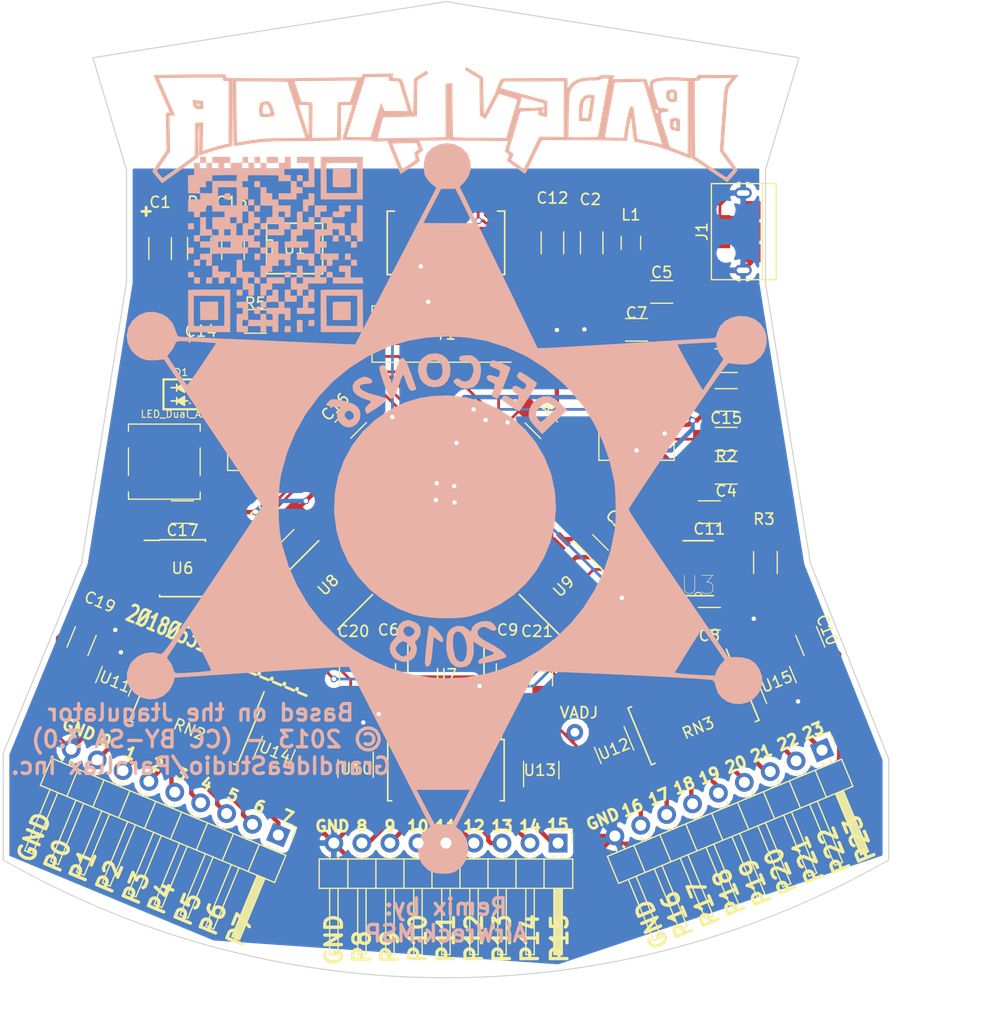
<source format=kicad_pcb>
(kicad_pcb (version 4) (host pcbnew 4.0.7)
  (title_block (title JBadgulator_2018) (date 2018-03-31) (rev .1) (company Air.Wreck) (comment 1 HackerSummerCamp_2018) (comment 2 "My Badge can beat up your badge"))
  (layers (0 F.Cu signal) (31 B.Cu signal) (34 B.Paste user) (35 F.Paste user) (36 B.SilkS user) (37 F.SilkS user) (38 B.Mask user) (39 F.Mask user) (44 Edge.Cuts user))
  (net 0 "")
  (net 1 VUSB)
  (net 2 GND)
  (net 3 +5V)
  (net 4 "Net-(C5-Pad1)")
  (net 5 +3V3)
  (net 6 VADJ)
  (net 7 "Net-(C10-Pad2)")
  (net 8 "Net-(C11-Pad2)")
  (net 9 "Net-(C12-Pad2)")
  (net 10 "Net-(C13-Pad1)")
  (net 11 "Net-(C13-Pad2)")
  (net 12 "Net-(D1-Pad2)")
  (net 13 "Net-(D1-Pad1)")
  (net 14 "Net-(J1-Pad2)")
  (net 15 "Net-(J1-Pad4)")
  (net 16 "Net-(J1-Pad3)")
  (net 17 "Net-(J2-Pad1)")
  (net 18 "Net-(J2-Pad2)")
  (net 19 "Net-(J2-Pad3)")
  (net 20 "Net-(J2-Pad4)")
  (net 21 "Net-(J2-Pad5)")
  (net 22 "Net-(J2-Pad6)")
  (net 23 "Net-(J2-Pad7)")
  (net 24 "Net-(J2-Pad8)")
  (net 25 "Net-(J3-Pad1)")
  (net 26 "Net-(J3-Pad2)")
  (net 27 "Net-(J3-Pad3)")
  (net 28 "Net-(J3-Pad4)")
  (net 29 "Net-(J3-Pad5)")
  (net 30 "Net-(J3-Pad6)")
  (net 31 "Net-(J3-Pad7)")
  (net 32 "Net-(J3-Pad8)")
  (net 33 "Net-(J4-Pad1)")
  (net 34 "Net-(J4-Pad2)")
  (net 35 "Net-(J4-Pad3)")
  (net 36 "Net-(J4-Pad4)")
  (net 37 "Net-(J4-Pad5)")
  (net 38 "Net-(J4-Pad6)")
  (net 39 "Net-(J4-Pad7)")
  (net 40 "Net-(J4-Pad8)")
  (net 41 "Net-(Q1-Pad3)")
  (net 42 DACOUT)
  (net 43 "Net-(R5-Pad1)")
  (net 44 "Net-(R6-Pad1)")
  (net 45 "Net-(R7-Pad1)")
  (net 46 "Net-(R8-Pad1)")
  (net 47 TXSOE)
  (net 48 "Net-(RN1-Pad1)")
  (net 49 "Net-(RN1-Pad2)")
  (net 50 "Net-(RN1-Pad3)")
  (net 51 "Net-(RN1-Pad4)")
  (net 52 "Net-(RN1-Pad5)")
  (net 53 "Net-(RN1-Pad6)")
  (net 54 "Net-(RN1-Pad7)")
  (net 55 "Net-(RN1-Pad8)")
  (net 56 "Net-(RN2-Pad1)")
  (net 57 "Net-(RN2-Pad2)")
  (net 58 "Net-(RN2-Pad3)")
  (net 59 "Net-(RN2-Pad4)")
  (net 60 "Net-(RN2-Pad5)")
  (net 61 "Net-(RN2-Pad6)")
  (net 62 "Net-(RN2-Pad7)")
  (net 63 "Net-(RN2-Pad8)")
  (net 64 "Net-(RN3-Pad1)")
  (net 65 "Net-(RN3-Pad2)")
  (net 66 "Net-(RN3-Pad3)")
  (net 67 "Net-(RN3-Pad4)")
  (net 68 "Net-(RN3-Pad5)")
  (net 69 "Net-(RN3-Pad6)")
  (net 70 "Net-(RN3-Pad7)")
  (net 71 "Net-(RN3-Pad8)")
  (net 72 "Net-(U1-Pad5)")
  (net 73 "Net-(U1-Pad4)")
  (net 74 "Net-(U1-Pad2)")
  (net 75 "Net-(U1-Pad1)")
  (net 76 "Net-(U2-Pad1)")
  (net 77 "Net-(U2-Pad3)")
  (net 78 "Net-(U2-Pad5)")
  (net 79 "Net-(U2-Pad6)")
  (net 80 "Net-(U2-Pad9)")
  (net 81 "Net-(U2-Pad10)")
  (net 82 "Net-(U2-Pad11)")
  (net 83 "Net-(U2-Pad12)")
  (net 84 "Net-(U2-Pad13)")
  (net 85 "Net-(U2-Pad19)")
  (net 86 "Net-(U2-Pad22)")
  (net 87 "Net-(U2-Pad23)")
  (net 88 "Net-(U2-Pad27)")
  (net 89 "Net-(U2-Pad28)")
  (net 90 "Net-(U3-Pad1)")
  (net 91 "Net-(U3-Pad5)")
  (net 92 "Net-(U3-Pad8)")
  (net 93 P4)
  (net 94 P5)
  (net 95 P6)
  (net 96 P7)
  (net 97 P8)
  (net 98 P9)
  (net 99 P10)
  (net 100 P11)
  (net 101 P12)
  (net 102 P13)
  (net 103 P14)
  (net 104 P15)
  (net 105 P16)
  (net 106 P17)
  (net 107 P18)
  (net 108 P19)
  (net 109 P20)
  (net 110 P21)
  (net 111 P22)
  (net 112 P23)
  (net 113 "Net-(U4-Pad28)")
  (net 114 "Net-(U4-Pad29)")
  (net 115 P0)
  (net 116 P1)
  (net 117 P2)
  (net 118 P3)
  (module TO_SOT_Packages_SMD:SOT-223-3_TabPin2 (layer F.Cu) (at 122.936 88.392 270)
    (fp_text reference U5 (at -0.127 0 360) (layer F.SilkS))
    (fp_text value LD1117S33TR)
    (pad 2 smd rect (at 3.15 0 270) (size 2 3.8) (layers F.Cu F.Paste F.Mask) (net 5 +3V3))
    (pad 2 smd rect (at -3.15 0 270) (size 2 1.5) (layers F.Cu F.Paste F.Mask) (net 5 +3V3))
    (pad 3 smd rect (at -3.15 2.3 270) (size 2 1.5) (layers F.Cu F.Paste F.Mask) (net 3 +5V))
    (pad 1 smd rect (at -3.15 -2.3 270) (size 2 1.5) (layers F.Cu F.Paste F.Mask) (net 2 GND))
  )
  (module Pin_Headers:Pin_Header_Angled_1x09_Pitch2.54mm (layer F.Cu) (at 139.74927 116.55192 292.5)
    (fp_text reference J4 hide)
    (fp_text value CONN_01X09)
    (pad 1 thru_hole rect (at 0 0 292.5) (size 1.7 1.7) (drill 1) (layers *.Cu *.Mask) (net 33 "Net-(J4-Pad1)"))
    (pad 2 thru_hole oval (at 0 2.54 292.5) (size 1.7 1.7) (drill 1) (layers *.Cu *.Mask) (net 34 "Net-(J4-Pad2)"))
    (pad 3 thru_hole oval (at 0 5.08 292.5) (size 1.7 1.7) (drill 1) (layers *.Cu *.Mask) (net 35 "Net-(J4-Pad3)"))
    (pad 4 thru_hole oval (at 0 7.62 292.5) (size 1.7 1.7) (drill 1) (layers *.Cu *.Mask) (net 36 "Net-(J4-Pad4)"))
    (pad 5 thru_hole oval (at 0 10.16 292.5) (size 1.7 1.7) (drill 1) (layers *.Cu *.Mask) (net 37 "Net-(J4-Pad5)"))
    (pad 6 thru_hole oval (at 0 12.7 292.5) (size 1.7 1.7) (drill 1) (layers *.Cu *.Mask) (net 38 "Net-(J4-Pad6)"))
    (pad 7 thru_hole oval (at 0 15.24 292.5) (size 1.7 1.7) (drill 1) (layers *.Cu *.Mask) (net 39 "Net-(J4-Pad7)"))
    (pad 8 thru_hole oval (at 0 17.78 292.5) (size 1.7 1.7) (drill 1) (layers *.Cu *.Mask) (net 40 "Net-(J4-Pad8)"))
    (pad 9 thru_hole oval (at 0 20.32 292.5) (size 1.7 1.7) (drill 1) (layers *.Cu *.Mask) (net 2 GND))
  )
  (module Capacitors_SMD:C_1206_HandSoldering (layer F.Cu) (at 79.756 71.12 270)
    (fp_text reference C1 (at -4.191 0 360) (layer F.SilkS))
    (fp_text value 4.7uF)
    (pad 1 smd rect (at -2 0 270) (size 2 1.6) (layers F.Cu F.Paste F.Mask) (net 1 VUSB))
    (pad 2 smd rect (at 2 0 270) (size 2 1.6) (layers F.Cu F.Paste F.Mask) (net 2 GND))
  )
  (module Capacitors_SMD:C_1206_HandSoldering (layer F.Cu) (at 118.872 70.612 270)
    (fp_text reference C2 (at -3.937 0.127 360) (layer F.SilkS))
    (fp_text value 0.1uF)
    (pad 1 smd rect (at -2 0 270) (size 2 1.6) (layers F.Cu F.Paste F.Mask) (net 1 VUSB))
    (pad 2 smd rect (at 2 0 270) (size 2 1.6) (layers F.Cu F.Paste F.Mask) (net 2 GND))
  )
  (module Capacitors_SMD:C_1206_HandSoldering (layer F.Cu) (at 122.936 82.042)
    (fp_text reference C3 (at 0 -1.651) (layer F.SilkS))
    (fp_text value 4.7uF)
    (pad 1 smd rect (at -2 0) (size 2 1.6) (layers F.Cu F.Paste F.Mask) (net 3 +5V))
    (pad 2 smd rect (at 2 0) (size 2 1.6) (layers F.Cu F.Paste F.Mask) (net 2 GND))
  )
  (module Capacitors_SMD:C_1206_HandSoldering (layer F.Cu) (at 131.064 91.44)
    (fp_text reference C4 (at 0 1.651) (layer F.SilkS))
    (fp_text value 0.1uF)
    (pad 1 smd rect (at -2 0) (size 2 1.6) (layers F.Cu F.Paste F.Mask) (net 3 +5V))
    (pad 2 smd rect (at 2 0) (size 2 1.6) (layers F.Cu F.Paste F.Mask) (net 2 GND))
  )
  (module Capacitors_SMD:C_1206_HandSoldering (layer F.Cu) (at 125.222 75.057)
    (fp_text reference C5 (at 0 -1.778) (layer F.SilkS))
    (fp_text value 0.01uF)
    (pad 1 smd rect (at -2 0) (size 2 1.6) (layers F.Cu F.Paste F.Mask) (net 4 "Net-(C5-Pad1)"))
    (pad 2 smd rect (at 2 0) (size 2 1.6) (layers F.Cu F.Paste F.Mask) (net 2 GND))
  )
  (module Capacitors_SMD:C_1206_HandSoldering (layer F.Cu) (at 100.076 109.728 270)
    (fp_text reference C6 (at -4.064 -0.381 360) (layer F.SilkS))
    (fp_text value 0.1uF)
    (pad 1 smd rect (at -2 0 270) (size 2 1.6) (layers F.Cu F.Paste F.Mask) (net 5 +3V3))
    (pad 2 smd rect (at 2 0 270) (size 2 1.6) (layers F.Cu F.Paste F.Mask) (net 2 GND))
  )
  (module Capacitors_SMD:C_1206_HandSoldering (layer F.Cu) (at 129.54 104.648)
    (fp_text reference C8 (at 0 1.524) (layer F.SilkS))
    (fp_text value 0.1uF)
    (pad 1 smd rect (at -2 0) (size 2 1.6) (layers F.Cu F.Paste F.Mask) (net 5 +3V3))
    (pad 2 smd rect (at 2 0) (size 2 1.6) (layers F.Cu F.Paste F.Mask) (net 2 GND))
  )
  (module Capacitors_SMD:C_1206_HandSoldering (layer F.Cu) (at 111.252 109.728 270)
    (fp_text reference C9 (at -4.064 0 360) (layer F.SilkS))
    (fp_text value 0.1uF)
    (pad 1 smd rect (at -2 0 270) (size 2 1.6) (layers F.Cu F.Paste F.Mask) (net 5 +3V3))
    (pad 2 smd rect (at 2 0 270) (size 2 1.6) (layers F.Cu F.Paste F.Mask) (net 2 GND))
  )
  (module Capacitors_SMD:C_1206_HandSoldering (layer F.Cu) (at 138.684 106.68 112.5)
    (fp_text reference C10 (at 0.355452 1.796799 112.5) (layer F.SilkS))
    (fp_text value 1000pF)
    (pad 1 smd rect (at -2 0 112.5) (size 2 1.6) (layers F.Cu F.Paste F.Mask) (net 6 VADJ))
    (pad 2 smd rect (at 2 0 112.5) (size 2 1.6) (layers F.Cu F.Paste F.Mask) (net 7 "Net-(C10-Pad2)"))
  )
  (module Capacitors_SMD:C_1206_HandSoldering (layer F.Cu) (at 129.54 94.996 180)
    (fp_text reference C11 (at 0 -1.524 360) (layer F.SilkS))
    (fp_text value 470pF)
    (pad 1 smd rect (at -2 0 180) (size 2 1.6) (layers F.Cu F.Paste F.Mask) (net 2 GND))
    (pad 2 smd rect (at 2 0 180) (size 2 1.6) (layers F.Cu F.Paste F.Mask) (net 8 "Net-(C11-Pad2)"))
  )
  (module Capacitors_SMD:C_1206_HandSoldering (layer F.Cu) (at 115.316 70.612 90)
    (fp_text reference C12 (at 4.064 0 180) (layer F.SilkS))
    (fp_text value 0.1uF)
    (pad 1 smd rect (at -2 0 90) (size 2 1.6) (layers F.Cu F.Paste F.Mask) (net 2 GND))
    (pad 2 smd rect (at 2 0 90) (size 2 1.6) (layers F.Cu F.Paste F.Mask) (net 9 "Net-(C12-Pad2)"))
  )
  (module Capacitors_SMD:C_1206_HandSoldering (layer F.Cu) (at 86.36 71.12 270)
    (fp_text reference C13 (at -4.191 0.127 360) (layer F.SilkS))
    (fp_text value 0.01uF)
    (pad 1 smd rect (at -2 0 270) (size 2 1.6) (layers F.Cu F.Paste F.Mask) (net 10 "Net-(C13-Pad1)"))
    (pad 2 smd rect (at 2 0 270) (size 2 1.6) (layers F.Cu F.Paste F.Mask) (net 11 "Net-(C13-Pad2)"))
  )
  (module Capacitors_SMD:C_1206_HandSoldering (layer F.Cu) (at 81.407 78.613 270)
    (fp_text reference C14 (at 0 -2.032 360) (layer F.SilkS))
    (fp_text value 0.1uF)
    (pad 1 smd rect (at -2 0 270) (size 2 1.6) (layers F.Cu F.Paste F.Mask) (net 3 +5V))
    (pad 2 smd rect (at 2 0 270) (size 2 1.6) (layers F.Cu F.Paste F.Mask) (net 2 GND))
  )
  (module Capacitors_SMD:C_1206_HandSoldering (layer F.Cu) (at 131.064 84.836)
    (fp_text reference C15 (at 0 1.651) (layer F.SilkS))
    (fp_text value 10uF)
    (pad 1 smd rect (at -2 0) (size 2 1.6) (layers F.Cu F.Paste F.Mask) (net 5 +3V3))
    (pad 2 smd rect (at 2 0) (size 2 1.6) (layers F.Cu F.Paste F.Mask) (net 2 GND))
  )
  (module Capacitors_SMD:C_1206_HandSoldering (layer F.Cu) (at 97.028 86.868 45)
    (fp_text reference C16 (at 0 -1.975656 45) (layer F.SilkS))
    (fp_text value 0.1uF)
    (pad 1 smd rect (at -2 0 45) (size 2 1.6) (layers F.Cu F.Paste F.Mask) (net 5 +3V3))
    (pad 2 smd rect (at 2 0 45) (size 2 1.6) (layers F.Cu F.Paste F.Mask) (net 2 GND))
  )
  (module Capacitors_SMD:C_1206_HandSoldering (layer F.Cu) (at 81.788 94.996 180)
    (fp_text reference C17 (at 0 -1.651 180) (layer F.SilkS))
    (fp_text value 0.1uF)
    (pad 1 smd rect (at -2 0 180) (size 2 1.6) (layers F.Cu F.Paste F.Mask) (net 5 +3V3))
    (pad 2 smd rect (at 2 0 180) (size 2 1.6) (layers F.Cu F.Paste F.Mask) (net 2 GND))
  )
  (module Capacitors_SMD:C_1206_HandSoldering (layer F.Cu) (at 120.396 97.028 135)
    (fp_text reference C18 (at 0 1.436841 135) (layer F.SilkS))
    (fp_text value 0.1uF)
    (pad 1 smd rect (at -2 0 135) (size 2 1.6) (layers F.Cu F.Paste F.Mask) (net 5 +3V3))
    (pad 2 smd rect (at 2 0 135) (size 2 1.6) (layers F.Cu F.Paste F.Mask) (net 2 GND))
  )
  (module Capacitors_SMD:C_1206_HandSoldering (layer F.Cu) (at 72.644 106.68 67.5)
    (fp_text reference C19 (at 3.917126 0.164503 157.5) (layer F.SilkS))
    (fp_text value 0.1uF)
    (pad 1 smd rect (at -2 0 67.5) (size 2 1.6) (layers F.Cu F.Paste F.Mask) (net 6 VADJ))
    (pad 2 smd rect (at 2 0 67.5) (size 2 1.6) (layers F.Cu F.Paste F.Mask) (net 2 GND))
  )
  (module Capacitors_SMD:C_1206_HandSoldering (layer F.Cu) (at 97.028 109.728 90)
    (fp_text reference C20 (at 3.937 0.254 180) (layer F.SilkS))
    (fp_text value 0.1uF)
    (pad 1 smd rect (at -2 0 90) (size 2 1.6) (layers F.Cu F.Paste F.Mask) (net 6 VADJ))
    (pad 2 smd rect (at 2 0 90) (size 2 1.6) (layers F.Cu F.Paste F.Mask) (net 2 GND))
  )
  (module Capacitors_SMD:C_1206_HandSoldering (layer F.Cu) (at 114.3 109.728 90)
    (fp_text reference C21 (at 3.937 -0.381 180) (layer F.SilkS))
    (fp_text value 0.1uF)
    (pad 1 smd rect (at -2 0 90) (size 2 1.6) (layers F.Cu F.Paste F.Mask) (net 6 VADJ))
    (pad 2 smd rect (at 2 0 90) (size 2 1.6) (layers F.Cu F.Paste F.Mask) (net 2 GND))
  )
  (module Resistors_SMD:R_1206_HandSoldering (layer F.Cu) (at 131.064 81.28)
    (fp_text reference R1 (at 0 -1.778) (layer F.SilkS))
    (fp_text value 100K)
    (pad 1 smd rect (at -2 0) (size 2 1.7) (layers F.Cu F.Paste F.Mask) (net 42 DACOUT))
    (pad 2 smd rect (at 2 0) (size 2 1.7) (layers F.Cu F.Paste F.Mask) (net 2 GND))
  )
  (module Resistors_SMD:R_1206_HandSoldering (layer F.Cu) (at 131.064 88.392 180)
    (fp_text reference R2 (at 0 -1.524 180) (layer F.SilkS))
    (fp_text value 18K)
    (pad 1 smd rect (at -2 0 180) (size 2 1.7) (layers F.Cu F.Paste F.Mask) (net 7 "Net-(C10-Pad2)"))
    (pad 2 smd rect (at 2 0 180) (size 2 1.7) (layers F.Cu F.Paste F.Mask) (net 42 DACOUT))
  )
  (module Resistors_SMD:R_1206_HandSoldering (layer F.Cu) (at 134.62 99.568 90)
    (fp_text reference R3 (at 3.937 -0.127 180) (layer F.SilkS))
    (fp_text value 8.2K)
    (pad 1 smd rect (at -2 0 90) (size 2 1.7) (layers F.Cu F.Paste F.Mask) (net 8 "Net-(C11-Pad2)"))
    (pad 2 smd rect (at 2 0 90) (size 2 1.7) (layers F.Cu F.Paste F.Mask) (net 7 "Net-(C10-Pad2)"))
  )
  (module Resistors_SMD:R_1206_HandSoldering (layer F.Cu) (at 83.312 71.12 270)
    (fp_text reference R4 (at -4.191 0.127 360) (layer F.SilkS))
    (fp_text value 10K)
    (pad 1 smd rect (at -2 0 270) (size 2 1.7) (layers F.Cu F.Paste F.Mask) (net 10 "Net-(C13-Pad1)"))
    (pad 2 smd rect (at 2 0 270) (size 2 1.7) (layers F.Cu F.Paste F.Mask) (net 2 GND))
  )
  (module Resistors_SMD:R_1206_HandSoldering (layer F.Cu) (at 88.392 77.724 180)
    (fp_text reference R5 (at 0 1.651 180) (layer F.SilkS))
    (fp_text value 470)
    (pad 1 smd rect (at -2 0 180) (size 2 1.7) (layers F.Cu F.Paste F.Mask) (net 43 "Net-(R5-Pad1)"))
    (pad 2 smd rect (at 2 0 180) (size 2 1.7) (layers F.Cu F.Paste F.Mask) (net 12 "Net-(D1-Pad2)"))
  )
  (module Resistors_SMD:R_1206_HandSoldering (layer F.Cu) (at 88.392 84.328 180)
    (fp_text reference R6 (at 0 -1.85 180) (layer F.SilkS))
    (fp_text value 10K)
    (pad 1 smd rect (at -2 0 180) (size 2 1.7) (layers F.Cu F.Paste F.Mask) (net 44 "Net-(R6-Pad1)"))
    (pad 2 smd rect (at 2 0 180) (size 2 1.7) (layers F.Cu F.Paste F.Mask) (net 5 +3V3))
  )
  (module Resistors_SMD:R_1206_HandSoldering (layer F.Cu) (at 88.392 80.899 180)
    (fp_text reference R7 (at 0 -1.85 180) (layer F.SilkS))
    (fp_text value 270)
    (pad 1 smd rect (at -2 0 180) (size 2 1.7) (layers F.Cu F.Paste F.Mask) (net 45 "Net-(R7-Pad1)"))
    (pad 2 smd rect (at 2 0 180) (size 2 1.7) (layers F.Cu F.Paste F.Mask) (net 13 "Net-(D1-Pad1)"))
  )
  (module Resistors_SMD:R_1206_HandSoldering (layer F.Cu) (at 90.424 96.52 45)
    (fp_text reference R8 (at 0 -2.155261 225) (layer F.SilkS))
    (fp_text value 10k)
    (pad 1 smd rect (at -2 0 45) (size 2 1.7) (layers F.Cu F.Paste F.Mask) (net 46 "Net-(R8-Pad1)"))
    (pad 2 smd rect (at 2 0 45) (size 2 1.7) (layers F.Cu F.Paste F.Mask) (net 5 +3V3))
  )
  (module Resistors_SMD:R_1206_HandSoldering (layer F.Cu) (at 114.3 86.868 315)
    (fp_text reference R9 (at 0 -1.436841 315) (layer F.SilkS))
    (fp_text value 10K)
    (pad 1 smd rect (at -2 0 315) (size 2 1.7) (layers F.Cu F.Paste F.Mask) (net 47 TXSOE))
    (pad 2 smd rect (at 2 0 315) (size 2 1.7) (layers F.Cu F.Paste F.Mask) (net 2 GND))
  )
  (module Housings_SOIC:SOIC-16W_5.3x10.2mm_Pitch1.27mm (layer F.Cu) (at 105.664 118.364 270)
    (fp_text reference RN1 (at 1.016 0 360) (layer F.SilkS))
    (fp_text value R_Pack08)
    (pad 1 smd rect (at -3.55 -4.445 270) (size 1.5 0.6) (layers F.Cu F.Paste F.Mask) (net 48 "Net-(RN1-Pad1)"))
    (pad 2 smd rect (at -3.55 -3.175 270) (size 1.5 0.6) (layers F.Cu F.Paste F.Mask) (net 49 "Net-(RN1-Pad2)"))
    (pad 3 smd rect (at -3.55 -1.905 270) (size 1.5 0.6) (layers F.Cu F.Paste F.Mask) (net 50 "Net-(RN1-Pad3)"))
    (pad 4 smd rect (at -3.55 -0.635 270) (size 1.5 0.6) (layers F.Cu F.Paste F.Mask) (net 51 "Net-(RN1-Pad4)"))
    (pad 5 smd rect (at -3.55 0.635 270) (size 1.5 0.6) (layers F.Cu F.Paste F.Mask) (net 52 "Net-(RN1-Pad5)"))
    (pad 6 smd rect (at -3.55 1.905 270) (size 1.5 0.6) (layers F.Cu F.Paste F.Mask) (net 53 "Net-(RN1-Pad6)"))
    (pad 7 smd rect (at -3.55 3.175 270) (size 1.5 0.6) (layers F.Cu F.Paste F.Mask) (net 54 "Net-(RN1-Pad7)"))
    (pad 8 smd rect (at -3.55 4.445 270) (size 1.5 0.6) (layers F.Cu F.Paste F.Mask) (net 55 "Net-(RN1-Pad8)"))
    (pad 9 smd rect (at 3.55 4.445 270) (size 1.5 0.6) (layers F.Cu F.Paste F.Mask) (net 24 "Net-(J2-Pad8)"))
    (pad 10 smd rect (at 3.55 3.175 270) (size 1.5 0.6) (layers F.Cu F.Paste F.Mask) (net 23 "Net-(J2-Pad7)"))
    (pad 11 smd rect (at 3.55 1.905 270) (size 1.5 0.6) (layers F.Cu F.Paste F.Mask) (net 22 "Net-(J2-Pad6)"))
    (pad 12 smd rect (at 3.55 0.635 270) (size 1.5 0.6) (layers F.Cu F.Paste F.Mask) (net 21 "Net-(J2-Pad5)"))
    (pad 13 smd rect (at 3.55 -0.635 270) (size 1.5 0.6) (layers F.Cu F.Paste F.Mask) (net 20 "Net-(J2-Pad4)"))
    (pad 14 smd rect (at 3.55 -1.905 270) (size 1.5 0.6) (layers F.Cu F.Paste F.Mask) (net 19 "Net-(J2-Pad3)"))
    (pad 15 smd rect (at 3.55 -3.175 270) (size 1.5 0.6) (layers F.Cu F.Paste F.Mask) (net 18 "Net-(J2-Pad2)"))
    (pad 16 smd rect (at 3.55 -4.445 270) (size 1.5 0.6) (layers F.Cu F.Paste F.Mask) (net 17 "Net-(J2-Pad1)"))
  )
  (module Housings_SOIC:SOIC-16W_5.3x10.2mm_Pitch1.27mm (layer F.Cu) (at 82.910536 113.339216 247.5)
    (fp_text reference RN2 (at 1.426219 -0.063054 337.5) (layer F.SilkS))
    (fp_text value R_Pack08)
    (pad 1 smd rect (at -3.55 -4.445 247.5) (size 1.5 0.6) (layers F.Cu F.Paste F.Mask) (net 56 "Net-(RN2-Pad1)"))
    (pad 2 smd rect (at -3.55 -3.175 247.5) (size 1.5 0.6) (layers F.Cu F.Paste F.Mask) (net 57 "Net-(RN2-Pad2)"))
    (pad 3 smd rect (at -3.55 -1.905 247.5) (size 1.5 0.6) (layers F.Cu F.Paste F.Mask) (net 58 "Net-(RN2-Pad3)"))
    (pad 4 smd rect (at -3.55 -0.635 247.5) (size 1.5 0.6) (layers F.Cu F.Paste F.Mask) (net 59 "Net-(RN2-Pad4)"))
    (pad 5 smd rect (at -3.55 0.635 247.5) (size 1.5 0.6) (layers F.Cu F.Paste F.Mask) (net 60 "Net-(RN2-Pad5)"))
    (pad 6 smd rect (at -3.55 1.905 247.5) (size 1.5 0.6) (layers F.Cu F.Paste F.Mask) (net 61 "Net-(RN2-Pad6)"))
    (pad 7 smd rect (at -3.55 3.175 247.5) (size 1.5 0.6) (layers F.Cu F.Paste F.Mask) (net 62 "Net-(RN2-Pad7)"))
    (pad 8 smd rect (at -3.55 4.445 247.5) (size 1.5 0.6) (layers F.Cu F.Paste F.Mask) (net 63 "Net-(RN2-Pad8)"))
    (pad 9 smd rect (at 3.55 4.445 247.5) (size 1.5 0.6) (layers F.Cu F.Paste F.Mask) (net 32 "Net-(J3-Pad8)"))
    (pad 10 smd rect (at 3.55 3.175 247.5) (size 1.5 0.6) (layers F.Cu F.Paste F.Mask) (net 31 "Net-(J3-Pad7)"))
    (pad 11 smd rect (at 3.55 1.905 247.5) (size 1.5 0.6) (layers F.Cu F.Paste F.Mask) (net 30 "Net-(J3-Pad6)"))
    (pad 12 smd rect (at 3.55 0.635 247.5) (size 1.5 0.6) (layers F.Cu F.Paste F.Mask) (net 29 "Net-(J3-Pad5)"))
    (pad 13 smd rect (at 3.55 -0.635 247.5) (size 1.5 0.6) (layers F.Cu F.Paste F.Mask) (net 28 "Net-(J3-Pad4)"))
    (pad 14 smd rect (at 3.55 -1.905 247.5) (size 1.5 0.6) (layers F.Cu F.Paste F.Mask) (net 27 "Net-(J3-Pad3)"))
    (pad 15 smd rect (at 3.55 -3.175 247.5) (size 1.5 0.6) (layers F.Cu F.Paste F.Mask) (net 26 "Net-(J3-Pad2)"))
    (pad 16 smd rect (at 3.55 -4.445 247.5) (size 1.5 0.6) (layers F.Cu F.Paste F.Mask) (net 25 "Net-(J3-Pad1)"))
  )
  (module Housings_SOIC:SOIC-16W_5.3x10.2mm_Pitch1.27mm (layer F.Cu) (at 128.10281 113.295232 292.5)
    (fp_text reference RN3 (at 1.324132 0.092581 382.5) (layer F.SilkS))
    (fp_text value R_Pack08)
    (pad 1 smd rect (at -3.55 -4.445 292.5) (size 1.5 0.6) (layers F.Cu F.Paste F.Mask) (net 64 "Net-(RN3-Pad1)"))
    (pad 2 smd rect (at -3.55 -3.175 292.5) (size 1.5 0.6) (layers F.Cu F.Paste F.Mask) (net 65 "Net-(RN3-Pad2)"))
    (pad 3 smd rect (at -3.55 -1.905 292.5) (size 1.5 0.6) (layers F.Cu F.Paste F.Mask) (net 66 "Net-(RN3-Pad3)"))
    (pad 4 smd rect (at -3.55 -0.635 292.5) (size 1.5 0.6) (layers F.Cu F.Paste F.Mask) (net 67 "Net-(RN3-Pad4)"))
    (pad 5 smd rect (at -3.55 0.635 292.5) (size 1.5 0.6) (layers F.Cu F.Paste F.Mask) (net 68 "Net-(RN3-Pad5)"))
    (pad 6 smd rect (at -3.55 1.905 292.5) (size 1.5 0.6) (layers F.Cu F.Paste F.Mask) (net 69 "Net-(RN3-Pad6)"))
    (pad 7 smd rect (at -3.55 3.175 292.5) (size 1.5 0.6) (layers F.Cu F.Paste F.Mask) (net 70 "Net-(RN3-Pad7)"))
    (pad 8 smd rect (at -3.55 4.445 292.5) (size 1.5 0.6) (layers F.Cu F.Paste F.Mask) (net 71 "Net-(RN3-Pad8)"))
    (pad 9 smd rect (at 3.55 4.445 292.5) (size 1.5 0.6) (layers F.Cu F.Paste F.Mask) (net 40 "Net-(J4-Pad8)"))
    (pad 10 smd rect (at 3.55 3.175 292.5) (size 1.5 0.6) (layers F.Cu F.Paste F.Mask) (net 39 "Net-(J4-Pad7)"))
    (pad 11 smd rect (at 3.55 1.905 292.5) (size 1.5 0.6) (layers F.Cu F.Paste F.Mask) (net 38 "Net-(J4-Pad6)"))
    (pad 12 smd rect (at 3.55 0.635 292.5) (size 1.5 0.6) (layers F.Cu F.Paste F.Mask) (net 37 "Net-(J4-Pad5)"))
    (pad 13 smd rect (at 3.55 -0.635 292.5) (size 1.5 0.6) (layers F.Cu F.Paste F.Mask) (net 36 "Net-(J4-Pad4)"))
    (pad 14 smd rect (at 3.55 -1.905 292.5) (size 1.5 0.6) (layers F.Cu F.Paste F.Mask) (net 35 "Net-(J4-Pad3)"))
    (pad 15 smd rect (at 3.55 -3.175 292.5) (size 1.5 0.6) (layers F.Cu F.Paste F.Mask) (net 34 "Net-(J4-Pad2)"))
    (pad 16 smd rect (at 3.55 -4.445 292.5) (size 1.5 0.6) (layers F.Cu F.Paste F.Mask) (net 33 "Net-(J4-Pad1)"))
  )
  (module SMD_Packages:SOIC-8-N (layer F.Cu) (at 91.948 71.12)
    (fp_text reference U1 (at 0 0) (layer F.SilkS))
    (fp_text value MIC2025/75)
    (pad 8 smd rect (at -1.905 -3.175) (size 0.508 1.143) (layers F.Cu F.Paste F.Mask) (net 3 +5V))
    (pad 7 smd rect (at -0.635 -3.175) (size 0.508 1.143) (layers F.Cu F.Paste F.Mask) (net 1 VUSB))
    (pad 6 smd rect (at 0.635 -3.175) (size 0.508 1.143) (layers F.Cu F.Paste F.Mask) (net 3 +5V))
    (pad 5 smd rect (at 1.905 -3.175) (size 0.508 1.143) (layers F.Cu F.Paste F.Mask) (net 72 "Net-(U1-Pad5)"))
    (pad 4 smd rect (at 1.905 3.175) (size 0.508 1.143) (layers F.Cu F.Paste F.Mask) (net 73 "Net-(U1-Pad4)"))
    (pad 3 smd rect (at 0.635 3.175) (size 0.508 1.143) (layers F.Cu F.Paste F.Mask) (net 2 GND))
    (pad 2 smd rect (at -0.635 3.175) (size 0.508 1.143) (layers F.Cu F.Paste F.Mask) (net 74 "Net-(U1-Pad2)"))
    (pad 1 smd rect (at -1.905 3.175) (size 0.508 1.143) (layers F.Cu F.Paste F.Mask) (net 75 "Net-(U1-Pad1)"))
  )
  (module Housings_SSOP:SSOP-28_5.3x10.2mm_Pitch0.65mm (layer F.Cu) (at 105.664 70.612 90)
    (fp_text reference U2 (at 0 0 180) (layer F.SilkS))
    (fp_text value FT232RL-REEL)
    (pad 1 smd rect (at -3.6 -4.225 90) (size 1.75 0.45) (layers F.Cu F.Paste F.Mask) (net 76 "Net-(U2-Pad1)"))
    (pad 2 smd rect (at -3.6 -3.575 90) (size 1.75 0.45) (layers F.Cu F.Paste F.Mask) (net 11 "Net-(C13-Pad2)"))
    (pad 3 smd rect (at -3.6 -2.925 90) (size 1.75 0.45) (layers F.Cu F.Paste F.Mask) (net 77 "Net-(U2-Pad3)"))
    (pad 4 smd rect (at -3.6 -2.275 90) (size 1.75 0.45) (layers F.Cu F.Paste F.Mask) (net 9 "Net-(C12-Pad2)"))
    (pad 5 smd rect (at -3.6 -1.625 90) (size 1.75 0.45) (layers F.Cu F.Paste F.Mask) (net 78 "Net-(U2-Pad5)"))
    (pad 6 smd rect (at -3.6 -0.975 90) (size 1.75 0.45) (layers F.Cu F.Paste F.Mask) (net 79 "Net-(U2-Pad6)"))
    (pad 7 smd rect (at -3.6 -0.325 90) (size 1.75 0.45) (layers F.Cu F.Paste F.Mask) (net 2 GND))
    (pad 8 smd rect (at -3.6 0.325 90) (size 1.75 0.45) (layers F.Cu F.Paste F.Mask))
    (pad 9 smd rect (at -3.6 0.975 90) (size 1.75 0.45) (layers F.Cu F.Paste F.Mask) (net 80 "Net-(U2-Pad9)"))
    (pad 10 smd rect (at -3.6 1.625 90) (size 1.75 0.45) (layers F.Cu F.Paste F.Mask) (net 81 "Net-(U2-Pad10)"))
    (pad 11 smd rect (at -3.6 2.275 90) (size 1.75 0.45) (layers F.Cu F.Paste F.Mask) (net 82 "Net-(U2-Pad11)"))
    (pad 12 smd rect (at -3.6 2.925 90) (size 1.75 0.45) (layers F.Cu F.Paste F.Mask) (net 83 "Net-(U2-Pad12)"))
    (pad 13 smd rect (at -3.6 3.575 90) (size 1.75 0.45) (layers F.Cu F.Paste F.Mask) (net 84 "Net-(U2-Pad13)"))
    (pad 14 smd rect (at -3.6 4.225 90) (size 1.75 0.45) (layers F.Cu F.Paste F.Mask) (net 75 "Net-(U1-Pad1)"))
    (pad 15 smd rect (at 3.6 4.225 90) (size 1.75 0.45) (layers F.Cu F.Paste F.Mask) (net 16 "Net-(J1-Pad3)"))
    (pad 16 smd rect (at 3.6 3.575 90) (size 1.75 0.45) (layers F.Cu F.Paste F.Mask) (net 14 "Net-(J1-Pad2)"))
    (pad 17 smd rect (at 3.6 2.925 90) (size 1.75 0.45) (layers F.Cu F.Paste F.Mask) (net 9 "Net-(C12-Pad2)"))
    (pad 18 smd rect (at 3.6 2.275 90) (size 1.75 0.45) (layers F.Cu F.Paste F.Mask) (net 2 GND))
    (pad 19 smd rect (at 3.6 1.625 90) (size 1.75 0.45) (layers F.Cu F.Paste F.Mask) (net 85 "Net-(U2-Pad19)"))
    (pad 20 smd rect (at 3.6 0.975 90) (size 1.75 0.45) (layers F.Cu F.Paste F.Mask) (net 1 VUSB))
    (pad 21 smd rect (at 3.6 0.325 90) (size 1.75 0.45) (layers F.Cu F.Paste F.Mask) (net 2 GND))
    (pad 22 smd rect (at 3.6 -0.325 90) (size 1.75 0.45) (layers F.Cu F.Paste F.Mask) (net 86 "Net-(U2-Pad22)"))
    (pad 23 smd rect (at 3.6 -0.975 90) (size 1.75 0.45) (layers F.Cu F.Paste F.Mask) (net 87 "Net-(U2-Pad23)"))
    (pad 24 smd rect (at 3.6 -1.625 90) (size 1.75 0.45) (layers F.Cu F.Paste F.Mask))
    (pad 25 smd rect (at 3.6 -2.275 90) (size 1.75 0.45) (layers F.Cu F.Paste F.Mask) (net 2 GND))
    (pad 26 smd rect (at 3.6 -2.925 90) (size 1.75 0.45) (layers F.Cu F.Paste F.Mask) (net 2 GND))
    (pad 27 smd rect (at 3.6 -3.575 90) (size 1.75 0.45) (layers F.Cu F.Paste F.Mask) (net 88 "Net-(U2-Pad27)"))
    (pad 28 smd rect (at 3.6 -4.225 90) (size 1.75 0.45) (layers F.Cu F.Paste F.Mask) (net 89 "Net-(U2-Pad28)"))
  )
  (module AD8655ARZ:SOIC127P600X175-8N (layer F.Cu) (at 128.524 100.076 180)
    (fp_text reference U3 (at 0 -1.524 180) (layer F.SilkS) (effects (font (size 1.64141 1.64141) (thickness 0.05))))
    (fp_text value AD8655ARZ hide)
    (pad 1 smd rect (at -2.4638 -1.905 180) (size 1.9812 0.5588) (layers F.Cu F.Paste F.Mask) (net 90 "Net-(U3-Pad1)"))
    (pad 2 smd rect (at -2.4638 -0.635 180) (size 1.9812 0.5588) (layers F.Cu F.Paste F.Mask) (net 6 VADJ))
    (pad 3 smd rect (at -2.4638 0.635 180) (size 1.9812 0.5588) (layers F.Cu F.Paste F.Mask) (net 8 "Net-(C11-Pad2)"))
    (pad 4 smd rect (at -2.4638 1.905 180) (size 1.9812 0.5588) (layers F.Cu F.Paste F.Mask) (net 2 GND))
    (pad 5 smd rect (at 2.4638 1.905 180) (size 1.9812 0.5588) (layers F.Cu F.Paste F.Mask) (net 91 "Net-(U3-Pad5)"))
    (pad 6 smd rect (at 2.4638 0.635 180) (size 1.9812 0.5588) (layers F.Cu F.Paste F.Mask) (net 6 VADJ))
    (pad 7 smd rect (at 2.4638 -0.635 180) (size 1.9812 0.5588) (layers F.Cu F.Paste F.Mask) (net 3 +5V))
    (pad 8 smd rect (at 2.4638 -1.905 180) (size 1.9812 0.5588) (layers F.Cu F.Paste F.Mask) (net 92 "Net-(U3-Pad8)"))
  )
  (module Housings_QFP:LQFP-44_10x10mm_Pitch0.8mm (layer F.Cu) (at 105.664 93.472 45)
    (fp_text reference U4 (at 0 0 45) (layer F.SilkS))
    (fp_text value "MCU-P8X32A-Q44(LQFP44)")
    (pad 1 smd rect (at -5.85 -4 45) (size 1.6 0.56) (layers F.Cu F.Paste F.Mask) (net 93 P4))
    (pad 2 smd rect (at -5.85 -3.2 45) (size 1.6 0.56) (layers F.Cu F.Paste F.Mask) (net 94 P5))
    (pad 3 smd rect (at -5.85 -2.4 45) (size 1.6 0.56) (layers F.Cu F.Paste F.Mask) (net 95 P6))
    (pad 4 smd rect (at -5.85 -1.6 45) (size 1.6 0.56) (layers F.Cu F.Paste F.Mask) (net 96 P7))
    (pad 5 smd rect (at -5.85 -0.8 45) (size 1.6 0.56) (layers F.Cu F.Paste F.Mask) (net 2 GND))
    (pad 6 smd rect (at -5.85 0 45) (size 1.6 0.56) (layers F.Cu F.Paste F.Mask) (net 2 GND))
    (pad 7 smd rect (at -5.85 0.8 45) (size 1.6 0.56) (layers F.Cu F.Paste F.Mask) (net 41 "Net-(Q1-Pad3)"))
    (pad 8 smd rect (at -5.85 1.6 45) (size 1.6 0.56) (layers F.Cu F.Paste F.Mask) (net 5 +3V3))
    (pad 9 smd rect (at -5.85 2.4 45) (size 1.6 0.56) (layers F.Cu F.Paste F.Mask) (net 97 P8))
    (pad 10 smd rect (at -5.85 3.2 45) (size 1.6 0.56) (layers F.Cu F.Paste F.Mask) (net 98 P9))
    (pad 11 smd rect (at -5.85 4 45) (size 1.6 0.56) (layers F.Cu F.Paste F.Mask) (net 99 P10))
    (pad 12 smd rect (at -4 5.85 135) (size 1.6 0.56) (layers F.Cu F.Paste F.Mask) (net 100 P11))
    (pad 13 smd rect (at -3.2 5.85 135) (size 1.6 0.56) (layers F.Cu F.Paste F.Mask) (net 101 P12))
    (pad 14 smd rect (at -2.4 5.85 135) (size 1.6 0.56) (layers F.Cu F.Paste F.Mask) (net 102 P13))
    (pad 15 smd rect (at -1.6 5.85 135) (size 1.6 0.56) (layers F.Cu F.Paste F.Mask) (net 103 P14))
    (pad 16 smd rect (at -0.8 5.85 135) (size 1.6 0.56) (layers F.Cu F.Paste F.Mask) (net 104 P15))
    (pad 17 smd rect (at 0 5.85 135) (size 1.6 0.56) (layers F.Cu F.Paste F.Mask) (net 2 GND))
    (pad 18 smd rect (at 0.8 5.85 135) (size 1.6 0.56) (layers F.Cu F.Paste F.Mask) (net 5 +3V3))
    (pad 19 smd rect (at 1.6 5.85 135) (size 1.6 0.56) (layers F.Cu F.Paste F.Mask) (net 105 P16))
    (pad 20 smd rect (at 2.4 5.85 135) (size 1.6 0.56) (layers F.Cu F.Paste F.Mask) (net 106 P17))
    (pad 21 smd rect (at 3.2 5.85 135) (size 1.6 0.56) (layers F.Cu F.Paste F.Mask) (net 107 P18))
    (pad 22 smd rect (at 4 5.85 135) (size 1.6 0.56) (layers F.Cu F.Paste F.Mask) (net 108 P19))
    (pad 23 smd rect (at 5.85 4 45) (size 1.6 0.56) (layers F.Cu F.Paste F.Mask) (net 109 P20))
    (pad 24 smd rect (at 5.85 3.2 45) (size 1.6 0.56) (layers F.Cu F.Paste F.Mask) (net 110 P21))
    (pad 25 smd rect (at 5.85 2.4 45) (size 1.6 0.56) (layers F.Cu F.Paste F.Mask) (net 111 P22))
    (pad 26 smd rect (at 5.85 1.6 45) (size 1.6 0.56) (layers F.Cu F.Paste F.Mask) (net 112 P23))
    (pad 27 smd rect (at 5.85 0.8 45) (size 1.6 0.56) (layers F.Cu F.Paste F.Mask) (net 2 GND))
    (pad 28 smd rect (at 5.85 0 45) (size 1.6 0.56) (layers F.Cu F.Paste F.Mask) (net 113 "Net-(U4-Pad28)"))
    (pad 29 smd rect (at 5.85 -0.8 45) (size 1.6 0.56) (layers F.Cu F.Paste F.Mask) (net 114 "Net-(U4-Pad29)"))
    (pad 30 smd rect (at 5.85 -1.6 45) (size 1.6 0.56) (layers F.Cu F.Paste F.Mask) (net 5 +3V3))
    (pad 31 smd rect (at 5.85 -2.4 45) (size 1.6 0.56) (layers F.Cu F.Paste F.Mask) (net 47 TXSOE))
    (pad 32 smd rect (at 5.85 -3.2 45) (size 1.6 0.56) (layers F.Cu F.Paste F.Mask) (net 42 DACOUT))
    (pad 33 smd rect (at 5.85 -4 45) (size 1.6 0.56) (layers F.Cu F.Paste F.Mask) (net 45 "Net-(R7-Pad1)"))
    (pad 34 smd rect (at 4 -5.85 135) (size 1.6 0.56) (layers F.Cu F.Paste F.Mask) (net 43 "Net-(R5-Pad1)"))
    (pad 35 smd rect (at 3.2 -5.85 135) (size 1.6 0.56) (layers F.Cu F.Paste F.Mask) (net 44 "Net-(R6-Pad1)"))
    (pad 36 smd rect (at 2.4 -5.85 135) (size 1.6 0.56) (layers F.Cu F.Paste F.Mask) (net 46 "Net-(R8-Pad1)"))
    (pad 37 smd rect (at 1.6 -5.85 135) (size 1.6 0.56) (layers F.Cu F.Paste F.Mask) (net 78 "Net-(U2-Pad5)"))
    (pad 38 smd rect (at 0.8 -5.85 135) (size 1.6 0.56) (layers F.Cu F.Paste F.Mask) (net 76 "Net-(U2-Pad1)"))
    (pad 39 smd rect (at 0 -5.85 135) (size 1.6 0.56) (layers F.Cu F.Paste F.Mask) (net 2 GND))
    (pad 40 smd rect (at -0.8 -5.85 135) (size 1.6 0.56) (layers F.Cu F.Paste F.Mask) (net 5 +3V3))
    (pad 41 smd rect (at -1.6 -5.85 135) (size 1.6 0.56) (layers F.Cu F.Paste F.Mask) (net 115 P0))
    (pad 42 smd rect (at -2.4 -5.85 135) (size 1.6 0.56) (layers F.Cu F.Paste F.Mask) (net 116 P1))
    (pad 43 smd rect (at -3.2 -5.85 135) (size 1.6 0.56) (layers F.Cu F.Paste F.Mask) (net 117 P2))
    (pad 44 smd rect (at -4 -5.85 135) (size 1.6 0.56) (layers F.Cu F.Paste F.Mask) (net 118 P3))
  )
  (module Housings_SOIC:SOIC-8_3.9x4.9mm_Pitch1.27mm (layer F.Cu) (at 81.788 100.076)
    (fp_text reference U6 (at 0 0) (layer F.SilkS))
    (fp_text value 24LC512)
    (pad 1 smd rect (at -2.7 -1.905) (size 1.55 0.6) (layers F.Cu F.Paste F.Mask) (net 2 GND))
    (pad 2 smd rect (at -2.7 -0.635) (size 1.55 0.6) (layers F.Cu F.Paste F.Mask) (net 2 GND))
    (pad 3 smd rect (at -2.7 0.635) (size 1.55 0.6) (layers F.Cu F.Paste F.Mask) (net 2 GND))
    (pad 4 smd rect (at -2.7 1.905) (size 1.55 0.6) (layers F.Cu F.Paste F.Mask) (net 2 GND))
    (pad 5 smd rect (at 2.7 1.905) (size 1.55 0.6) (layers F.Cu F.Paste F.Mask) (net 46 "Net-(R8-Pad1)"))
    (pad 6 smd rect (at 2.7 0.635) (size 1.55 0.6) (layers F.Cu F.Paste F.Mask) (net 44 "Net-(R6-Pad1)"))
    (pad 7 smd rect (at 2.7 -0.635) (size 1.55 0.6) (layers F.Cu F.Paste F.Mask) (net 2 GND))
    (pad 8 smd rect (at 2.7 -1.905) (size 1.55 0.6) (layers F.Cu F.Paste F.Mask) (net 5 +3V3))
  )
  (module Housings_SSOP:TSSOP-20_4.4x6.5mm_Pitch0.65mm (layer F.Cu) (at 105.664 109.22 90)
    (fp_text reference U7 (at -0.508 0 180) (layer F.SilkS))
    (fp_text value "LOGIC-TXS0108EPWR(TSSOP20)")
    (pad 1 smd rect (at -2.95 -2.925 90) (size 1.45 0.45) (layers F.Cu F.Paste F.Mask) (net 55 "Net-(RN1-Pad8)"))
    (pad 2 smd rect (at -2.95 -2.275 90) (size 1.45 0.45) (layers F.Cu F.Paste F.Mask) (net 6 VADJ))
    (pad 3 smd rect (at -2.95 -1.625 90) (size 1.45 0.45) (layers F.Cu F.Paste F.Mask) (net 54 "Net-(RN1-Pad7)"))
    (pad 4 smd rect (at -2.95 -0.975 90) (size 1.45 0.45) (layers F.Cu F.Paste F.Mask) (net 53 "Net-(RN1-Pad6)"))
    (pad 5 smd rect (at -2.95 -0.325 90) (size 1.45 0.45) (layers F.Cu F.Paste F.Mask) (net 52 "Net-(RN1-Pad5)"))
    (pad 6 smd rect (at -2.95 0.325 90) (size 1.45 0.45) (layers F.Cu F.Paste F.Mask) (net 51 "Net-(RN1-Pad4)"))
    (pad 7 smd rect (at -2.95 0.975 90) (size 1.45 0.45) (layers F.Cu F.Paste F.Mask) (net 50 "Net-(RN1-Pad3)"))
    (pad 8 smd rect (at -2.95 1.625 90) (size 1.45 0.45) (layers F.Cu F.Paste F.Mask) (net 49 "Net-(RN1-Pad2)"))
    (pad 9 smd rect (at -2.95 2.275 90) (size 1.45 0.45) (layers F.Cu F.Paste F.Mask) (net 48 "Net-(RN1-Pad1)"))
    (pad 10 smd rect (at -2.95 2.925 90) (size 1.45 0.45) (layers F.Cu F.Paste F.Mask) (net 47 TXSOE))
    (pad 11 smd rect (at 2.95 2.925 90) (size 1.45 0.45) (layers F.Cu F.Paste F.Mask) (net 2 GND))
    (pad 12 smd rect (at 2.95 2.275 90) (size 1.45 0.45) (layers F.Cu F.Paste F.Mask) (net 104 P15))
    (pad 13 smd rect (at 2.95 1.625 90) (size 1.45 0.45) (layers F.Cu F.Paste F.Mask) (net 103 P14))
    (pad 14 smd rect (at 2.95 0.975 90) (size 1.45 0.45) (layers F.Cu F.Paste F.Mask) (net 102 P13))
    (pad 15 smd rect (at 2.95 0.325 90) (size 1.45 0.45) (layers F.Cu F.Paste F.Mask) (net 101 P12))
    (pad 16 smd rect (at 2.95 -0.325 90) (size 1.45 0.45) (layers F.Cu F.Paste F.Mask) (net 100 P11))
    (pad 17 smd rect (at 2.95 -0.975 90) (size 1.45 0.45) (layers F.Cu F.Paste F.Mask) (net 99 P10))
    (pad 18 smd rect (at 2.95 -1.625 90) (size 1.45 0.45) (layers F.Cu F.Paste F.Mask) (net 98 P9))
    (pad 19 smd rect (at 2.95 -2.275 90) (size 1.45 0.45) (layers F.Cu F.Paste F.Mask) (net 5 +3V3))
    (pad 20 smd rect (at 2.95 -2.925 90) (size 1.45 0.45) (layers F.Cu F.Paste F.Mask) (net 97 P8))
  )
  (module Housings_SSOP:TSSOP-20_4.4x6.5mm_Pitch0.65mm (layer F.Cu) (at 94.996 101.6 45)
    (fp_text reference U8 (at 0 0 225) (layer F.SilkS))
    (fp_text value "LOGIC-TXS0108EPWR(TSSOP20)")
    (pad 1 smd rect (at -2.95 -2.925 45) (size 1.45 0.45) (layers F.Cu F.Paste F.Mask) (net 63 "Net-(RN2-Pad8)"))
    (pad 2 smd rect (at -2.95 -2.275 45) (size 1.45 0.45) (layers F.Cu F.Paste F.Mask) (net 6 VADJ))
    (pad 3 smd rect (at -2.95 -1.625 45) (size 1.45 0.45) (layers F.Cu F.Paste F.Mask) (net 62 "Net-(RN2-Pad7)"))
    (pad 4 smd rect (at -2.95 -0.975 45) (size 1.45 0.45) (layers F.Cu F.Paste F.Mask) (net 61 "Net-(RN2-Pad6)"))
    (pad 5 smd rect (at -2.95 -0.325 45) (size 1.45 0.45) (layers F.Cu F.Paste F.Mask) (net 60 "Net-(RN2-Pad5)"))
    (pad 6 smd rect (at -2.95 0.325 45) (size 1.45 0.45) (layers F.Cu F.Paste F.Mask) (net 59 "Net-(RN2-Pad4)"))
    (pad 7 smd rect (at -2.95 0.975 45) (size 1.45 0.45) (layers F.Cu F.Paste F.Mask) (net 58 "Net-(RN2-Pad3)"))
    (pad 8 smd rect (at -2.95 1.625 45) (size 1.45 0.45) (layers F.Cu F.Paste F.Mask) (net 57 "Net-(RN2-Pad2)"))
    (pad 9 smd rect (at -2.95 2.275 45) (size 1.45 0.45) (layers F.Cu F.Paste F.Mask) (net 56 "Net-(RN2-Pad1)"))
    (pad 10 smd rect (at -2.95 2.925 45) (size 1.45 0.45) (layers F.Cu F.Paste F.Mask) (net 47 TXSOE))
    (pad 11 smd rect (at 2.95 2.925 45) (size 1.45 0.45) (layers F.Cu F.Paste F.Mask) (net 2 GND))
    (pad 12 smd rect (at 2.95 2.275 45) (size 1.45 0.45) (layers F.Cu F.Paste F.Mask) (net 96 P7))
    (pad 13 smd rect (at 2.95 1.625 45) (size 1.45 0.45) (layers F.Cu F.Paste F.Mask) (net 95 P6))
    (pad 14 smd rect (at 2.95 0.975 45) (size 1.45 0.45) (layers F.Cu F.Paste F.Mask) (net 94 P5))
    (pad 15 smd rect (at 2.95 0.325 45) (size 1.45 0.45) (layers F.Cu F.Paste F.Mask) (net 93 P4))
    (pad 16 smd rect (at 2.95 -0.325 45) (size 1.45 0.45) (layers F.Cu F.Paste F.Mask) (net 118 P3))
    (pad 17 smd rect (at 2.95 -0.975 45) (size 1.45 0.45) (layers F.Cu F.Paste F.Mask) (net 117 P2))
    (pad 18 smd rect (at 2.95 -1.625 45) (size 1.45 0.45) (layers F.Cu F.Paste F.Mask) (net 116 P1))
    (pad 19 smd rect (at 2.95 -2.275 45) (size 1.45 0.45) (layers F.Cu F.Paste F.Mask) (net 5 +3V3))
    (pad 20 smd rect (at 2.95 -2.925 45) (size 1.45 0.45) (layers F.Cu F.Paste F.Mask) (net 115 P0))
  )
  (module Housings_SSOP:TSSOP-20_4.4x6.5mm_Pitch0.65mm (layer F.Cu) (at 116.332 101.6 135)
    (fp_text reference U9 (at -0.089803 -0.089803 225) (layer F.SilkS))
    (fp_text value "LOGIC-TXS0108EPWR(TSSOP20)")
    (pad 1 smd rect (at -2.95 -2.925 135) (size 1.45 0.45) (layers F.Cu F.Paste F.Mask) (net 71 "Net-(RN3-Pad8)"))
    (pad 2 smd rect (at -2.95 -2.275 135) (size 1.45 0.45) (layers F.Cu F.Paste F.Mask) (net 6 VADJ))
    (pad 3 smd rect (at -2.95 -1.625 135) (size 1.45 0.45) (layers F.Cu F.Paste F.Mask) (net 70 "Net-(RN3-Pad7)"))
    (pad 4 smd rect (at -2.95 -0.975 135) (size 1.45 0.45) (layers F.Cu F.Paste F.Mask) (net 69 "Net-(RN3-Pad6)"))
    (pad 5 smd rect (at -2.95 -0.325 135) (size 1.45 0.45) (layers F.Cu F.Paste F.Mask) (net 68 "Net-(RN3-Pad5)"))
    (pad 6 smd rect (at -2.95 0.325 135) (size 1.45 0.45) (layers F.Cu F.Paste F.Mask) (net 67 "Net-(RN3-Pad4)"))
    (pad 7 smd rect (at -2.95 0.975 135) (size 1.45 0.45) (layers F.Cu F.Paste F.Mask) (net 66 "Net-(RN3-Pad3)"))
    (pad 8 smd rect (at -2.95 1.625 135) (size 1.45 0.45) (layers F.Cu F.Paste F.Mask) (net 65 "Net-(RN3-Pad2)"))
    (pad 9 smd rect (at -2.95 2.275 135) (size 1.45 0.45) (layers F.Cu F.Paste F.Mask) (net 64 "Net-(RN3-Pad1)"))
    (pad 10 smd rect (at -2.95 2.925 135) (size 1.45 0.45) (layers F.Cu F.Paste F.Mask) (net 47 TXSOE))
    (pad 11 smd rect (at 2.95 2.925 135) (size 1.45 0.45) (layers F.Cu F.Paste F.Mask) (net 2 GND))
    (pad 12 smd rect (at 2.95 2.275 135) (size 1.45 0.45) (layers F.Cu F.Paste F.Mask) (net 112 P23))
    (pad 13 smd rect (at 2.95 1.625 135) (size 1.45 0.45) (layers F.Cu F.Paste F.Mask) (net 111 P22))
    (pad 14 smd rect (at 2.95 0.975 135) (size 1.45 0.45) (layers F.Cu F.Paste F.Mask) (net 110 P21))
    (pad 15 smd rect (at 2.95 0.325 135) (size 1.45 0.45) (layers F.Cu F.Paste F.Mask) (net 109 P20))
    (pad 16 smd rect (at 2.95 -0.325 135) (size 1.45 0.45) (layers F.Cu F.Paste F.Mask) (net 108 P19))
    (pad 17 smd rect (at 2.95 -0.975 135) (size 1.45 0.45) (layers F.Cu F.Paste F.Mask) (net 107 P18))
    (pad 18 smd rect (at 2.95 -1.625 135) (size 1.45 0.45) (layers F.Cu F.Paste F.Mask) (net 106 P17))
    (pad 19 smd rect (at 2.95 -2.275 135) (size 1.45 0.45) (layers F.Cu F.Paste F.Mask) (net 5 +3V3))
    (pad 20 smd rect (at 2.95 -2.925 135) (size 1.45 0.45) (layers F.Cu F.Paste F.Mask) (net 105 P16))
  )
  (module Housings_SSOP:TSOP-6_1.65x3.05mm_Pitch0.95mm (layer F.Cu) (at 97.47 118.22 270)
    (fp_text reference U10 (at 0.017 -0.066 360) (layer F.SilkS))
    (fp_text value NUP4302MR6)
    (pad 1 smd rect (at -1.16 -0.95 270) (size 0.7 0.51) (layers F.Cu F.Paste F.Mask) (net 55 "Net-(RN1-Pad8)"))
    (pad 2 smd rect (at -1.16 0 270) (size 0.7 0.51) (layers F.Cu F.Paste F.Mask) (net 2 GND))
    (pad 3 smd rect (at -1.16 0.95 270) (size 0.7 0.51) (layers F.Cu F.Paste F.Mask) (net 54 "Net-(RN1-Pad7)"))
    (pad 4 smd rect (at 1.16 0.95 270) (size 0.7 0.51) (layers F.Cu F.Paste F.Mask) (net 53 "Net-(RN1-Pad6)"))
    (pad 5 smd rect (at 1.16 0 270) (size 0.7 0.51) (layers F.Cu F.Paste F.Mask) (net 6 VADJ))
    (pad 6 smd rect (at 1.16 -0.95 270) (size 0.7 0.51) (layers F.Cu F.Paste F.Mask) (net 52 "Net-(RN1-Pad5)"))
  )
  (module Housings_SSOP:TSOP-6_1.65x3.05mm_Pitch0.95mm (layer F.Cu) (at 75.692 110.32475 247.5)
    (fp_text reference U11 (at 0.035338 -0.014638 337.5) (layer F.SilkS))
    (fp_text value NUP4302MR6)
    (pad 1 smd rect (at -1.16 -0.95 247.5) (size 0.7 0.51) (layers F.Cu F.Paste F.Mask) (net 63 "Net-(RN2-Pad8)"))
    (pad 2 smd rect (at -1.16 0 247.5) (size 0.7 0.51) (layers F.Cu F.Paste F.Mask) (net 2 GND))
    (pad 3 smd rect (at -1.16 0.95 247.5) (size 0.7 0.51) (layers F.Cu F.Paste F.Mask) (net 62 "Net-(RN2-Pad7)"))
    (pad 4 smd rect (at 1.16 0.95 247.5) (size 0.7 0.51) (layers F.Cu F.Paste F.Mask) (net 61 "Net-(RN2-Pad6)"))
    (pad 5 smd rect (at 1.16 0 247.5) (size 0.7 0.51) (layers F.Cu F.Paste F.Mask) (net 6 VADJ))
    (pad 6 smd rect (at 1.16 -0.95 247.5) (size 0.7 0.51) (layers F.Cu F.Paste F.Mask) (net 60 "Net-(RN2-Pad5)"))
  )
  (module Housings_SSOP:TSOP-6_1.65x3.05mm_Pitch0.95mm (layer F.Cu) (at 120.904 116.42075 292.5)
    (fp_text reference U12 (at 0.035338 0.014638 562.5) (layer F.SilkS))
    (fp_text value NUP4302MR6)
    (pad 1 smd rect (at -1.16 -0.95 292.5) (size 0.7 0.51) (layers F.Cu F.Paste F.Mask) (net 71 "Net-(RN3-Pad8)"))
    (pad 2 smd rect (at -1.16 0 292.5) (size 0.7 0.51) (layers F.Cu F.Paste F.Mask) (net 2 GND))
    (pad 3 smd rect (at -1.16 0.95 292.5) (size 0.7 0.51) (layers F.Cu F.Paste F.Mask) (net 70 "Net-(RN3-Pad7)"))
    (pad 4 smd rect (at 1.16 0.95 292.5) (size 0.7 0.51) (layers F.Cu F.Paste F.Mask) (net 69 "Net-(RN3-Pad6)"))
    (pad 5 smd rect (at 1.16 0 292.5) (size 0.7 0.51) (layers F.Cu F.Paste F.Mask) (net 6 VADJ))
    (pad 6 smd rect (at 1.16 -0.95 292.5) (size 0.7 0.51) (layers F.Cu F.Paste F.Mask) (net 68 "Net-(RN3-Pad5)"))
  )
  (module Housings_SSOP:TSOP-6_1.65x3.05mm_Pitch0.95mm (layer F.Cu) (at 114.3 118.364 90)
    (fp_text reference U13 (at 0 -0.127 180) (layer F.SilkS))
    (fp_text value NUP4302MR6)
    (pad 1 smd rect (at -1.16 -0.95 90) (size 0.7 0.51) (layers F.Cu F.Paste F.Mask) (net 51 "Net-(RN1-Pad4)"))
    (pad 2 smd rect (at -1.16 0 90) (size 0.7 0.51) (layers F.Cu F.Paste F.Mask) (net 2 GND))
    (pad 3 smd rect (at -1.16 0.95 90) (size 0.7 0.51) (layers F.Cu F.Paste F.Mask) (net 50 "Net-(RN1-Pad3)"))
    (pad 4 smd rect (at 1.16 0.95 90) (size 0.7 0.51) (layers F.Cu F.Paste F.Mask) (net 49 "Net-(RN1-Pad2)"))
    (pad 5 smd rect (at 1.16 0 90) (size 0.7 0.51) (layers F.Cu F.Paste F.Mask) (net 6 VADJ))
    (pad 6 smd rect (at 1.16 -0.95 90) (size 0.7 0.51) (layers F.Cu F.Paste F.Mask) (net 48 "Net-(RN1-Pad1)"))
  )
  (module Housings_SSOP:TSOP-6_1.65x3.05mm_Pitch0.95mm (layer F.Cu) (at 90.221598 116.639849 67.5)
    (fp_text reference U14 (at -0.087328 -0.019677 157.5) (layer F.SilkS))
    (fp_text value NUP4302MR6)
    (pad 1 smd rect (at -1.16 -0.95 67.5) (size 0.7 0.51) (layers F.Cu F.Paste F.Mask) (net 59 "Net-(RN2-Pad4)"))
    (pad 2 smd rect (at -1.16 0 67.5) (size 0.7 0.51) (layers F.Cu F.Paste F.Mask) (net 2 GND))
    (pad 3 smd rect (at -1.16 0.95 67.5) (size 0.7 0.51) (layers F.Cu F.Paste F.Mask) (net 58 "Net-(RN2-Pad3)"))
    (pad 4 smd rect (at 1.16 0.95 67.5) (size 0.7 0.51) (layers F.Cu F.Paste F.Mask) (net 57 "Net-(RN2-Pad2)"))
    (pad 5 smd rect (at 1.16 0 67.5) (size 0.7 0.51) (layers F.Cu F.Paste F.Mask) (net 6 VADJ))
    (pad 6 smd rect (at 1.16 -0.95 67.5) (size 0.7 0.51) (layers F.Cu F.Paste F.Mask) (net 56 "Net-(RN2-Pad1)"))
  )
  (module Housings_SSOP:TSOP-6_1.65x3.05mm_Pitch0.95mm (layer F.Cu) (at 135.636 110.32475 112.5)
    (fp_text reference U15 (at -0.035338 -0.014638 202.5) (layer F.SilkS))
    (fp_text value NUP4302MR6)
    (pad 1 smd rect (at -1.16 -0.95 112.5) (size 0.7 0.51) (layers F.Cu F.Paste F.Mask) (net 67 "Net-(RN3-Pad4)"))
    (pad 2 smd rect (at -1.16 0 112.5) (size 0.7 0.51) (layers F.Cu F.Paste F.Mask) (net 2 GND))
    (pad 3 smd rect (at -1.16 0.95 112.5) (size 0.7 0.51) (layers F.Cu F.Paste F.Mask) (net 66 "Net-(RN3-Pad3)"))
    (pad 4 smd rect (at 1.16 0.95 112.5) (size 0.7 0.51) (layers F.Cu F.Paste F.Mask) (net 65 "Net-(RN3-Pad2)"))
    (pad 5 smd rect (at 1.16 0 112.5) (size 0.7 0.51) (layers F.Cu F.Paste F.Mask) (net 6 VADJ))
    (pad 6 smd rect (at 1.16 -0.95 112.5) (size 0.7 0.51) (layers F.Cu F.Paste F.Mask) (net 64 "Net-(RN3-Pad1)"))
  )
  (module Mounting_Holes:MountingHole_3.7mm (layer F.Cu) (at 105.664 54.356)
    (fp_text reference "" (at 0 0.127) (layer F.SilkS))
    (fp_text value Hole_3.7mm)
    (pad 1 np_thru_hole circle (at 0 0) (size 3.7 3.7) (drill 3.7) (layers *.Cu *.Mask))
  )
  (module Pin_Headers:Pin_Header_Angled_1x09_Pitch2.54mm (layer F.Cu) (at 115.824 124.968 270)
    (fp_text reference J2 hide)
    (fp_text value CONN_01X09)
    (pad 1 thru_hole rect (at 0 0 270) (size 1.7 1.7) (drill 1) (layers *.Cu *.Mask) (net 17 "Net-(J2-Pad1)"))
    (pad 2 thru_hole oval (at 0 2.54 270) (size 1.7 1.7) (drill 1) (layers *.Cu *.Mask) (net 18 "Net-(J2-Pad2)"))
    (pad 3 thru_hole oval (at 0 5.08 270) (size 1.7 1.7) (drill 1) (layers *.Cu *.Mask) (net 19 "Net-(J2-Pad3)"))
    (pad 4 thru_hole oval (at 0 7.62 270) (size 1.7 1.7) (drill 1) (layers *.Cu *.Mask) (net 20 "Net-(J2-Pad4)"))
    (pad 5 thru_hole oval (at 0 10.16 270) (size 1.7 1.7) (drill 1) (layers *.Cu *.Mask) (net 21 "Net-(J2-Pad5)"))
    (pad 6 thru_hole oval (at 0 12.7 270) (size 1.7 1.7) (drill 1) (layers *.Cu *.Mask) (net 22 "Net-(J2-Pad6)"))
    (pad 7 thru_hole oval (at 0 15.24 270) (size 1.7 1.7) (drill 1) (layers *.Cu *.Mask) (net 23 "Net-(J2-Pad7)"))
    (pad 8 thru_hole oval (at 0 17.78 270) (size 1.7 1.7) (drill 1) (layers *.Cu *.Mask) (net 24 "Net-(J2-Pad8)"))
    (pad 9 thru_hole oval (at 0 20.32 270) (size 1.7 1.7) (drill 1) (layers *.Cu *.Mask) (net 2 GND))
  )
  (module Pin_Headers:Pin_Header_Angled_1x09_Pitch2.54mm (layer F.Cu) (at 90.47327 124.24008 247.5)
    (fp_text reference J3 hide)
    (fp_text value CONN_01X09)
    (pad 1 thru_hole rect (at 0 0 247.5) (size 1.7 1.7) (drill 1) (layers *.Cu *.Mask) (net 25 "Net-(J3-Pad1)"))
    (pad 2 thru_hole oval (at 0 2.54 247.5) (size 1.7 1.7) (drill 1) (layers *.Cu *.Mask) (net 26 "Net-(J3-Pad2)"))
    (pad 3 thru_hole oval (at 0 5.08 247.5) (size 1.7 1.7) (drill 1) (layers *.Cu *.Mask) (net 27 "Net-(J3-Pad3)"))
    (pad 4 thru_hole oval (at 0 7.62 247.5) (size 1.7 1.7) (drill 1) (layers *.Cu *.Mask) (net 28 "Net-(J3-Pad4)"))
    (pad 5 thru_hole oval (at 0 10.16 247.5) (size 1.7 1.7) (drill 1) (layers *.Cu *.Mask) (net 29 "Net-(J3-Pad5)"))
    (pad 6 thru_hole oval (at 0 12.7 247.5) (size 1.7 1.7) (drill 1) (layers *.Cu *.Mask) (net 30 "Net-(J3-Pad6)"))
    (pad 7 thru_hole oval (at 0 15.24 247.5) (size 1.7 1.7) (drill 1) (layers *.Cu *.Mask) (net 31 "Net-(J3-Pad7)"))
    (pad 8 thru_hole oval (at 0 17.78 247.5) (size 1.7 1.7) (drill 1) (layers *.Cu *.Mask) (net 32 "Net-(J3-Pad8)"))
    (pad 9 thru_hole oval (at 0 20.32 247.5) (size 1.7 1.7) (drill 1) (layers *.Cu *.Mask) (net 2 GND))
  )
  (module Resistors_SMD:R_0805 (layer F.Cu) (at 122.428 70.612 270)
    (fp_text reference L1 (at -2.54 0 360) (layer F.SilkS))
    (fp_text value 220R@100Mhz)
    (pad 1 smd rect (at -0.95 0 270) (size 0.7 1.3) (layers F.Cu F.Paste F.Mask) (net 1 VUSB))
    (pad 2 smd rect (at 0.95 0 270) (size 0.7 1.3) (layers F.Cu F.Paste F.Mask) (net 4 "Net-(C5-Pad1)"))
  )
  (module Capacitors_SMD:C_1206_HandSoldering (layer F.Cu) (at 122.936 78.486 180)
    (fp_text reference C7 (at 0 1.524 180) (layer F.SilkS))
    (fp_text value 0.1uF)
    (pad 1 smd rect (at -2 0 180) (size 2 1.6) (layers F.Cu F.Paste F.Mask) (net 5 +3V3))
    (pad 2 smd rect (at 2 0 180) (size 2 1.6) (layers F.Cu F.Paste F.Mask) (net 2 GND))
  )
  (module Buttons_Switches_SMD:SW_SPST_B3SL-1002P (layer F.Cu) (at 80.137 90.424 180)
    (fp_text reference sw1 hide)
    (fp_text value sw)
    (pad 1 smd rect (at -2.875 -2 180) (size 2.75 1) (layers F.Cu F.Paste F.Mask) (net 41 "Net-(Q1-Pad3)"))
    (pad 1 smd rect (at 2.875 -2 180) (size 2.75 1) (layers F.Cu F.Paste F.Mask) (net 41 "Net-(Q1-Pad3)"))
    (pad 2 smd rect (at 2.875 2 180) (size 2.75 1) (layers F.Cu F.Paste F.Mask) (net 2 GND))
    (pad 2 smd rect (at -2.875 2 180) (size 2.75 1) (layers F.Cu F.Paste F.Mask) (net 2 GND))
  )
  (module Crystals:Crystal_SMD_HC49-SD (layer F.Cu) (at 105.664 78.867)
    (fp_text reference Y1 (at 0 0) (layer F.SilkS))
    (fp_text value Crystal)
    (pad 1 smd rect (at -4.25 0) (size 4.5 2) (layers F.Cu F.Paste F.Mask) (net 114 "Net-(U4-Pad29)"))
    (pad 2 smd rect (at 4.25 0) (size 4.5 2) (layers F.Cu F.Paste F.Mask) (net 113 "Net-(U4-Pad28)"))
  )
  (module TO_SOT_Packages_SMD:TSOT-23_HandSoldering (layer F.Cu) (at 87.4268 90.2716 270)
    (fp_text reference Q1 (at -0.6477 -2.7432 360) (layer F.SilkS))
    (fp_text value MMBT3904)
    (pad 1 smd rect (at -1.71 -0.95 270) (size 2 0.65) (layers F.Cu F.Paste F.Mask) (net 10 "Net-(C13-Pad1)"))
    (pad 2 smd rect (at -1.71 0.95 270) (size 2 0.65) (layers F.Cu F.Paste F.Mask) (net 2 GND))
    (pad 3 smd rect (at 1.71 0 270) (size 2 0.65) (layers F.Cu F.Paste F.Mask) (net 41 "Net-(Q1-Pad3)"))
  )
  (module JBadgulatorCustom:JBadgulatorLogoOutline (layer B.Cu) (at 105.283 59.8551 180)
    (fp_text reference G*** hide)
    (fp_text value JBadgulatorLogoOutline hide)
  )
  (module JBadgulatorCustom:JBadgulatorLogoOutlineFlip (layer F.Cu) (at 105.8672 59.8424)
    (fp_text reference G*** hide)
    (fp_text value JBadgulatorLogoOutlineFlip hide)
  )
  (module JBadgulatorCustom:defcon_badge-200x200 (layer B.Cu) (at 103.632 104.521 180)
    (fp_text reference G*** hide)
    (fp_text value LOGO hide)
  )
  (module JBadgulatorCustom:QRcode-github-ejo-jba_flip (layer B.Cu) (at 90.17 70.739)
    (fp_text reference G*** hide)
    (fp_text value QRCode-Flip hide)
  )
  (module Measurement_Points:Measurement_Point_Round-TH_Small (layer F.Cu) (at 117.348 114.935)
    (fp_text reference VADJ (at 0.381 -1.778) (layer F.SilkS) (effects (font (thickness 0.16))))
    (fp_text value TEST_1P)
    (pad 1 thru_hole circle (at 0 0) (size 1.5 1.5) (drill 0.8) (layers *.Cu *.Mask) (net 6 VADJ))
  )
  (module CHTownLED:ChTownDualLED (layer F.Cu) (at 81.661 84.328)
    (fp_text reference D1 (at 0 -1.99) (layer F.SilkS) (effects (font (size 0.65 0.65) (thickness 0.0975))))
    (fp_text value LED_Dual_AACC (at 0 1.79) (layer F.SilkS) (effects (font (size 0.65 0.65) (thickness 0.0975))))
    (fp_text user + (at 0.8 -0.4) (layer F.SilkS) (effects (font (size 0.25 0.25) (thickness 0.0625))))
    (fp_text user + (at 0.8 0.8) (layer F.SilkS) (effects (font (size 0.25 0.25) (thickness 0.0625))))
    (pad 2 smd rect (at 1.6 -0.69) (size 1 0.9) (layers F.Cu F.Paste F.Mask) (net 12 "Net-(D1-Pad2)"))
    (pad 4 smd rect (at -1.6 -0.69) (size 1 0.9) (layers F.Cu F.Paste F.Mask) (net 2 GND))
    (pad 1 smd rect (at 1.6 0.69) (size 1 0.9) (layers F.Cu F.Paste F.Mask) (net 13 "Net-(D1-Pad1)"))
    (pad 3 smd rect (at -1.6 0.69) (size 1 0.9) (layers F.Cu F.Paste F.Mask) (net 2 GND))
  )
  (module China-USB:USB_Micro-CN (layer F.Cu) (at 132.1 69.596 90)
    (fp_text reference J1 (at 0 -3.24 90) (layer F.SilkS))
    (fp_text value USB_OTG hide)
    (pad 1 smd rect (at -1.3 -1.35 180) (size 1.35 0.4) (layers F.Cu F.Paste F.Mask) (net 4 "Net-(C5-Pad1)"))
    (pad 2 smd rect (at -0.65 -1.35 180) (size 1.35 0.4) (layers F.Cu F.Paste F.Mask) (net 14 "Net-(J1-Pad2)"))
    (pad 3 smd rect (at 0 -1.35 180) (size 1.35 0.4) (layers F.Cu F.Paste F.Mask) (net 16 "Net-(J1-Pad3)"))
    (pad 4 smd rect (at 0.65 -1.35 180) (size 1.35 0.4) (layers F.Cu F.Paste F.Mask) (net 15 "Net-(J1-Pad4)"))
    (pad 5 smd rect (at 1.3 -1.35 180) (size 1.35 0.4) (layers F.Cu F.Paste F.Mask) (net 2 GND))
    (pad "" np_thru_hole circle (at -1.95 -1.05 180) (size 0.6 0.6) (drill 0.6) (layers *.Cu))
    (pad "" np_thru_hole circle (at 1.95 -1.05 180) (size 0.6 0.6) (drill 0.6) (layers *.Cu))
    (pad 6 thru_hole oval (at -3.5 0.5 180) (size 1.55 1) (drill oval 1.15 0.5) (layers *.Cu *.Mask) (net 2 GND))
    (pad 6 thru_hole oval (at 3.5 0.5 180) (size 1.55 1) (drill oval 1.15 0.5) (layers *.Cu *.Mask) (net 2 GND))
    (pad 6 smd rect (at 0 1.25 180) (size 1.65 1.65) (layers F.Cu F.Paste F.Mask) (net 2 GND))
    (pad 6 smd rect (at 1.95 1.25 180) (size 1.65 1.65) (layers F.Cu F.Paste F.Mask) (net 2 GND))
    (pad 6 smd rect (at -1.95 1.25 180) (size 1.65 1.65) (layers F.Cu F.Paste F.Mask) (net 2 GND))
  )
  (gr_text + (at 127.762 83.693) (layer F.SilkS) (effects (font (size 1 1) (thickness 0.25))))
  (gr_text + (at 119.634 80.899) (layer F.SilkS) (effects (font (size 1 1) (thickness 0.25))))
  (gr_text + (at 78.486 67.691) (layer F.SilkS) (effects (font (size 1 1) (thickness 0.25))))
  (gr_text "Remix by:\nAirWreck.MSP" (at 105.664 131.953) (layer B.SilkS) (effects (font (size 1.5 1.5) (thickness 0.3)) (justify mirror)))
  (gr_text 15 (at 115.824 123.317) (layer F.SilkS) (effects (font (size 1 1) (thickness 0.25))))
  (gr_text 14 (at 113.284 123.444) (layer F.SilkS) (effects (font (size 1 1) (thickness 0.25))))
  (gr_text 13 (at 110.744 123.444) (layer F.SilkS) (effects (font (size 1 1) (thickness 0.25))))
  (gr_text 12 (at 108.204 123.444) (layer F.SilkS) (effects (font (size 1 1) (thickness 0.25))))
  (gr_text 11 (at 105.664 123.444) (layer F.SilkS) (effects (font (size 1 1) (thickness 0.25))))
  (gr_text 10 (at 103.124 123.444) (layer F.SilkS) (effects (font (size 1 1) (thickness 0.25))))
  (gr_text 9 (at 100.584 123.444) (layer F.SilkS) (effects (font (size 1 1) (thickness 0.25))))
  (gr_text 8 (at 98.044 123.444) (layer F.SilkS) (effects (font (size 1 1) (thickness 0.25))))
  (gr_text GND (at 95.377 123.444) (layer F.SilkS) (effects (font (size 1 1) (thickness 0.25))))
  (gr_text 6 (at 88.773 121.666 337.5) (layer F.SilkS) (effects (font (size 1 1) (thickness 0.25))))
  (gr_text 5 (at 86.36 120.65 337.5) (layer F.SilkS) (effects (font (size 1 1) (thickness 0.25))))
  (gr_text 4 (at 83.947 119.634 337.5) (layer F.SilkS) (effects (font (size 1 1) (thickness 0.25))))
  (gr_text 3 (at 81.661 118.745 337.5) (layer F.SilkS) (effects (font (size 1 1) (thickness 0.25))))
  (gr_text 2 (at 79.502 117.856 337.5) (layer F.SilkS) (effects (font (size 1 1) (thickness 0.25))))
  (gr_text 1 (at 77.089 116.84 337.5) (layer F.SilkS) (effects (font (size 1 1) (thickness 0.25))))
  (gr_text 0 (at 74.803 115.697 337.5) (layer F.SilkS) (effects (font (size 1 1) (thickness 0.25))))
  (gr_text GND (at 72.39 114.681 337.5) (layer F.SilkS) (effects (font (size 1 1) (thickness 0.25))))
  (gr_text 7 (at 91.313 122.555 337.5) (layer F.SilkS) (effects (font (size 1 1) (thickness 0.25))))
  (gr_text GND (at 119.888 122.809 22.5) (layer F.SilkS) (effects (font (size 1 1) (thickness 0.25))))
  (gr_text 16 (at 122.555 121.793 22.5) (layer F.SilkS) (effects (font (size 1 1) (thickness 0.25))))
  (gr_text 17 (at 124.968 120.777 22.5) (layer F.SilkS) (effects (font (size 1 1) (thickness 0.25))))
  (gr_text 18 (at 127.254 119.761 22.5) (layer F.SilkS) (effects (font (size 1 1) (thickness 0.25))))
  (gr_text 23 (at 138.938 114.808 22.5) (layer F.SilkS) (effects (font (size 1 1) (thickness 0.25))))
  (gr_text 22 (at 136.652 115.824 22.5) (layer F.SilkS) (effects (font (size 1 1) (thickness 0.25))))
  (gr_text 21 (at 134.239 116.84 22.5) (layer F.SilkS) (effects (font (size 1 1) (thickness 0.25))))
  (gr_text 20 (at 131.953 117.856 22.5) (layer F.SilkS) (effects (font (size 1 1) (thickness 0.25))))
  (gr_text 19 (at 129.54 118.872 22.5) (layer F.SilkS) (effects (font (size 1 1) (thickness 0.25))))
  (gr_text 2Ø18Ø531.Ø1_Ø_._._._._ (at 85.09 107.442 337.5) (layer F.SilkS) (effects (font (size 1.5 1) (thickness 0.25))))
  (gr_text GND (at 124.333 132.334 112.5) (layer F.SilkS) (effects (font (size 1.5 1.5) (thickness 0.3))))
  (gr_text P23 (at 143.129 124.587 112.5) (layer F.SilkS) (effects (font (size 1.5 1.5) (thickness 0.3))))
  (gr_text P22 (at 140.843 125.603 112.5) (layer F.SilkS) (effects (font (size 1.5 1.5) (thickness 0.3))))
  (gr_text P21 (at 138.43 126.492 112.5) (layer F.SilkS) (effects (font (size 1.5 1.5) (thickness 0.3))))
  (gr_text P20 (at 136.017 127.508 112.5) (layer F.SilkS) (effects (font (size 1.5 1.5) (thickness 0.3))))
  (gr_text P19 (at 133.731 128.524 112.5) (layer F.SilkS) (effects (font (size 1.5 1.5) (thickness 0.3))))
  (gr_text P18 (at 131.318 129.413 112.5) (layer F.SilkS) (effects (font (size 1.5 1.5) (thickness 0.3))))
  (gr_text P17 (at 129.032 130.429 112.5) (layer F.SilkS) (effects (font (size 1.5 1.5) (thickness 0.3))))
  (gr_text P16 (at 126.619 131.445 112.5) (layer F.SilkS) (effects (font (size 1.5 1.5) (thickness 0.3))))
  (gr_text GND (at 95.504 133.731 90) (layer F.SilkS) (effects (font (size 1.5 1.5) (thickness 0.3))))
  (gr_text P15 (at 115.951 133.604 90) (layer F.SilkS) (effects (font (size 1.5 1.5) (thickness 0.3))))
  (gr_text P14 (at 113.284 133.604 90) (layer F.SilkS) (effects (font (size 1.5 1.5) (thickness 0.3))))
  (gr_text P13 (at 110.744 133.604 90) (layer F.SilkS) (effects (font (size 1.5 1.5) (thickness 0.3))))
  (gr_text P12 (at 108.204 133.604 90) (layer F.SilkS) (effects (font (size 1.5 1.5) (thickness 0.3))))
  (gr_text P11 (at 105.664 133.604 90) (layer F.SilkS) (effects (font (size 1.5 1.5) (thickness 0.3))))
  (gr_text P10 (at 103.124 133.604 90) (layer F.SilkS) (effects (font (size 1.5 1.5) (thickness 0.3))))
  (gr_text "P9\n" (at 100.584 134.366 90) (layer F.SilkS) (effects (font (size 1.5 1.5) (thickness 0.3))))
  (gr_text P8 (at 98.044 134.366 90) (layer F.SilkS) (effects (font (size 1.5 1.5) (thickness 0.3))))
  (gr_text GND (at 68.326 124.46 67.5) (layer F.SilkS) (effects (font (size 1.5 1.5) (thickness 0.3))))
  (gr_text P7 (at 86.995 132.842 67.5) (layer F.SilkS) (effects (font (size 1.5 1.5) (thickness 0.3))))
  (gr_text P6 (at 84.582 131.826 67.5) (layer F.SilkS) (effects (font (size 1.5 1.5) (thickness 0.3))))
  (gr_text P5 (at 82.296 130.937 67.5) (layer F.SilkS) (effects (font (size 1.5 1.5) (thickness 0.3))))
  (gr_text P4 (at 79.883 129.921 67.5) (layer F.SilkS) (effects (font (size 1.5 1.5) (thickness 0.3))))
  (gr_text P3 (at 77.597 129.032 67.5) (layer F.SilkS) (effects (font (size 1.5 1.5) (thickness 0.3))))
  (gr_text P2 (at 75.184 128.016 67.5) (layer F.SilkS) (effects (font (size 1.5 1.5) (thickness 0.3))))
  (gr_text P1 (at 72.771 127 67.5) (layer F.SilkS) (effects (font (size 1.5 1.5) (thickness 0.3))))
  (gr_text P0 (at 70.485 126.111 67.5) (layer F.SilkS) (effects (font (size 1.5 1.5) (thickness 0.3))))
  (gr_text "Based on the Jtagulator\n© 2013 - (CC BY-SA 3.0) \nGrandIdeaStudio/Parallax Inc." (at 83.439 115.57) (layer B.SilkS) (effects (font (size 1.5 1.5) (thickness 0.3)) (justify mirror)))
  (gr_arc (start 105.664 56.388) (end 145.796 126.492) (angle 59.57914757) (layer Edge.Cuts) (width 0.1))
  (gr_line (start 65.532 126.492) (end 65.532 116.84) (layer Edge.Cuts) (width 0.1))
  (gr_line (start 65.532 116.84) (end 72.644 99.568) (layer Edge.Cuts) (width 0.1))
  (gr_line (start 138.684 99.568) (end 145.796 117.348) (layer Edge.Cuts) (width 0.1))
  (gr_line (start 145.796 126.492) (end 145.796 117.348) (layer Edge.Cuts) (width 0.1))
  (gr_line (start 73.66 53.848) (end 76.708 64.008) (layer Edge.Cuts) (width 0.1))
  (gr_line (start 105.664 48.768) (end 73.66 53.848) (layer Edge.Cuts) (width 0.1))
  (gr_line (start 76.708 74.168) (end 72.644 99.568) (layer Edge.Cuts) (width 0.1))
  (gr_line (start 76.708 64.008) (end 76.708 74.168) (layer Edge.Cuts) (width 0.1))
  (gr_line (start 137.668 53.848) (end 105.664 48.768) (layer Edge.Cuts) (width 0.1))
  (gr_line (start 134.62 64.008) (end 137.668 53.848) (layer Edge.Cuts) (width 0.1))
  (gr_line (start 134.62 74.168) (end 134.62 64.008) (layer Edge.Cuts) (width 0.1))
  (gr_line (start 138.684 99.568) (end 134.62 74.168) (layer Edge.Cuts) (width 0.1))
  (segment (start 106.344984 69.353999) (end 99.160899 69.353999) (width 0.4) (layer F.Cu) (net 1))
  (segment (start 99.160899 69.353999) (end 96.0755 66.2686) (width 0.4) (layer F.Cu) (net 1))
  (segment (start 96.0755 66.2686) (end 91.821 66.2686) (width 0.4) (layer F.Cu) (net 1))
  (segment (start 91.821 66.2686) (end 91.313 66.7766) (width 0.4) (layer F.Cu) (net 1))
  (segment (start 91.313 66.7766) (end 91.313 67.6275) (width 0.4) (layer F.Cu) (net 1))
  (segment (start 79.756 69.12) (end 79.756 68.92) (width 0.4) (layer F.Cu) (net 1))
  (segment (start 79.756 68.92) (end 82.493989 66.182011) (width 0.4) (layer F.Cu) (net 1))
  (segment (start 82.493989 66.182011) (end 90.667611 66.182011) (width 0.4) (layer F.Cu) (net 1))
  (segment (start 90.667611 66.182011) (end 91.313 66.8274) (width 0.4) (layer F.Cu) (net 1))
  (segment (start 91.313 66.8274) (end 91.313 67.6275) (width 0.4) (layer F.Cu) (net 1))
  (segment (start 91.313 67.6275) (end 91.313 67.945) (width 0.4) (layer F.Cu) (net 1))
  (segment (start 106.6419 69.353999) (end 106.344984 69.353999) (width 0.4) (layer F.Cu) (net 1))
  (segment (start 106.344984 69.353999) (end 106.344283 69.3547) (width 0.4) (layer F.Cu) (net 1))
  (segment (start 106.649723 69.361822) (end 106.6419 69.353999) (width 0.4) (layer F.Cu) (net 1))
  (segment (start 117.4022 70.2818) (end 114.075866 70.2818) (width 0.4) (layer F.Cu) (net 1))
  (segment (start 118.872 68.612) (end 118.872 68.812) (width 0.4) (layer F.Cu) (net 1))
  (segment (start 114.075866 70.2818) (end 113.155888 69.361822) (width 0.4) (layer F.Cu) (net 1))
  (segment (start 118.872 68.812) (end 117.4022 70.2818) (width 0.4) (layer F.Cu) (net 1))
  (segment (start 113.155888 69.361822) (end 106.649723 69.361822) (width 0.4) (layer F.Cu) (net 1))
  (segment (start 106.639 67.012) (end 106.639 68.287) (width 0.4) (layer F.Cu) (net 1))
  (segment (start 106.639 68.287) (end 106.6419 68.2899) (width 0.4) (layer F.Cu) (net 1))
  (segment (start 106.6419 68.2899) (end 106.6419 69.353999) (width 0.4) (layer F.Cu) (net 1))
  (segment (start 106.639 69.301) (end 106.6419 69.3039) (width 0.25) (layer F.Cu) (net 1))
  (segment (start 91.313 67.437) (end 91.313 67.945) (width 0.25) (layer F.Cu) (net 1))
  (segment (start 122.428 69.662) (end 119.922 69.662) (width 0.25) (layer F.Cu) (net 1))
  (segment (start 119.922 69.662) (end 118.872 68.612) (width 0.25) (layer F.Cu) (net 1))
  (segment (start 132.588 73.152) (end 129.436 73.152) (width 0.4) (layer F.Cu) (net 2))
  (segment (start 129.436 73.152) (end 127.531 75.057) (width 0.4) (layer F.Cu) (net 2))
  (segment (start 127.531 75.057) (end 127.222 75.057) (width 0.4) (layer F.Cu) (net 2))
  (segment (start 133.35 71.546) (end 133.35 72.346) (width 0.4) (layer F.Cu) (net 2))
  (segment (start 133.35 72.346) (end 132.6 73.096) (width 0.4) (layer F.Cu) (net 2))
  (segment (start 133.35 69.596) (end 133.35 71.546) (width 0.4) (layer F.Cu) (net 2))
  (segment (start 133.35 69.596) (end 133.35 67.646) (width 0.4) (layer F.Cu) (net 2))
  (segment (start 132.6 66.096) (end 132.6 66.896) (width 0.4) (layer F.Cu) (net 2))
  (segment (start 132.6 66.896) (end 133.35 67.646) (width 0.4) (layer F.Cu) (net 2))
  (segment (start 86.4768 88.5616) (end 86.4768 89.5248) (width 0.4) (layer F.Cu) (net 2))
  (segment (start 86.4768 89.5248) (end 87.1728 90.2208) (width 0.4) (layer F.Cu) (net 2))
  (segment (start 87.1728 90.2208) (end 89.5858 90.2208) (width 0.4) (layer F.Cu) (net 2))
  (segment (start 89.5858 90.2208) (end 89.5858 92.4433) (width 0.4) (layer F.Cu) (net 2))
  (segment (start 81.407 80.613) (end 81.407 82.674379) (width 0.4) (layer F.Cu) (net 2))
  (segment (start 81.407 82.674379) (end 81.9531 83.220479) (width 0.4) (layer F.Cu) (net 2))
  (segment (start 81.9531 83.220479) (end 81.9531 85.398102) (width 0.4) (layer F.Cu) (net 2))
  (segment (start 81.9531 85.398102) (end 82.673698 86.1187) (width 0.4) (layer F.Cu) (net 2))
  (segment (start 82.673698 86.1187) (end 88.5825 86.1187) (width 0.4) (layer F.Cu) (net 2))
  (segment (start 88.5825 86.1187) (end 89.5858 87.122) (width 0.4) (layer F.Cu) (net 2))
  (segment (start 89.5858 87.122) (end 89.5858 92.4433) (width 0.4) (layer F.Cu) (net 2))
  (segment (start 89.5858 92.4433) (end 88.8111 93.218) (width 0.4) (layer F.Cu) (net 2))
  (segment (start 80.061 83.638) (end 79.161 83.638) (width 0.4) (layer F.Cu) (net 2))
  (segment (start 79.161 83.638) (end 78.005988 82.482988) (width 0.4) (layer F.Cu) (net 2))
  (segment (start 78.005988 82.482988) (end 78.005988 71.581822) (width 0.4) (layer F.Cu) (net 2))
  (segment (start 77.978 68.287998) (end 80.733995 65.532003) (width 0.4) (layer F.Cu) (net 2))
  (segment (start 78.005988 71.581822) (end 77.978 71.553834) (width 0.4) (layer F.Cu) (net 2))
  (segment (start 77.978 71.553834) (end 77.978 68.287998) (width 0.4) (layer F.Cu) (net 2))
  (segment (start 80.733995 65.532003) (end 82.224745 65.532003) (width 0.4) (layer F.Cu) (net 2))
  (segment (start 82.224745 65.532003) (end 102.616 65.532) (width 0.4) (layer F.Cu) (net 2))
  (segment (start 82.1309 98.2218) (end 83.3501 99.441) (width 0.4) (layer F.Cu) (net 2))
  (segment (start 82.1309 94.115098) (end 82.1309 98.2218) (width 0.4) (layer F.Cu) (net 2))
  (segment (start 88.8111 93.218) (end 88.4936 93.5355) (width 0.4) (layer F.Cu) (net 2))
  (segment (start 88.4936 93.5355) (end 82.710498 93.5355) (width 0.4) (layer F.Cu) (net 2))
  (segment (start 82.710498 93.5355) (end 82.1309 94.115098) (width 0.4) (layer F.Cu) (net 2))
  (segment (start 83.3501 99.441) (end 84.013 99.441) (width 0.4) (layer F.Cu) (net 2))
  (segment (start 84.013 99.441) (end 84.488 99.441) (width 0.4) (layer F.Cu) (net 2))
  (segment (start 83.012 88.424) (end 86.3392 88.424) (width 0.4) (layer F.Cu) (net 2))
  (segment (start 86.3392 88.424) (end 86.4768 88.5616) (width 0.4) (layer F.Cu) (net 2))
  (segment (start 95.504 124.968) (end 98.1964 127.6604) (width 0.4) (layer F.Cu) (net 2))
  (segment (start 98.1964 127.6604) (end 117.643685 127.6604) (width 0.4) (layer F.Cu) (net 2))
  (segment (start 117.643685 127.6604) (end 120.126039 125.178046) (width 0.4) (layer F.Cu) (net 2))
  (segment (start 120.126039 125.178046) (end 120.976038 124.328047) (width 0.4) (layer F.Cu) (net 2))
  (segment (start 120.976038 124.328047) (end 121.679491 125.0315) (width 0.4) (layer F.Cu) (net 2))
  (segment (start 121.679491 125.0315) (end 129.0955 125.0315) (width 0.4) (layer F.Cu) (net 2))
  (segment (start 131.74 104.648) (end 131.54 104.648) (width 0.4) (layer F.Cu) (net 2))
  (segment (start 129.0955 125.0315) (end 132.5499 121.5771) (width 0.4) (layer F.Cu) (net 2))
  (segment (start 132.5499 121.5771) (end 137.1981 121.5771) (width 0.4) (layer F.Cu) (net 2))
  (segment (start 137.1981 121.5771) (end 141.3002 117.475) (width 0.4) (layer F.Cu) (net 2))
  (segment (start 133.7212 106.6292) (end 131.74 104.648) (width 0.4) (layer F.Cu) (net 2))
  (segment (start 141.3002 117.475) (end 141.3002 117.207998) (width 0.4) (layer F.Cu) (net 2))
  (segment (start 141.3002 117.207998) (end 141.309859 117.198339) (width 0.4) (layer F.Cu) (net 2))
  (segment (start 141.309859 117.198339) (end 141.309859 115.905501) (width 0.4) (layer F.Cu) (net 2))
  (segment (start 141.309859 115.905501) (end 141.3002 115.895842) (width 0.4) (layer F.Cu) (net 2))
  (segment (start 141.3002 115.895842) (end 141.3002 107.8484) (width 0.4) (layer F.Cu) (net 2))
  (segment (start 141.3002 107.8484) (end 140.081 106.6292) (width 0.4) (layer F.Cu) (net 2))
  (segment (start 140.081 106.6292) (end 133.7212 106.6292) (width 0.4) (layer F.Cu) (net 2))
  (segment (start 92.583 74.295) (end 92.583 74.6125) (width 0.25) (layer F.Cu) (net 2))
  (segment (start 92.583 74.6125) (end 91.5035 75.692) (width 0.25) (layer F.Cu) (net 2))
  (segment (start 91.5035 75.692) (end 89.662 75.692) (width 0.25) (layer F.Cu) (net 2))
  (segment (start 89.662 75.692) (end 88.9 74.93) (width 0.25) (layer F.Cu) (net 2))
  (segment (start 88.9 74.93) (end 88.9 72.8726) (width 0.25) (layer F.Cu) (net 2))
  (segment (start 88.9 72.8726) (end 91.026579 70.746021) (width 0.25) (layer F.Cu) (net 2))
  (segment (start 91.026579 70.746021) (end 96.131981 70.746021) (width 0.25) (layer F.Cu) (net 2))
  (segment (start 96.131981 70.746021) (end 101.936833 70.746021) (width 0.25) (layer F.Cu) (net 2))
  (segment (start 97.028 107.728) (end 97.028 103.834812) (width 0.4) (layer F.Cu) (net 2))
  (segment (start 97.028 103.834812) (end 92.176988 98.9838) (width 0.4) (layer F.Cu) (net 2))
  (segment (start 92.176988 98.9838) (end 91.381882 98.9838) (width 0.4) (layer F.Cu) (net 2))
  (segment (start 91.381882 98.9838) (end 85.533441 104.832241) (width 0.4) (layer F.Cu) (net 2))
  (segment (start 85.533441 104.832241) (end 79.248 104.832241) (width 0.4) (layer F.Cu) (net 2))
  (segment (start 73.409367 104.832241) (end 71.951759 104.832241) (width 0.25) (layer F.Cu) (net 2))
  (segment (start 71.951759 104.832241) (end 70.431836 106.352164) (width 0.25) (layer F.Cu) (net 2))
  (segment (start 70.431836 106.352164) (end 70.431836 107.857765) (width 0.25) (layer F.Cu) (net 2))
  (segment (start 70.431836 107.857765) (end 70.381836 107.907765) (width 0.25) (layer F.Cu) (net 2))
  (segment (start 70.381836 107.907765) (end 70.381836 108.269064) (width 0.25) (layer F.Cu) (net 2))
  (segment (start 70.381836 108.269064) (end 69.62775 109.02315) (width 0.25) (layer F.Cu) (net 2))
  (segment (start 69.62775 109.02315) (end 70.431836 109.827236) (width 0.25) (layer F.Cu) (net 2))
  (segment (start 70.431836 115.195751) (end 70.850039 115.613954) (width 0.25) (layer F.Cu) (net 2))
  (segment (start 70.431836 109.827236) (end 70.431836 115.195751) (width 0.25) (layer F.Cu) (net 2))
  (segment (start 70.850039 115.613954) (end 71.700038 116.463953) (width 0.25) (layer F.Cu) (net 2))
  (segment (start 118.2497 78.486) (end 118.2116 78.4479) (width 0.4) (layer F.Cu) (net 2))
  (segment (start 120.936 78.486) (end 118.2497 78.486) (width 0.4) (layer F.Cu) (net 2))
  (segment (start 115.722402 78.4987) (end 118.1608 78.4987) (width 0.4) (layer B.Cu) (net 2))
  (segment (start 118.1608 78.4987) (end 118.2116 78.4479) (width 0.4) (layer B.Cu) (net 2))
  (via (at 118.2116 78.4479) (size 0.6) (drill 0.4) (layers F.Cu B.Cu) (net 2))
  (segment (start 101.936833 70.746021) (end 111.601921 70.746021) (width 0.4) (layer F.Cu) (net 2))
  (segment (start 113.4679 72.612) (end 114.266 72.612) (width 0.4) (layer F.Cu) (net 2))
  (segment (start 111.601921 70.746021) (end 113.4679 72.612) (width 0.4) (layer F.Cu) (net 2))
  (segment (start 105.339 74.212) (end 105.339 75.748) (width 0.25) (layer F.Cu) (net 2))
  (segment (start 105.339 75.748) (end 105.5243 75.9333) (width 0.25) (layer F.Cu) (net 2))
  (segment (start 105.5243 75.9333) (end 105.6513 75.9333) (width 0.25) (layer F.Cu) (net 2))
  (segment (start 105.6513 75.9333) (end 105.6894 75.8952) (width 0.25) (layer F.Cu) (net 2))
  (segment (start 105.3592 75.819) (end 105.4735 75.9333) (width 0.4) (layer F.Cu) (net 2))
  (segment (start 105.4735 75.9333) (end 110.6297 75.9333) (width 0.4) (layer F.Cu) (net 2))
  (segment (start 110.6297 75.9333) (end 113.951 72.612) (width 0.4) (layer F.Cu) (net 2))
  (segment (start 113.951 72.612) (end 115.316 72.612) (width 0.4) (layer F.Cu) (net 2))
  (segment (start 114.3 108.458) (end 120.2944 114.4524) (width 0.25) (layer F.Cu) (net 2))
  (segment (start 114.3 108.2294) (end 111.252 111.2774) (width 0.25) (layer F.Cu) (net 2))
  (segment (start 112.6778 109.5502) (end 114.3 107.928) (width 0.25) (layer F.Cu) (net 2))
  (segment (start 110.2868 109.5502) (end 112.6778 109.5502) (width 0.25) (layer F.Cu) (net 2))
  (segment (start 108.589 107.8524) (end 110.2868 109.5502) (width 0.25) (layer F.Cu) (net 2))
  (segment (start 108.589 106.27) (end 108.589 107.8524) (width 0.25) (layer F.Cu) (net 2))
  (segment (start 111.252 111.2774) (end 111.252 111.728) (width 0.25) (layer F.Cu) (net 2))
  (segment (start 114.3 107.728) (end 114.3 108.2294) (width 0.25) (layer F.Cu) (net 2))
  (segment (start 114.3 107.728) (end 114.3 108.458) (width 0.25) (layer F.Cu) (net 2))
  (segment (start 114.3 107.928) (end 114.3 107.728) (width 0.25) (layer F.Cu) (net 2))
  (segment (start 71.700038 116.463953) (end 75.019691 113.1443) (width 0.4) (layer F.Cu) (net 2))
  (segment (start 75.019691 113.1443) (end 83.1469 113.1443) (width 0.4) (layer F.Cu) (net 2))
  (segment (start 83.1469 113.1443) (end 88.8746 118.872) (width 0.4) (layer F.Cu) (net 2))
  (segment (start 88.8746 118.872) (end 89.192286 118.872) (width 0.4) (layer F.Cu) (net 2))
  (segment (start 84.013 99.441) (end 83.439 99.441) (width 0.25) (layer F.Cu) (net 2))
  (segment (start 83.439 99.441) (end 82.2706 100.6094) (width 0.25) (layer F.Cu) (net 2))
  (segment (start 98.319774 102.4128) (end 98.56689 102.165684) (width 0.25) (layer F.Cu) (net 2))
  (segment (start 82.2706 100.6094) (end 82.2706 101.727) (width 0.25) (layer F.Cu) (net 2))
  (segment (start 86.106 102.8192) (end 91.38121 97.54399) (width 0.25) (layer F.Cu) (net 2))
  (segment (start 98.56689 102.165684) (end 99.150252 101.582322) (width 0.25) (layer F.Cu) (net 2))
  (segment (start 82.2706 101.727) (end 83.3628 102.8192) (width 0.25) (layer F.Cu) (net 2))
  (segment (start 91.38121 97.54399) (end 92.155112 97.54399) (width 0.25) (layer F.Cu) (net 2))
  (segment (start 83.3628 102.8192) (end 86.106 102.8192) (width 0.25) (layer F.Cu) (net 2))
  (segment (start 92.155112 97.54399) (end 97.023922 102.4128) (width 0.25) (layer F.Cu) (net 2))
  (segment (start 97.023922 102.4128) (end 98.319774 102.4128) (width 0.25) (layer F.Cu) (net 2))
  (segment (start 79.756 73.12) (end 79.756 80.356) (width 0.4) (layer F.Cu) (net 2))
  (segment (start 79.756 80.356) (end 80.013 80.613) (width 0.4) (layer F.Cu) (net 2))
  (segment (start 80.013 80.613) (end 81.407 80.613) (width 0.4) (layer F.Cu) (net 2))
  (segment (start 92.583 74.295) (end 92.583 72.4281) (width 0.25) (layer F.Cu) (net 2))
  (segment (start 92.583 72.4281) (end 93.070079 71.941021) (width 0.25) (layer F.Cu) (net 2))
  (segment (start 93.070079 71.941021) (end 104.605421 71.941021) (width 0.25) (layer F.Cu) (net 2))
  (segment (start 104.605421 71.941021) (end 105.339 72.6746) (width 0.25) (layer F.Cu) (net 2))
  (segment (start 105.339 72.6746) (end 105.339 74.212) (width 0.25) (layer F.Cu) (net 2))
  (segment (start 106.210366 93.891102) (end 106.443819 94.124555) (width 0.4) (layer B.Cu) (net 2))
  (segment (start 104.751988 93.891102) (end 106.210366 93.891102) (width 0.4) (layer B.Cu) (net 2))
  (segment (start 106.443819 94.251819) (end 106.443819 94.124555) (width 0.4) (layer F.Cu) (net 2))
  (segment (start 109.800575 97.608575) (end 106.443819 94.251819) (width 0.4) (layer F.Cu) (net 2))
  (via (at 106.443819 94.124555) (size 0.6) (drill 0.4) (layers F.Cu B.Cu) (net 2))
  (segment (start 106.148989 92.382189) (end 106.4133 92.6465) (width 0.4) (layer B.Cu) (net 2))
  (segment (start 104.8258 92.382189) (end 106.148989 92.382189) (width 0.4) (layer B.Cu) (net 2))
  (segment (start 106.837564 92.6465) (end 106.4133 92.6465) (width 0.4) (layer F.Cu) (net 2))
  (segment (start 107.620871 92.6465) (end 106.837564 92.6465) (width 0.4) (layer F.Cu) (net 2))
  (segment (start 110.36626 89.901111) (end 107.620871 92.6465) (width 0.4) (layer F.Cu) (net 2))
  (via (at 106.4133 92.6465) (size 0.6) (drill 0.4) (layers F.Cu B.Cu) (net 2))
  (segment (start 104.751988 93.466838) (end 104.751988 93.891102) (width 0.4) (layer B.Cu) (net 2))
  (via (at 104.751988 93.891102) (size 0.6) (drill 0.4) (layers F.Cu B.Cu) (net 2))
  (segment (start 104.751988 92.567912) (end 104.751988 93.466838) (width 0.4) (layer B.Cu) (net 2))
  (segment (start 104.8385 92.4814) (end 104.751988 92.567912) (width 0.4) (layer B.Cu) (net 2))
  (segment (start 104.113527 93.891102) (end 104.327724 93.891102) (width 0.4) (layer F.Cu) (net 2))
  (segment (start 100.96174 97.042889) (end 104.113527 93.891102) (width 0.4) (layer F.Cu) (net 2))
  (segment (start 104.327724 93.891102) (end 104.751988 93.891102) (width 0.4) (layer F.Cu) (net 2))
  (segment (start 104.574189 92.382189) (end 104.8258 92.382189) (width 0.4) (layer F.Cu) (net 2))
  (via (at 104.8258 92.382189) (size 0.6) (drill 0.4) (layers F.Cu B.Cu) (net 2))
  (segment (start 101.527425 89.335425) (end 104.574189 92.382189) (width 0.4) (layer F.Cu) (net 2))
  (segment (start 115.722402 78.074436) (end 115.722402 78.4987) (width 0.4) (layer F.Cu) (net 2))
  (segment (start 115.722402 77.161598) (end 115.722402 78.074436) (width 0.4) (layer F.Cu) (net 2))
  (segment (start 118.872 74.012) (end 115.722402 77.161598) (width 0.4) (layer F.Cu) (net 2))
  (segment (start 118.872 72.612) (end 118.872 74.012) (width 0.4) (layer F.Cu) (net 2))
  (segment (start 115.714214 78.506888) (end 115.722402 78.4987) (width 0.4) (layer F.Cu) (net 2))
  (segment (start 115.714214 88.282214) (end 115.714214 78.506888) (width 0.4) (layer F.Cu) (net 2))
  (via (at 115.722402 78.4987) (size 0.6) (drill 0.4) (layers F.Cu B.Cu) (net 2))
  (segment (start 131.294211 89.870211) (end 132.864 91.44) (width 0.4) (layer F.Cu) (net 2))
  (segment (start 132.864 84.836) (end 131.294211 86.405789) (width 0.4) (layer F.Cu) (net 2))
  (segment (start 131.294211 86.405789) (end 131.294211 89.870211) (width 0.4) (layer F.Cu) (net 2))
  (segment (start 133.064 84.836) (end 132.864 84.836) (width 0.4) (layer F.Cu) (net 2))
  (segment (start 130.9878 98.171) (end 132.2197 98.171) (width 0.4) (layer F.Cu) (net 2))
  (segment (start 136.4107 100.698698) (end 136.4107 103.1494) (width 0.4) (layer F.Cu) (net 2))
  (segment (start 136.4107 103.1494) (end 134.9121 104.648) (width 0.4) (layer F.Cu) (net 2))
  (segment (start 132.2197 98.171) (end 133.604 99.5553) (width 0.4) (layer F.Cu) (net 2))
  (segment (start 133.604 99.5553) (end 135.267302 99.5553) (width 0.4) (layer F.Cu) (net 2))
  (segment (start 135.267302 99.5553) (end 136.4107 100.698698) (width 0.4) (layer F.Cu) (net 2))
  (segment (start 134.9121 104.648) (end 133.5659 104.648) (width 0.4) (layer F.Cu) (net 2))
  (segment (start 133.865899 104.947999) (end 133.5659 104.648) (width 0.4) (layer B.Cu) (net 2))
  (segment (start 137.5791 108.6612) (end 133.865899 104.947999) (width 0.4) (layer B.Cu) (net 2))
  (segment (start 137.5791 112.141) (end 137.5791 108.6612) (width 0.4) (layer B.Cu) (net 2))
  (segment (start 131.54 104.648) (end 133.5659 104.648) (width 0.4) (layer F.Cu) (net 2))
  (via (at 133.5659 104.648) (size 0.6) (drill 0.4) (layers F.Cu B.Cu) (net 2))
  (segment (start 137.154836 112.141) (end 137.5791 112.141) (width 0.4) (layer B.Cu) (net 2))
  (segment (start 131.961004 112.141) (end 137.154836 112.141) (width 0.4) (layer B.Cu) (net 2))
  (segment (start 120.976038 123.125966) (end 131.961004 112.141) (width 0.4) (layer B.Cu) (net 2))
  (segment (start 136.824463 112.141) (end 137.154836 112.141) (width 0.4) (layer F.Cu) (net 2))
  (segment (start 136.079913 111.39645) (end 136.824463 112.141) (width 0.4) (layer F.Cu) (net 2))
  (segment (start 137.154836 112.141) (end 137.5791 112.141) (width 0.4) (layer F.Cu) (net 2))
  (segment (start 120.976038 124.328047) (end 120.976038 123.125966) (width 0.4) (layer B.Cu) (net 2))
  (via (at 137.5791 112.141) (size 0.6) (drill 0.4) (layers F.Cu B.Cu) (net 2))
  (segment (start 120.2944 114.4524) (end 120.2944 115.183363) (width 0.25) (layer F.Cu) (net 2))
  (segment (start 120.2944 115.183363) (end 120.460087 115.34905) (width 0.25) (layer F.Cu) (net 2))
  (segment (start 114.3 120.274) (end 114.2315 120.2055) (width 0.4) (layer F.Cu) (net 2))
  (segment (start 114.2315 120.2055) (end 114.2315 120.4645) (width 0.4) (layer F.Cu) (net 2))
  (segment (start 100.2665 120.2055) (end 96.353999 124.118001) (width 0.4) (layer F.Cu) (net 2))
  (segment (start 114.2315 120.4645) (end 114.0206 120.6754) (width 0.4) (layer F.Cu) (net 2))
  (segment (start 114.0206 120.6754) (end 112.649 120.6754) (width 0.4) (layer F.Cu) (net 2))
  (segment (start 112.649 120.6754) (end 112.1791 120.2055) (width 0.4) (layer F.Cu) (net 2))
  (segment (start 112.1791 120.2055) (end 100.2665 120.2055) (width 0.4) (layer F.Cu) (net 2))
  (segment (start 96.353999 124.118001) (end 95.504 124.968) (width 0.4) (layer F.Cu) (net 2))
  (segment (start 130.492 67.096) (end 130.492 66.070696) (width 0.4) (layer F.Cu) (net 2))
  (segment (start 130.492 66.070696) (end 129.800904 65.3796) (width 0.4) (layer F.Cu) (net 2))
  (segment (start 129.800904 65.3796) (end 108.3564 65.3796) (width 0.4) (layer F.Cu) (net 2))
  (segment (start 108.3564 65.3796) (end 108.204 65.532) (width 0.4) (layer F.Cu) (net 2))
  (segment (start 108.204 65.532) (end 108.0262 65.3542) (width 0.4) (layer F.Cu) (net 2))
  (segment (start 108.0262 65.3542) (end 106.3498 65.3542) (width 0.4) (layer F.Cu) (net 2))
  (segment (start 106.3498 65.3542) (end 106.172 65.532) (width 0.4) (layer F.Cu) (net 2))
  (segment (start 106.172 65.532) (end 105.9688 65.3288) (width 0.4) (layer F.Cu) (net 2))
  (segment (start 103.3272 65.3288) (end 103.124 65.532) (width 0.4) (layer F.Cu) (net 2))
  (segment (start 105.9688 65.3288) (end 103.3272 65.3288) (width 0.4) (layer F.Cu) (net 2))
  (segment (start 89.777685 117.711549) (end 89.777685 117.841915) (width 0.4) (layer F.Cu) (net 2))
  (segment (start 89.777685 117.841915) (end 89.027 118.5926) (width 0.4) (layer F.Cu) (net 2))
  (segment (start 89.027 118.5926) (end 89.027 118.706714) (width 0.4) (layer F.Cu) (net 2))
  (segment (start 89.027 118.706714) (end 89.192286 118.872) (width 0.4) (layer F.Cu) (net 2))
  (segment (start 120.976038 124.328047) (end 109.931991 113.284) (width 0.4) (layer B.Cu) (net 2))
  (segment (start 109.931991 113.284) (end 99.568 113.284) (width 0.4) (layer B.Cu) (net 2))
  (segment (start 127.222 75.057) (end 127.222 82.042) (width 0.4) (layer F.Cu) (net 2))
  (segment (start 127.222 82.042) (end 127.222 84.406) (width 0.4) (layer F.Cu) (net 2))
  (segment (start 124.936 82.042) (end 127.222 82.042) (width 0.4) (layer F.Cu) (net 2))
  (segment (start 127.222 84.406) (end 126.386 85.242) (width 0.4) (layer F.Cu) (net 2))
  (segment (start 126.386 85.242) (end 125.236 85.242) (width 0.4) (layer F.Cu) (net 2))
  (segment (start 127.222 75.057) (end 127.422 75.057) (width 0.4) (layer F.Cu) (net 2))
  (segment (start 133.064 80.699) (end 133.064 81.28) (width 0.4) (layer F.Cu) (net 2))
  (segment (start 127.422 75.057) (end 133.064 80.699) (width 0.4) (layer F.Cu) (net 2))
  (segment (start 83.012 88.424) (end 77.262 88.424) (width 0.4) (layer F.Cu) (net 2))
  (segment (start 80.061 85.018) (end 80.061 83.638) (width 0.4) (layer F.Cu) (net 2))
  (segment (start 77.262 88.424) (end 77.262 87.524) (width 0.4) (layer F.Cu) (net 2))
  (segment (start 77.262 87.524) (end 79.768 85.018) (width 0.4) (layer F.Cu) (net 2))
  (segment (start 79.768 85.018) (end 80.061 85.018) (width 0.4) (layer F.Cu) (net 2))
  (segment (start 79.788 94.996) (end 76.2 94.996) (width 0.4) (layer F.Cu) (net 2))
  (segment (start 75.281999 91.304001) (end 77.262 89.324) (width 0.4) (layer F.Cu) (net 2))
  (segment (start 76.2 94.996) (end 75.281999 94.077999) (width 0.4) (layer F.Cu) (net 2))
  (segment (start 75.281999 94.077999) (end 75.281999 91.304001) (width 0.4) (layer F.Cu) (net 2))
  (segment (start 77.262 89.324) (end 77.262 88.424) (width 0.4) (layer F.Cu) (net 2))
  (segment (start 98.933002 113.284) (end 98.470999 113.746003) (width 0.4) (layer B.Cu) (net 2))
  (segment (start 99.568 113.284) (end 98.933002 113.284) (width 0.4) (layer B.Cu) (net 2))
  (segment (start 97.871001 114.346001) (end 98.171 114.046002) (width 0.4) (layer F.Cu) (net 2))
  (segment (start 98.470999 113.746003) (end 98.171 114.046002) (width 0.4) (layer B.Cu) (net 2))
  (segment (start 97.47 114.747002) (end 97.871001 114.346001) (width 0.4) (layer F.Cu) (net 2))
  (segment (start 97.47 117.06) (end 97.47 114.747002) (width 0.4) (layer F.Cu) (net 2))
  (via (at 98.171 114.046002) (size 0.6) (drill 0.4) (layers F.Cu B.Cu) (net 2))
  (segment (start 114.3 119.524) (end 114.3 120.274) (width 0.4) (layer F.Cu) (net 2))
  (segment (start 76.135913 109.25305) (end 76.2 109.188963) (width 0.4) (layer F.Cu) (net 2))
  (segment (start 76.2 109.188963) (end 76.2 107.695982) (width 0.4) (layer F.Cu) (net 2))
  (segment (start 76.2 107.271718) (end 76.2 107.695982) (width 0.4) (layer B.Cu) (net 2))
  (segment (start 76.2 106.172) (end 76.2 107.271718) (width 0.4) (layer B.Cu) (net 2))
  (segment (start 75.692 105.664) (end 76.2 106.172) (width 0.4) (layer B.Cu) (net 2))
  (via (at 76.2 107.695982) (size 0.6) (drill 0.4) (layers F.Cu B.Cu) (net 2))
  (segment (start 118.981786 95.613786) (end 117.149824 97.445748) (width 0.4) (layer F.Cu) (net 2))
  (segment (start 117.149824 97.445748) (end 116.349694 97.445748) (width 0.4) (layer F.Cu) (net 2))
  (segment (start 101.527425 89.335425) (end 98.442214 86.250214) (width 0.4) (layer F.Cu) (net 2))
  (segment (start 98.442214 86.250214) (end 98.442214 85.453786) (width 0.4) (layer F.Cu) (net 2))
  (segment (start 73.409367 104.832241) (end 74.860241 104.832241) (width 0.4) (layer F.Cu) (net 2))
  (segment (start 74.860241 104.832241) (end 75.692 105.664) (width 0.4) (layer F.Cu) (net 2))
  (via (at 75.692 105.664) (size 0.6) (drill 0.4) (layers F.Cu B.Cu) (net 2))
  (segment (start 100.076 111.728) (end 100.076 112.776) (width 0.4) (layer F.Cu) (net 2))
  (segment (start 100.076 112.776) (end 99.568 113.284) (width 0.4) (layer F.Cu) (net 2))
  (via (at 99.568 113.284) (size 0.6) (drill 0.4) (layers F.Cu B.Cu) (net 2))
  (segment (start 97.028 107.728) (end 97.028 107.928) (width 0.4) (layer F.Cu) (net 2))
  (segment (start 97.028 107.928) (end 100.076 110.976) (width 0.4) (layer F.Cu) (net 2))
  (segment (start 100.076 110.976) (end 100.076 111.728) (width 0.4) (layer F.Cu) (net 2))
  (segment (start 107.939 67.012) (end 107.939 65.797) (width 0.25) (layer F.Cu) (net 2))
  (segment (start 107.939 65.797) (end 108.204 65.532) (width 0.25) (layer F.Cu) (net 2))
  (segment (start 105.989 67.012) (end 105.989 65.715) (width 0.25) (layer F.Cu) (net 2))
  (segment (start 105.989 65.715) (end 106.172 65.532) (width 0.25) (layer F.Cu) (net 2))
  (segment (start 103.124 65.532) (end 102.616 65.532) (width 0.4) (layer F.Cu) (net 2))
  (segment (start 103.389 67.012) (end 103.389 65.797) (width 0.25) (layer F.Cu) (net 2))
  (segment (start 103.389 65.797) (end 103.124 65.532) (width 0.25) (layer F.Cu) (net 2))
  (segment (start 102.739 67.012) (end 102.739 65.655) (width 0.25) (layer F.Cu) (net 2))
  (segment (start 102.739 65.655) (end 102.616 65.532) (width 0.25) (layer F.Cu) (net 2))
  (segment (start 133.192 66.096) (end 131.492 66.096) (width 0.4) (layer F.Cu) (net 2))
  (segment (start 131.492 66.096) (end 130.492 67.096) (width 0.4) (layer F.Cu) (net 2))
  (segment (start 83.312 73.12) (end 79.756 73.12) (width 0.4) (layer F.Cu) (net 2))
  (segment (start 133.064 91.44) (end 132.864 91.44) (width 0.4) (layer F.Cu) (net 2))
  (segment (start 132.864 91.44) (end 131.54 92.764) (width 0.4) (layer F.Cu) (net 2))
  (segment (start 131.54 92.764) (end 131.54 93.796) (width 0.4) (layer F.Cu) (net 2))
  (segment (start 131.54 93.796) (end 131.54 94.996) (width 0.4) (layer F.Cu) (net 2))
  (segment (start 133.064 81.28) (end 133.064 84.836) (width 0.4) (layer F.Cu) (net 2))
  (segment (start 131.54 94.996) (end 131.54 97.6188) (width 0.4) (layer F.Cu) (net 2))
  (segment (start 131.54 97.6188) (end 130.9878 98.171) (width 0.4) (layer F.Cu) (net 2))
  (segment (start 131.34 94.996) (end 131.54 94.996) (width 0.4) (layer F.Cu) (net 2))
  (segment (start 115.714214 88.282214) (end 118.981786 91.549786) (width 0.4) (layer F.Cu) (net 2))
  (segment (start 118.981786 91.549786) (end 118.981786 95.613786) (width 0.4) (layer F.Cu) (net 2))
  (segment (start 124.936 84.942) (end 125.236 85.242) (width 0.4) (layer F.Cu) (net 2))
  (segment (start 79.088 98.171) (end 79.088 95.696) (width 0.4) (layer F.Cu) (net 2))
  (segment (start 79.088 95.696) (end 79.788 94.996) (width 0.4) (layer F.Cu) (net 2))
  (segment (start 79.088 99.441) (end 79.088 98.171) (width 0.4) (layer F.Cu) (net 2))
  (segment (start 79.088 100.711) (end 79.088 99.441) (width 0.4) (layer F.Cu) (net 2))
  (segment (start 79.088 101.981) (end 79.088 100.711) (width 0.4) (layer F.Cu) (net 2))
  (segment (start 99.812394 100.92018) (end 99.150252 101.582322) (width 0.25) (layer F.Cu) (net 2))
  (segment (start 101.527425 97.608575) (end 100.879426 98.256574) (width 0.4) (layer F.Cu) (net 2))
  (segment (start 100.879426 98.256574) (end 100.879426 99.853148) (width 0.4) (layer F.Cu) (net 2))
  (segment (start 100.879426 99.853148) (end 99.812394 100.92018) (width 0.4) (layer F.Cu) (net 2))
  (segment (start 100.96174 97.042889) (end 100.96174 97.04289) (width 0.4) (layer F.Cu) (net 2))
  (segment (start 100.96174 97.04289) (end 101.527425 97.608575) (width 0.4) (layer F.Cu) (net 2))
  (segment (start 79.248 104.832241) (end 74.37528 104.832241) (width 0.4) (layer F.Cu) (net 2))
  (segment (start 79.088 104.672241) (end 79.248 104.832241) (width 0.4) (layer F.Cu) (net 2))
  (segment (start 79.088 101.981) (end 79.088 104.672241) (width 0.4) (layer F.Cu) (net 2))
  (segment (start 74.37528 104.832241) (end 73.409367 104.832241) (width 0.4) (layer F.Cu) (net 2))
  (segment (start 89.192286 118.872) (end 94.438287 124.118001) (width 0.4) (layer F.Cu) (net 2))
  (segment (start 94.438287 124.118001) (end 94.654001 124.118001) (width 0.4) (layer F.Cu) (net 2))
  (segment (start 94.654001 124.118001) (end 95.504 124.968) (width 0.4) (layer F.Cu) (net 2))
  (segment (start 120.976038 124.328047) (end 118.354047 124.328047) (width 0.4) (layer F.Cu) (net 2))
  (segment (start 118.354047 124.328047) (end 114.3 120.274) (width 0.4) (layer F.Cu) (net 2))
  (segment (start 115.714214 86.980132) (end 115.714214 88.282214) (width 0.25) (layer F.Cu) (net 2))
  (segment (start 110.36626 89.901111) (end 111.985157 88.282214) (width 0.25) (layer F.Cu) (net 2))
  (segment (start 111.985157 88.282214) (end 115.714214 88.282214) (width 0.25) (layer F.Cu) (net 2))
  (segment (start 114.266 72.612) (end 118.872 72.612) (width 0.25) (layer F.Cu) (net 2))
  (segment (start 114.266 72.612) (end 115.316 72.612) (width 0.25) (layer F.Cu) (net 2))
  (segment (start 133.192 73.174) (end 133.192 73.096) (width 0.25) (layer F.Cu) (net 2))
  (segment (start 115.316 72.412) (end 115.316 72.612) (width 0.25) (layer F.Cu) (net 2))
  (segment (start 118.872 72.612) (end 118.872 72.812) (width 0.25) (layer F.Cu) (net 2))
  (segment (start 130.492 67.096) (end 130.492 68.296) (width 0.25) (layer F.Cu) (net 2))
  (segment (start 130.492 68.296) (end 132.892 68.296) (width 0.25) (layer F.Cu) (net 2))
  (segment (start 79.248 98.011) (end 79.088 98.171) (width 0.25) (layer F.Cu) (net 2))
  (segment (start 79.788 94.996) (end 79.248 95.536) (width 0.25) (layer F.Cu) (net 2))
  (segment (start 109.800575 97.608575) (end 110.43697 98.24497) (width 0.25) (layer F.Cu) (net 2))
  (segment (start 110.43697 98.24497) (end 110.43697 102.41503) (width 0.25) (layer F.Cu) (net 2))
  (segment (start 110.43697 102.41503) (end 108.589 104.263) (width 0.25) (layer F.Cu) (net 2))
  (segment (start 108.589 104.263) (end 108.589 106.27) (width 0.25) (layer F.Cu) (net 2))
  (segment (start 97.028 107.528) (end 97.028 107.728) (width 0.25) (layer F.Cu) (net 2))
  (segment (start 99.62599 111.57599) (end 99.62599 111.728) (width 0.25) (layer F.Cu) (net 2))
  (segment (start 108.589 107.245) (end 108.589 106.27) (width 0.25) (layer F.Cu) (net 2))
  (segment (start 120.636 85.242) (end 120.636 83.842) (width 0.4) (layer F.Cu) (net 3))
  (segment (start 120.6754 71.3867) (end 120.180511 70.891811) (width 0.4) (layer F.Cu) (net 3))
  (segment (start 120.636 83.842) (end 117.221 80.427) (width 0.4) (layer F.Cu) (net 3))
  (segment (start 117.221 80.427) (end 117.221 77.089) (width 0.4) (layer F.Cu) (net 3))
  (segment (start 90.6399 69.3293) (end 90.0303 69.3293) (width 0.4) (layer F.Cu) (net 3))
  (segment (start 117.221 77.089) (end 120.6754 73.6346) (width 0.4) (layer F.Cu) (net 3))
  (segment (start 120.6754 73.6346) (end 120.6754 71.3867) (width 0.4) (layer F.Cu) (net 3))
  (segment (start 120.180511 70.891811) (end 113.408496 70.891811) (width 0.4) (layer F.Cu) (net 3))
  (segment (start 112.633385 70.1167) (end 91.4273 70.1167) (width 0.4) (layer F.Cu) (net 3))
  (segment (start 113.408496 70.891811) (end 112.633385 70.1167) (width 0.4) (layer F.Cu) (net 3))
  (segment (start 91.4273 70.1167) (end 90.6399 69.3293) (width 0.4) (layer F.Cu) (net 3))
  (segment (start 92.583 67.945) (end 92.583 69.0245) (width 0.4) (layer F.Cu) (net 3))
  (segment (start 92.583 69.0245) (end 91.45905 70.14845) (width 0.4) (layer F.Cu) (net 3))
  (segment (start 91.45905 70.14845) (end 90.043 68.7324) (width 0.4) (layer F.Cu) (net 3))
  (segment (start 90.043 68.7324) (end 90.043 68.2625) (width 0.4) (layer F.Cu) (net 3))
  (segment (start 90.043 68.2625) (end 90.043 69.7103) (width 0.4) (layer F.Cu) (net 3))
  (segment (start 90.043 69.7103) (end 88.533288 71.220012) (width 0.4) (layer F.Cu) (net 3))
  (segment (start 85.649986 71.220012) (end 84.7471 72.122898) (width 0.4) (layer F.Cu) (net 3))
  (segment (start 88.533288 71.220012) (end 85.649986 71.220012) (width 0.4) (layer F.Cu) (net 3))
  (segment (start 84.7471 72.122898) (end 84.7471 74.6379) (width 0.4) (layer F.Cu) (net 3))
  (segment (start 84.7471 74.6379) (end 82.772 76.613) (width 0.4) (layer F.Cu) (net 3))
  (segment (start 82.772 76.613) (end 81.407 76.613) (width 0.4) (layer F.Cu) (net 3))
  (segment (start 90.043 68.2625) (end 90.043 67.945) (width 0.4) (layer F.Cu) (net 3))
  (segment (start 120.636 85.242) (end 120.636 86.092) (width 0.4) (layer F.Cu) (net 3))
  (segment (start 120.636 86.092) (end 122.4407 87.8967) (width 0.4) (layer F.Cu) (net 3))
  (segment (start 122.4407 87.8967) (end 123.4567 87.8967) (width 0.4) (layer F.Cu) (net 3))
  (segment (start 123.4567 87.8967) (end 127 91.44) (width 0.4) (layer F.Cu) (net 3))
  (segment (start 127 91.44) (end 127.664 91.44) (width 0.4) (layer F.Cu) (net 3))
  (segment (start 127.664 91.44) (end 124.2568 94.8472) (width 0.4) (layer F.Cu) (net 3))
  (segment (start 124.2568 94.8472) (end 124.2568 99.6188) (width 0.4) (layer F.Cu) (net 3))
  (segment (start 124.2568 99.6188) (end 125.349 100.711) (width 0.4) (layer F.Cu) (net 3))
  (segment (start 125.349 100.711) (end 126.0602 100.711) (width 0.4) (layer F.Cu) (net 3))
  (segment (start 120.936 82.042) (end 120.936 84.942) (width 0.4) (layer F.Cu) (net 3))
  (segment (start 120.936 84.942) (end 120.636 85.242) (width 0.4) (layer F.Cu) (net 3))
  (segment (start 120.936 82.042) (end 120.65 82.328) (width 0.4) (layer F.Cu) (net 3))
  (segment (start 120.65 85.228) (end 120.636 85.242) (width 0.4) (layer F.Cu) (net 3))
  (segment (start 129.064 91.44) (end 127.664 91.44) (width 0.4) (layer F.Cu) (net 3))
  (segment (start 122.428 71.562) (end 122.428 74.263) (width 0.25) (layer F.Cu) (net 4))
  (segment (start 122.428 74.263) (end 123.222 75.057) (width 0.25) (layer F.Cu) (net 4))
  (segment (start 130.492 70.896) (end 122.494 70.896) (width 0.25) (layer F.Cu) (net 4))
  (segment (start 122.428 70.962) (end 122.428 71.562) (width 0.25) (layer F.Cu) (net 4))
  (segment (start 122.494 70.896) (end 122.428 70.962) (width 0.25) (layer F.Cu) (net 4))
  (segment (start 89.226689 85.762689) (end 90.689374 85.762689) (width 0.4) (layer F.Cu) (net 5))
  (segment (start 87.792 84.328) (end 89.226689 85.762689) (width 0.4) (layer F.Cu) (net 5))
  (segment (start 90.689374 85.762689) (end 91.9988 87.072115) (width 0.4) (layer F.Cu) (net 5))
  (segment (start 91.9988 91.37875) (end 88.686774 94.690776) (width 0.4) (layer F.Cu) (net 5))
  (segment (start 86.392 84.328) (end 87.792 84.328) (width 0.4) (layer F.Cu) (net 5))
  (segment (start 91.9988 87.072115) (end 91.9988 91.37875) (width 0.4) (layer F.Cu) (net 5))
  (segment (start 88.686774 94.690776) (end 88.386775 94.990775) (width 0.4) (layer F.Cu) (net 5))
  (segment (start 128.016 86.692001) (end 127.624101 87.0839) (width 0.4) (layer F.Cu) (net 5))
  (segment (start 127.624101 87.0839) (end 124.5279 87.0839) (width 0.4) (layer F.Cu) (net 5))
  (segment (start 124.5279 87.0839) (end 122.936 85.492) (width 0.4) (layer F.Cu) (net 5))
  (segment (start 122.936 85.492) (end 122.936 85.242) (width 0.4) (layer F.Cu) (net 5))
  (segment (start 128.016 86.692001) (end 125.905999 84.582) (width 0.4) (layer B.Cu) (net 5))
  (segment (start 125.905999 84.582) (end 107.3277 84.582) (width 0.4) (layer B.Cu) (net 5))
  (segment (start 107.3277 84.582) (end 106.6292 85.2805) (width 0.4) (layer B.Cu) (net 5))
  (segment (start 106.6292 85.2805) (end 106.6292 88.5444) (width 0.4) (layer B.Cu) (net 5))
  (segment (start 106.6292 88.5444) (end 106.6292 88.7349) (width 0.4) (layer B.Cu) (net 5))
  (segment (start 106.929199 89.034899) (end 106.6292 88.7349) (width 0.4) (layer F.Cu) (net 5))
  (segment (start 107.188 89.2937) (end 106.929199 89.034899) (width 0.4) (layer F.Cu) (net 5))
  (segment (start 107.188 89.685258) (end 107.188 89.2937) (width 0.4) (layer F.Cu) (net 5))
  (via (at 106.6292 88.7349) (size 0.6) (drill 0.4) (layers F.Cu B.Cu) (net 5))
  (segment (start 110.86465 107.35945) (end 112.396675 105.827425) (width 0.4) (layer F.Cu) (net 5))
  (segment (start 112.396675 105.827425) (end 112.396675 103.4542) (width 0.4) (layer F.Cu) (net 5))
  (segment (start 111.252 107.728) (end 111.2332 107.728) (width 0.4) (layer F.Cu) (net 5))
  (segment (start 111.2332 107.728) (end 110.86465 107.35945) (width 0.4) (layer F.Cu) (net 5))
  (segment (start 88.392 94.996) (end 88.386775 94.990775) (width 0.25) (layer F.Cu) (net 5))
  (segment (start 88.686774 94.690776) (end 88.386775 94.990775) (width 0.4) (layer B.Cu) (net 5))
  (segment (start 92.964 93.98) (end 89.39755 93.98) (width 0.4) (layer B.Cu) (net 5))
  (segment (start 83.788 94.996) (end 88.38155 94.996) (width 0.4) (layer F.Cu) (net 5))
  (segment (start 89.39755 93.98) (end 88.686774 94.690776) (width 0.4) (layer B.Cu) (net 5))
  (segment (start 88.38155 94.996) (end 88.386775 94.990775) (width 0.4) (layer F.Cu) (net 5))
  (via (at 88.386775 94.990775) (size 0.6) (drill 0.4) (layers F.Cu B.Cu) (net 5))
  (segment (start 88.572467 94.996) (end 88.392 94.996) (width 0.25) (layer F.Cu) (net 5))
  (segment (start 105.41 93.1799) (end 105.612002 93.381902) (width 0.4) (layer F.Cu) (net 5))
  (segment (start 105.612002 93.381902) (end 106.705273 93.381902) (width 0.4) (layer F.Cu) (net 5))
  (segment (start 106.705273 93.381902) (end 109.729865 96.406494) (width 0.4) (layer F.Cu) (net 5))
  (segment (start 109.729865 96.406494) (end 110.36626 97.042889) (width 0.4) (layer F.Cu) (net 5))
  (segment (start 107.188 89.685258) (end 105.703298 91.16996) (width 0.4) (layer F.Cu) (net 5))
  (segment (start 105.703298 91.16996) (end 105.703298 93.092199) (width 0.4) (layer F.Cu) (net 5))
  (segment (start 105.703298 93.092199) (end 104.152828 93.092199) (width 0.4) (layer F.Cu) (net 5))
  (segment (start 104.152828 93.092199) (end 101.598135 90.537506) (width 0.4) (layer F.Cu) (net 5))
  (segment (start 101.598135 90.537506) (end 100.96174 89.901111) (width 0.4) (layer F.Cu) (net 5))
  (segment (start 102.658796 98.739946) (end 105.461998 95.936744) (width 0.4) (layer F.Cu) (net 5))
  (segment (start 105.461998 93.280302) (end 105.6132 93.1291) (width 0.4) (layer F.Cu) (net 5))
  (segment (start 105.461998 95.936744) (end 105.461998 93.280302) (width 0.4) (layer F.Cu) (net 5))
  (segment (start 112.396675 103.4542) (end 113.03 103.4542) (width 0.4) (layer F.Cu) (net 5))
  (segment (start 113.03 103.4542) (end 113.665 102.8192) (width 0.4) (layer F.Cu) (net 5))
  (segment (start 113.665 102.8192) (end 113.665 102.1842) (width 0.4) (layer F.Cu) (net 5))
  (segment (start 110.36626 97.042889) (end 111.002655 97.679284) (width 0.25) (layer F.Cu) (net 5))
  (segment (start 111.002655 97.679284) (end 111.002655 102.074555) (width 0.25) (layer F.Cu) (net 5))
  (segment (start 111.002655 102.074555) (end 112.4204 103.4923) (width 0.25) (layer F.Cu) (net 5))
  (segment (start 102.658796 98.739946) (end 102.0318 99.366942) (width 0.25) (layer F.Cu) (net 5))
  (segment (start 102.0318 99.366942) (end 102.0318 107.569) (width 0.25) (layer F.Cu) (net 5))
  (segment (start 102.0318 107.569) (end 102.1842 107.7214) (width 0.25) (layer F.Cu) (net 5))
  (segment (start 102.1842 107.7214) (end 103.3272 107.7214) (width 0.25) (layer F.Cu) (net 5))
  (segment (start 103.3272 107.7214) (end 103.389 107.6596) (width 0.25) (layer F.Cu) (net 5))
  (segment (start 103.389 107.6596) (end 103.389 107.245) (width 0.25) (layer F.Cu) (net 5))
  (segment (start 103.389 107.245) (end 103.389 107.6088) (width 0.25) (layer F.Cu) (net 5))
  (segment (start 103.389 107.6088) (end 103.2698 107.728) (width 0.25) (layer F.Cu) (net 5))
  (segment (start 103.2698 107.728) (end 102.906 107.728) (width 0.25) (layer F.Cu) (net 5))
  (segment (start 121.810214 98.442214) (end 121.173819 99.078609) (width 0.4) (layer F.Cu) (net 5))
  (segment (start 121.173819 99.078609) (end 117.456391 99.078609) (width 0.4) (layer F.Cu) (net 5))
  (segment (start 117.456391 99.078609) (end 114.349125 102.185875) (width 0.4) (layer F.Cu) (net 5))
  (segment (start 114.349125 102.185875) (end 113.665 102.185875) (width 0.4) (layer F.Cu) (net 5))
  (segment (start 112.637367 101.122703) (end 113.220729 101.706065) (width 0.25) (layer F.Cu) (net 5))
  (segment (start 113.220729 101.706065) (end 113.220729 101.741604) (width 0.25) (layer F.Cu) (net 5))
  (segment (start 113.220729 101.741604) (end 113.665 102.185875) (width 0.25) (layer F.Cu) (net 5))
  (segment (start 108.669204 88.204054) (end 107.188 89.685258) (width 0.4) (layer F.Cu) (net 5))
  (segment (start 124.936 78.486) (end 123.536 78.486) (width 0.4) (layer F.Cu) (net 5))
  (segment (start 123.536 78.486) (end 122.936 79.086) (width 0.4) (layer F.Cu) (net 5))
  (segment (start 122.936 79.086) (end 122.936 83.842) (width 0.4) (layer F.Cu) (net 5))
  (segment (start 122.936 83.842) (end 122.936 85.242) (width 0.4) (layer F.Cu) (net 5))
  (segment (start 83.788 94.996) (end 83.788 97.471) (width 0.4) (layer F.Cu) (net 5))
  (segment (start 83.788 97.471) (end 84.488 98.171) (width 0.4) (layer F.Cu) (net 5))
  (segment (start 93.472 93.472) (end 92.964 93.98) (width 0.4) (layer F.Cu) (net 5))
  (segment (start 92.964 93.98) (end 91.838214 95.105786) (width 0.4) (layer F.Cu) (net 5))
  (via (at 92.964 93.98) (size 0.6) (drill 0.4) (layers F.Cu B.Cu) (net 5))
  (segment (start 95.613786 88.282214) (end 95.613786 91.330214) (width 0.4) (layer F.Cu) (net 5))
  (segment (start 95.613786 91.330214) (end 93.472 93.472) (width 0.4) (layer F.Cu) (net 5))
  (segment (start 100.076 107.728) (end 102.906 107.728) (width 0.4) (layer F.Cu) (net 5))
  (segment (start 123.360264 89.408) (end 122.936 89.408) (width 0.4) (layer B.Cu) (net 5))
  (segment (start 128.016 87.470002) (end 126.078002 89.408) (width 0.4) (layer B.Cu) (net 5))
  (segment (start 128.016 86.692001) (end 128.016 87.470002) (width 0.4) (layer B.Cu) (net 5))
  (segment (start 126.078002 89.408) (end 123.360264 89.408) (width 0.4) (layer B.Cu) (net 5))
  (segment (start 128.407999 86.692001) (end 128.016 86.692001) (width 0.4) (layer F.Cu) (net 5))
  (via (at 128.016 86.692001) (size 0.6) (drill 0.4) (layers F.Cu B.Cu) (net 5))
  (segment (start 129.064 84.836) (end 129.064 86.036) (width 0.4) (layer F.Cu) (net 5))
  (segment (start 129.064 86.036) (end 128.407999 86.692001) (width 0.4) (layer F.Cu) (net 5))
  (via (at 122.936 89.408) (size 0.6) (drill 0.4) (layers F.Cu B.Cu) (net 5))
  (segment (start 122.936 91.542) (end 122.936 89.408) (width 0.4) (layer F.Cu) (net 5))
  (segment (start 121.810214 98.442214) (end 122.936 97.316428) (width 0.4) (layer F.Cu) (net 5))
  (segment (start 122.936 97.316428) (end 122.936 91.542) (width 0.4) (layer F.Cu) (net 5))
  (segment (start 121.810214 98.442214) (end 122.58803 99.22003) (width 0.4) (layer F.Cu) (net 5))
  (segment (start 122.58803 99.22003) (end 122.58803 101.09603) (width 0.4) (layer F.Cu) (net 5))
  (segment (start 122.58803 101.09603) (end 126.14 104.648) (width 0.4) (layer F.Cu) (net 5))
  (segment (start 126.14 104.648) (end 127.54 104.648) (width 0.4) (layer F.Cu) (net 5))
  (segment (start 95.613786 88.282214) (end 99.342843 88.282214) (width 0.4) (layer F.Cu) (net 5))
  (segment (start 99.342843 88.282214) (end 100.96174 89.901111) (width 0.4) (layer F.Cu) (net 5))
  (segment (start 95.473297 97.905367) (end 94.811155 98.567509) (width 0.25) (layer F.Cu) (net 5))
  (segment (start 94.811155 98.567509) (end 94.811155 98.736845) (width 0.25) (layer F.Cu) (net 5))
  (segment (start 94.488 99.06) (end 94.811155 98.736845) (width 0.4) (layer F.Cu) (net 5))
  (segment (start 92.509965 97.081965) (end 94.488 99.06) (width 0.4) (layer F.Cu) (net 5))
  (segment (start 92.509965 95.777537) (end 92.509965 97.081965) (width 0.4) (layer F.Cu) (net 5))
  (segment (start 91.838214 95.105786) (end 92.509965 95.777537) (width 0.4) (layer F.Cu) (net 5))
  (segment (start 86.542 84.328) (end 86.392 84.328) (width 0.25) (layer F.Cu) (net 5))
  (segment (start 103.389 106.27) (end 103.389 107.245) (width 0.25) (layer F.Cu) (net 5))
  (segment (start 117.348 114.935) (end 117.221 115.062) (width 0.25) (layer F.Cu) (net 6))
  (segment (start 117.221 115.062) (end 117.221 115.899) (width 0.25) (layer F.Cu) (net 6))
  (segment (start 117.221 115.899) (end 117.4 116.078) (width 0.25) (layer F.Cu) (net 6))
  (segment (start 120.194 118.872) (end 117.4 116.078) (width 0.25) (layer F.Cu) (net 6))
  (segment (start 117.4 116.078) (end 116.511 115.189) (width 0.25) (layer F.Cu) (net 6))
  (segment (start 117.348 114.935) (end 116.765 114.935) (width 0.25) (layer F.Cu) (net 6))
  (segment (start 116.765 114.935) (end 116.511 115.189) (width 0.25) (layer F.Cu) (net 6))
  (segment (start 116.511 115.189) (end 114.3 112.978) (width 0.25) (layer F.Cu) (net 6))
  (segment (start 117.094 115.824) (end 117.094 115.772) (width 0.25) (layer F.Cu) (net 6))
  (segment (start 117.094 115.772) (end 116.511 115.189) (width 0.25) (layer F.Cu) (net 6))
  (segment (start 97.028 111.728) (end 97.028 112.978) (width 0.25) (layer F.Cu) (net 6))
  (segment (start 97.028 112.978) (end 95.631 114.375) (width 0.25) (layer F.Cu) (net 6))
  (segment (start 95.631 114.375) (end 95.631 120.0531) (width 0.25) (layer F.Cu) (net 6))
  (segment (start 95.631 120.0531) (end 96.012 120.4341) (width 0.25) (layer F.Cu) (net 6))
  (segment (start 97.47 119.98) (end 97.47 119.38) (width 0.25) (layer F.Cu) (net 6))
  (segment (start 96.012 120.4341) (end 97.0159 120.4341) (width 0.25) (layer F.Cu) (net 6))
  (segment (start 97.0159 120.4341) (end 97.47 119.98) (width 0.25) (layer F.Cu) (net 6))
  (segment (start 71.878633 108.527759) (end 71.878633 107.953367) (width 0.25) (layer F.Cu) (net 6))
  (segment (start 71.878633 107.953367) (end 73.025 106.807) (width 0.25) (layer F.Cu) (net 6))
  (segment (start 73.025 106.807) (end 77.597 106.807) (width 0.25) (layer F.Cu) (net 6))
  (segment (start 84.8233 106.299) (end 91.0209 100.1014) (width 0.25) (layer F.Cu) (net 6))
  (segment (start 77.597 106.807) (end 78.105 106.299) (width 0.25) (layer F.Cu) (net 6))
  (segment (start 78.105 106.299) (end 84.8233 106.299) (width 0.25) (layer F.Cu) (net 6))
  (segment (start 91.0209 100.1014) (end 91.6051 100.1014) (width 0.25) (layer F.Cu) (net 6))
  (segment (start 91.6051 100.1014) (end 91.888509 100.384809) (width 0.25) (layer F.Cu) (net 6))
  (segment (start 91.888509 100.384809) (end 91.888509 101.490155) (width 0.25) (layer F.Cu) (net 6))
  (segment (start 91.888509 101.490155) (end 91.884729 101.493935) (width 0.25) (layer F.Cu) (net 6))
  (segment (start 109.6137 110.3503) (end 109.6137 112.6744) (width 0.25) (layer F.Cu) (net 6))
  (segment (start 109.1692 109.9058) (end 109.6137 110.3503) (width 0.25) (layer F.Cu) (net 6))
  (segment (start 109.6137 112.6744) (end 110.3376 113.3983) (width 0.25) (layer F.Cu) (net 6))
  (segment (start 110.3376 113.3983) (end 112.8297 113.3983) (width 0.25) (layer F.Cu) (net 6))
  (segment (start 112.8297 113.3983) (end 114.3 111.928) (width 0.25) (layer F.Cu) (net 6))
  (segment (start 114.3 112.978) (end 114.3 111.728) (width 0.25) (layer F.Cu) (net 6))
  (segment (start 114.3 111.728) (end 114.3 117.204) (width 0.25) (layer F.Cu) (net 6))
  (segment (start 114.3 111.928) (end 114.3 111.728) (width 0.25) (layer F.Cu) (net 6))
  (segment (start 102.0318 110.6424) (end 102.7684 109.9058) (width 0.25) (layer F.Cu) (net 6))
  (segment (start 102.7684 109.9058) (end 109.1692 109.9058) (width 0.25) (layer F.Cu) (net 6))
  (segment (start 116.809297 105.294633) (end 115.9383 104.423636) (width 0.25) (layer F.Cu) (net 6))
  (segment (start 115.9383 104.423636) (end 115.9383 103.2764) (width 0.25) (layer F.Cu) (net 6))
  (segment (start 115.9383 103.2764) (end 116.205 103.0097) (width 0.25) (layer F.Cu) (net 6))
  (segment (start 120.5738 100.1903) (end 127.0635 106.68) (width 0.25) (layer F.Cu) (net 6))
  (segment (start 127.0635 106.68) (end 129.54 106.68) (width 0.25) (layer F.Cu) (net 6))
  (segment (start 116.205 103.0097) (end 116.2177 103.0097) (width 0.25) (layer F.Cu) (net 6))
  (segment (start 116.2177 103.0097) (end 119.0371 100.1903) (width 0.25) (layer F.Cu) (net 6))
  (segment (start 119.0371 100.1903) (end 120.5738 100.1903) (width 0.25) (layer F.Cu) (net 6))
  (segment (start 128.7208 100.711) (end 129.3495 101.3397) (width 0.4) (layer F.Cu) (net 6))
  (segment (start 129.3495 101.3397) (end 129.3495 106.4895) (width 0.4) (layer F.Cu) (net 6))
  (segment (start 129.3495 106.4895) (end 129.54 106.68) (width 0.4) (layer F.Cu) (net 6))
  (segment (start 135.192087 109.25305) (end 135.192087 107.200113) (width 0.25) (layer F.Cu) (net 6))
  (segment (start 135.192087 107.200113) (end 135.2042 107.188) (width 0.25) (layer F.Cu) (net 6))
  (segment (start 135.2042 107.188) (end 138.109608 107.188) (width 0.25) (layer F.Cu) (net 6))
  (segment (start 138.109608 107.188) (end 138.613291 107.691683) (width 0.25) (layer F.Cu) (net 6))
  (segment (start 138.613291 107.691683) (end 139.449367 108.527759) (width 0.25) (layer F.Cu) (net 6))
  (segment (start 121.347913 117.49245) (end 121.4247 117.569237) (width 0.25) (layer F.Cu) (net 6))
  (segment (start 121.4247 117.569237) (end 121.4247 118.6053) (width 0.25) (layer F.Cu) (net 6))
  (segment (start 121.4247 118.6053) (end 121.158 118.872) (width 0.25) (layer F.Cu) (net 6))
  (segment (start 121.158 118.872) (end 120.194 118.872) (width 0.25) (layer F.Cu) (net 6))
  (segment (start 139.449367 108.527759) (end 139.449367 112.010633) (width 0.25) (layer F.Cu) (net 6))
  (segment (start 139.449367 112.010633) (end 138.5951 112.8649) (width 0.25) (layer F.Cu) (net 6))
  (segment (start 128.1811 112.8649) (end 122.8344 118.2116) (width 0.25) (layer F.Cu) (net 6))
  (segment (start 138.5951 112.8649) (end 128.1811 112.8649) (width 0.25) (layer F.Cu) (net 6))
  (segment (start 122.8344 118.2116) (end 121.8184 118.2116) (width 0.25) (layer F.Cu) (net 6))
  (segment (start 121.8184 118.2116) (end 121.5644 117.9576) (width 0.25) (layer F.Cu) (net 6))
  (segment (start 121.5644 117.9576) (end 121.5644 117.708937) (width 0.25) (layer F.Cu) (net 6))
  (segment (start 121.5644 117.708937) (end 121.347913 117.49245) (width 0.25) (layer F.Cu) (net 6))
  (segment (start 91.884729 101.493935) (end 91.955423 101.493935) (width 0.25) (layer F.Cu) (net 6))
  (segment (start 96.2914 106.045) (end 95.958401 106.377999) (width 0.25) (layer F.Cu) (net 6))
  (segment (start 91.955423 101.493935) (end 91.959203 101.490155) (width 0.25) (layer F.Cu) (net 6))
  (segment (start 95.5548 108.729802) (end 97.028 110.203002) (width 0.25) (layer F.Cu) (net 6))
  (segment (start 91.959203 101.490155) (end 93.870155 101.490155) (width 0.25) (layer F.Cu) (net 6))
  (segment (start 93.870155 101.490155) (end 96.2914 103.9114) (width 0.25) (layer F.Cu) (net 6))
  (segment (start 96.2914 103.9114) (end 96.2914 106.045) (width 0.25) (layer F.Cu) (net 6))
  (segment (start 95.958401 106.377999) (end 95.902999 106.377999) (width 0.25) (layer F.Cu) (net 6))
  (segment (start 95.902999 106.377999) (end 95.5548 106.726198) (width 0.25) (layer F.Cu) (net 6))
  (segment (start 95.5548 106.726198) (end 95.5548 108.729802) (width 0.25) (layer F.Cu) (net 6))
  (segment (start 97.028 110.203002) (end 97.028 110.478) (width 0.25) (layer F.Cu) (net 6))
  (segment (start 97.028 110.478) (end 97.028 111.728) (width 0.25) (layer F.Cu) (net 6))
  (segment (start 101.136001 113.053001) (end 101.7016 112.487402) (width 0.25) (layer F.Cu) (net 6))
  (segment (start 101.7016 112.487402) (end 101.7016 110.9472) (width 0.25) (layer F.Cu) (net 6))
  (segment (start 101.7016 110.9472) (end 102.0318 110.617) (width 0.25) (layer F.Cu) (net 6))
  (segment (start 102.0318 110.617) (end 103.3018 110.617) (width 0.25) (layer F.Cu) (net 6))
  (segment (start 103.3018 110.617) (end 103.389 110.7042) (width 0.25) (layer F.Cu) (net 6))
  (segment (start 103.389 110.7042) (end 103.389 112.17) (width 0.25) (layer F.Cu) (net 6))
  (segment (start 75.248087 111.39645) (end 75.248087 111.543513) (width 0.4) (layer F.Cu) (net 6))
  (segment (start 75.248087 111.543513) (end 74.5236 112.268) (width 0.4) (layer F.Cu) (net 6))
  (segment (start 74.5236 112.268) (end 73.66 112.268) (width 0.4) (layer F.Cu) (net 6))
  (segment (start 73.66 112.268) (end 71.878633 110.486633) (width 0.4) (layer F.Cu) (net 6))
  (segment (start 71.878633 110.486633) (end 71.878633 109.710151) (width 0.4) (layer F.Cu) (net 6))
  (segment (start 71.878633 109.710151) (end 71.878633 108.527759) (width 0.4) (layer F.Cu) (net 6))
  (segment (start 97.028 111.728) (end 97.028 111.928) (width 0.25) (layer F.Cu) (net 6))
  (segment (start 97.028 111.928) (end 99.4 114.3) (width 0.25) (layer F.Cu) (net 6))
  (segment (start 99.4 114.3) (end 99.889002 114.3) (width 0.25) (layer F.Cu) (net 6))
  (segment (start 99.889002 114.3) (end 101.136001 113.053001) (width 0.25) (layer F.Cu) (net 6))
  (segment (start 126.0602 99.441) (end 127.4508 99.441) (width 0.4) (layer F.Cu) (net 6))
  (segment (start 127.4508 99.441) (end 128.7208 100.711) (width 0.4) (layer F.Cu) (net 6))
  (segment (start 128.7208 100.711) (end 129.5972 100.711) (width 0.4) (layer F.Cu) (net 6))
  (segment (start 129.5972 100.711) (end 130.9878 100.711) (width 0.4) (layer F.Cu) (net 6))
  (segment (start 129.54 106.68) (end 132.619037 106.68) (width 0.25) (layer F.Cu) (net 6))
  (segment (start 132.619037 106.68) (end 134.853499 108.914462) (width 0.25) (layer F.Cu) (net 6))
  (segment (start 134.853499 108.914462) (end 135.192087 109.25305) (width 0.25) (layer F.Cu) (net 6))
  (segment (start 91.884729 101.493935) (end 91.301367 102.077297) (width 0.25) (layer F.Cu) (net 6))
  (segment (start 135.192087 108.774213) (end 135.192087 109.25305) (width 0.25) (layer F.Cu) (net 6))
  (segment (start 101.136001 113.053001) (end 101.201001 112.988001) (width 0.25) (layer F.Cu) (net 6))
  (segment (start 90.665511 115.568149) (end 94.50566 111.728) (width 0.25) (layer F.Cu) (net 6))
  (segment (start 94.50566 111.728) (end 97.028 111.728) (width 0.25) (layer F.Cu) (net 6))
  (segment (start 137.918633 104.832241) (end 137.918633 99.766633) (width 0.25) (layer F.Cu) (net 7))
  (segment (start 137.918633 99.766633) (end 135.72 97.568) (width 0.25) (layer F.Cu) (net 7))
  (segment (start 135.72 97.568) (end 134.62 97.568) (width 0.25) (layer F.Cu) (net 7))
  (segment (start 133.064 88.392) (end 134.314 88.392) (width 0.25) (layer F.Cu) (net 7))
  (segment (start 134.314 88.392) (end 134.62 88.698) (width 0.25) (layer F.Cu) (net 7))
  (segment (start 134.62 88.698) (end 134.62 96.318) (width 0.25) (layer F.Cu) (net 7))
  (segment (start 134.62 96.318) (end 134.62 97.568) (width 0.25) (layer F.Cu) (net 7))
  (segment (start 130.9878 99.441) (end 132.1816 99.441) (width 0.25) (layer F.Cu) (net 8))
  (segment (start 134.3086 101.568) (end 134.62 101.568) (width 0.25) (layer F.Cu) (net 8))
  (segment (start 132.1816 99.441) (end 134.3086 101.568) (width 0.25) (layer F.Cu) (net 8))
  (segment (start 127.54 94.996) (end 127.54 96.0821) (width 0.25) (layer F.Cu) (net 8))
  (segment (start 127.54 96.0821) (end 128.5748 97.1169) (width 0.25) (layer F.Cu) (net 8))
  (segment (start 128.5748 97.1169) (end 128.5748 99.06) (width 0.25) (layer F.Cu) (net 8))
  (segment (start 128.5748 99.06) (end 128.9558 99.441) (width 0.25) (layer F.Cu) (net 8))
  (segment (start 128.9558 99.441) (end 130.9878 99.441) (width 0.25) (layer F.Cu) (net 8))
  (segment (start 109.268775 68.826811) (end 109.047364 68.6054) (width 0.25) (layer F.Cu) (net 9))
  (segment (start 114.051189 68.826811) (end 109.268775 68.826811) (width 0.25) (layer F.Cu) (net 9))
  (segment (start 114.266 68.612) (end 114.051189 68.826811) (width 0.25) (layer F.Cu) (net 9))
  (segment (start 115.316 68.612) (end 114.266 68.612) (width 0.25) (layer F.Cu) (net 9))
  (segment (start 109.047364 68.6054) (end 108.6231 68.6054) (width 0.25) (layer F.Cu) (net 9))
  (segment (start 103.377998 72.7456) (end 104.4829 72.7456) (width 0.25) (layer B.Cu) (net 9))
  (segment (start 108.589 68.5713) (end 108.6231 68.6054) (width 0.25) (layer F.Cu) (net 9))
  (segment (start 108.589 67.012) (end 108.589 68.5713) (width 0.25) (layer F.Cu) (net 9))
  (segment (start 104.4829 72.7456) (end 108.323101 68.905399) (width 0.25) (layer B.Cu) (net 9))
  (segment (start 108.6485 68.58) (end 108.6231 68.6054) (width 0.25) (layer F.Cu) (net 9))
  (segment (start 108.712 68.58) (end 108.6485 68.58) (width 0.25) (layer F.Cu) (net 9))
  (via (at 108.6231 68.6054) (size 0.6) (drill 0.4) (layers F.Cu B.Cu) (net 9))
  (segment (start 108.323101 68.905399) (end 108.6231 68.6054) (width 0.25) (layer B.Cu) (net 9))
  (segment (start 103.389 74.212) (end 103.389 72.756602) (width 0.25) (layer F.Cu) (net 9))
  (via (at 103.377998 72.7456) (size 0.6) (drill 0.4) (layers F.Cu B.Cu) (net 9))
  (segment (start 103.389 72.756602) (end 103.377998 72.7456) (width 0.25) (layer F.Cu) (net 9))
  (segment (start 83.312 69.12) (end 82.212 69.12) (width 0.25) (layer F.Cu) (net 10))
  (segment (start 82.212 69.12) (end 80.212 71.12) (width 0.25) (layer F.Cu) (net 10))
  (segment (start 80.212 71.12) (end 79.280998 71.12) (width 0.25) (layer F.Cu) (net 10))
  (segment (start 78.807011 74.646013) (end 78.807011 80.831008) (width 0.25) (layer F.Cu) (net 10))
  (segment (start 81.418089 85.819608) (end 82.326781 86.7283) (width 0.25) (layer F.Cu) (net 10))
  (segment (start 87.6173 87.7316) (end 88.3768 88.4911) (width 0.25) (layer F.Cu) (net 10))
  (segment (start 79.280998 71.12) (end 78.580999 71.819999) (width 0.25) (layer F.Cu) (net 10))
  (segment (start 78.580999 71.819999) (end 78.580999 74.420001) (width 0.25) (layer F.Cu) (net 10))
  (segment (start 81.418089 83.442086) (end 81.418089 85.819608) (width 0.25) (layer F.Cu) (net 10))
  (segment (start 78.580999 74.420001) (end 78.807011 74.646013) (width 0.25) (layer F.Cu) (net 10))
  (segment (start 78.807011 80.831008) (end 81.418089 83.442086) (width 0.25) (layer F.Cu) (net 10))
  (segment (start 88.3768 88.4911) (end 88.3768 88.5616) (width 0.25) (layer F.Cu) (net 10))
  (segment (start 82.326781 86.7283) (end 87.6173 86.7283) (width 0.25) (layer F.Cu) (net 10))
  (segment (start 87.6173 86.7283) (end 87.6173 87.7316) (width 0.25) (layer F.Cu) (net 10))
  (segment (start 83.312 69.12) (end 86.36 69.12) (width 0.25) (layer F.Cu) (net 10))
  (segment (start 86.36 73.12) (end 86.36 73.32) (width 0.25) (layer F.Cu) (net 11))
  (segment (start 86.36 73.32) (end 89.24 76.2) (width 0.25) (layer F.Cu) (net 11))
  (segment (start 101.7778 72.5424) (end 102.089 72.8536) (width 0.25) (layer F.Cu) (net 11))
  (segment (start 89.24 76.2) (end 93.726 76.2) (width 0.25) (layer F.Cu) (net 11))
  (segment (start 93.726 76.2) (end 97.3836 72.5424) (width 0.25) (layer F.Cu) (net 11))
  (segment (start 97.3836 72.5424) (end 101.7778 72.5424) (width 0.25) (layer F.Cu) (net 11))
  (segment (start 102.089 72.8536) (end 102.089 74.212) (width 0.25) (layer F.Cu) (net 11))
  (segment (start 86.392 77.724) (end 86.242 77.724) (width 0.25) (layer F.Cu) (net 12))
  (segment (start 86.242 77.724) (end 83.566 80.4) (width 0.25) (layer F.Cu) (net 12))
  (segment (start 83.566 80.4) (end 83.566 82.633) (width 0.25) (layer F.Cu) (net 12))
  (segment (start 83.566 82.633) (end 83.261 82.938) (width 0.25) (layer F.Cu) (net 12))
  (segment (start 83.261 82.938) (end 83.261 83.638) (width 0.25) (layer F.Cu) (net 12))
  (segment (start 84.300989 82.840011) (end 84.300989 84.028011) (width 0.25) (layer F.Cu) (net 13))
  (segment (start 86.242 80.899) (end 84.300989 82.840011) (width 0.25) (layer F.Cu) (net 13))
  (segment (start 86.392 80.899) (end 86.242 80.899) (width 0.25) (layer F.Cu) (net 13))
  (segment (start 84.300989 84.028011) (end 83.311 85.018) (width 0.25) (layer F.Cu) (net 13))
  (segment (start 83.311 85.018) (end 83.261 85.018) (width 0.25) (layer F.Cu) (net 13))
  (segment (start 130.492 70.246) (end 126.8245 70.246) (width 0.25) (layer F.Cu) (net 14))
  (segment (start 126.8245 70.246) (end 123.2789 66.7004) (width 0.25) (layer F.Cu) (net 14))
  (segment (start 112.3442 66.7004) (end 110.6678 68.3768) (width 0.25) (layer F.Cu) (net 14))
  (segment (start 123.2789 66.7004) (end 112.3442 66.7004) (width 0.25) (layer F.Cu) (net 14))
  (segment (start 110.6678 68.3768) (end 109.522704 68.3768) (width 0.25) (layer F.Cu) (net 14))
  (segment (start 109.522704 68.3768) (end 109.239 68.093096) (width 0.25) (layer F.Cu) (net 14))
  (segment (start 109.239 68.093096) (end 109.239 67.012) (width 0.25) (layer F.Cu) (net 14))
  (segment (start 111.125611 66.250389) (end 110.364 67.012) (width 0.25) (layer F.Cu) (net 16))
  (segment (start 123.4653 66.250389) (end 111.125611 66.250389) (width 0.25) (layer F.Cu) (net 16))
  (segment (start 126.81091 69.596) (end 123.4653 66.250389) (width 0.25) (layer F.Cu) (net 16))
  (segment (start 130.492 69.596) (end 126.81091 69.596) (width 0.25) (layer F.Cu) (net 16))
  (segment (start 110.364 67.012) (end 109.889 67.012) (width 0.25) (layer F.Cu) (net 16))
  (segment (start 110.109 121.914) (end 112.262 121.914) (width 0.4) (layer F.Cu) (net 17))
  (segment (start 112.262 121.914) (end 115.316 124.968) (width 0.4) (layer F.Cu) (net 17))
  (segment (start 115.316 124.968) (end 115.824 124.968) (width 0.4) (layer F.Cu) (net 17))
  (segment (start 110.109 121.914) (end 110.109 122.301) (width 0.25) (layer F.Cu) (net 17))
  (segment (start 108.839 121.914) (end 108.839 122.7201) (width 0.4) (layer F.Cu) (net 18))
  (segment (start 108.839 122.7201) (end 109.5629 123.444) (width 0.4) (layer F.Cu) (net 18))
  (segment (start 109.5629 123.444) (end 111.76 123.444) (width 0.4) (layer F.Cu) (net 18))
  (segment (start 111.76 123.444) (end 112.434001 124.118001) (width 0.4) (layer F.Cu) (net 18))
  (segment (start 112.434001 124.118001) (end 113.284 124.968) (width 0.4) (layer F.Cu) (net 18))
  (segment (start 108.839 121.914) (end 108.839 122.555) (width 0.25) (layer F.Cu) (net 18))
  (segment (start 107.569 121.914) (end 107.569 122.7709) (width 0.4) (layer F.Cu) (net 19))
  (segment (start 107.569 122.7709) (end 108.1659 123.3678) (width 0.4) (layer F.Cu) (net 19))
  (segment (start 108.527802 123.3678) (end 109.504001 124.343999) (width 0.4) (layer F.Cu) (net 19))
  (segment (start 108.1659 123.3678) (end 108.527802 123.3678) (width 0.4) (layer F.Cu) (net 19))
  (segment (start 109.504001 124.343999) (end 109.504001 124.744001) (width 0.4) (layer F.Cu) (net 19))
  (segment (start 109.728 124.968) (end 110.744 124.968) (width 0.4) (layer F.Cu) (net 19))
  (segment (start 109.504001 124.744001) (end 109.728 124.968) (width 0.4) (layer F.Cu) (net 19))
  (segment (start 106.299 121.914) (end 106.299 123.063) (width 0.4) (layer F.Cu) (net 20))
  (segment (start 106.299 123.063) (end 108.204 124.968) (width 0.4) (layer F.Cu) (net 20))
  (segment (start 105.029 121.914) (end 105.029 124.333) (width 0.4) (layer F.Cu) (net 21))
  (segment (start 105.029 124.333) (end 105.664 124.968) (width 0.4) (layer F.Cu) (net 21))
  (segment (start 105.029 121.914) (end 105.156 122.041) (width 0.25) (layer F.Cu) (net 21))
  (segment (start 105.156 124.46) (end 105.664 124.968) (width 0.25) (layer F.Cu) (net 21))
  (segment (start 103.759 121.914) (end 103.759 124.333) (width 0.4) (layer F.Cu) (net 22))
  (segment (start 103.759 124.333) (end 103.124 124.968) (width 0.4) (layer F.Cu) (net 22))
  (segment (start 102.489 121.914) (end 102.489 123.063) (width 0.4) (layer F.Cu) (net 23))
  (segment (start 102.489 123.063) (end 100.584 124.968) (width 0.4) (layer F.Cu) (net 23))
  (segment (start 101.219 121.914) (end 101.219 122.364) (width 0.4) (layer F.Cu) (net 24))
  (segment (start 98.615 124.968) (end 98.044 124.968) (width 0.4) (layer F.Cu) (net 24))
  (segment (start 101.219 122.364) (end 98.615 124.968) (width 0.4) (layer F.Cu) (net 24))
  (segment (start 85.658654 118.320016) (end 90.47327 123.134632) (width 0.4) (layer F.Cu) (net 25))
  (segment (start 90.47327 123.134632) (end 90.47327 124.24008) (width 0.4) (layer F.Cu) (net 25))
  (segment (start 84.485327 117.834008) (end 84.2645 118.054835) (width 0.4) (layer F.Cu) (net 26))
  (segment (start 84.2645 118.054835) (end 84.2645 118.856584) (width 0.4) (layer F.Cu) (net 26))
  (segment (start 84.2645 118.856584) (end 87.276617 121.868701) (width 0.4) (layer F.Cu) (net 26))
  (segment (start 87.276617 121.868701) (end 87.276617 122.418065) (width 0.4) (layer F.Cu) (net 26))
  (segment (start 87.276617 122.418065) (end 88.126616 123.268064) (width 0.4) (layer F.Cu) (net 26))
  (segment (start 83.312 117.348) (end 83.0834 117.5766) (width 0.4) (layer F.Cu) (net 27))
  (segment (start 83.0834 117.5766) (end 83.0834 119.050122) (width 0.4) (layer F.Cu) (net 27))
  (segment (start 83.0834 119.050122) (end 84.929963 120.896685) (width 0.4) (layer F.Cu) (net 27))
  (segment (start 84.929963 120.896685) (end 84.929963 121.446049) (width 0.4) (layer F.Cu) (net 27))
  (segment (start 84.929963 121.446049) (end 85.779962 122.296048) (width 0.4) (layer F.Cu) (net 27))
  (segment (start 83.312 117.856) (end 83.312 117.348) (width 0.25) (layer F.Cu) (net 27))
  (segment (start 82.138673 116.861992) (end 81.9023 117.098365) (width 0.4) (layer F.Cu) (net 28))
  (segment (start 81.9023 117.098365) (end 81.9023 118.8212) (width 0.4) (layer F.Cu) (net 28))
  (segment (start 81.9023 118.8212) (end 82.583309 119.502209) (width 0.4) (layer F.Cu) (net 28))
  (segment (start 82.583309 119.502209) (end 82.583309 120.474033) (width 0.4) (layer F.Cu) (net 28))
  (segment (start 82.583309 120.474033) (end 83.433308 121.324032) (width 0.4) (layer F.Cu) (net 28))
  (segment (start 81.788 117.348) (end 82.138673 116.997327) (width 0.25) (layer F.Cu) (net 28))
  (segment (start 82.138673 116.997327) (end 82.138673 116.861992) (width 0.25) (layer F.Cu) (net 28))
  (segment (start 80.965346 116.375984) (end 80.7847 116.55663) (width 0.4) (layer F.Cu) (net 29))
  (segment (start 80.7847 116.55663) (end 80.7847 120.050062) (width 0.4) (layer F.Cu) (net 29))
  (segment (start 80.7847 120.050062) (end 81.086654 120.352016) (width 0.4) (layer F.Cu) (net 29))
  (segment (start 81.086654 120.352016) (end 80.772 120.037362) (width 0.25) (layer F.Cu) (net 29))
  (segment (start 80.772 116.56933) (end 80.965346 116.375984) (width 0.25) (layer F.Cu) (net 29))
  (segment (start 79.792019 115.889976) (end 79.5909 116.091095) (width 0.4) (layer F.Cu) (net 30))
  (segment (start 79.5909 116.091095) (end 79.5909 118.5291) (width 0.4) (layer F.Cu) (net 30))
  (segment (start 79.5909 118.5291) (end 78.74 119.38) (width 0.4) (layer F.Cu) (net 30))
  (segment (start 79.756 115.925995) (end 79.792019 115.889976) (width 0.25) (layer F.Cu) (net 30))
  (segment (start 78.618692 115.403968) (end 78.618692 115.665908) (width 0.4) (layer F.Cu) (net 31))
  (segment (start 78.618692 115.665908) (end 78.3082 115.9764) (width 0.4) (layer F.Cu) (net 31))
  (segment (start 78.3082 115.9764) (end 78.3082 116.49313) (width 0.4) (layer F.Cu) (net 31))
  (segment (start 78.3082 116.49313) (end 76.393346 118.407984) (width 0.4) (layer F.Cu) (net 31))
  (segment (start 76.393346 118.407984) (end 76.664016 118.407984) (width 0.25) (layer F.Cu) (net 31))
  (segment (start 78.232 115.79066) (end 78.618692 115.403968) (width 0.25) (layer F.Cu) (net 31))
  (segment (start 77.445365 114.91796) (end 76.336125 116.0272) (width 0.4) (layer F.Cu) (net 32))
  (segment (start 76.336125 116.0272) (end 75.455461 116.0272) (width 0.4) (layer F.Cu) (net 32))
  (segment (start 75.455461 116.0272) (end 74.046692 117.435969) (width 0.4) (layer F.Cu) (net 32))
  (segment (start 77.445365 115.086635) (end 77.445365 114.91796) (width 0.25) (layer F.Cu) (net 32))
  (segment (start 133.567981 114.873976) (end 138.071326 114.873976) (width 0.4) (layer F.Cu) (net 33))
  (segment (start 138.071326 114.873976) (end 139.74927 116.55192) (width 0.4) (layer F.Cu) (net 33))
  (segment (start 132.394654 115.359984) (end 132.6134 115.57873) (width 0.4) (layer F.Cu) (net 34))
  (segment (start 132.6134 115.57873) (end 132.6134 116.1542) (width 0.4) (layer F.Cu) (net 34))
  (segment (start 132.6134 116.1542) (end 132.7912 116.332) (width 0.4) (layer F.Cu) (net 34))
  (segment (start 132.7912 116.332) (end 136.21068 116.332) (width 0.4) (layer F.Cu) (net 34))
  (segment (start 136.21068 116.332) (end 136.552617 116.673937) (width 0.4) (layer F.Cu) (net 34))
  (segment (start 136.552617 116.673937) (end 137.402616 117.523936) (width 0.4) (layer F.Cu) (net 34))
  (segment (start 131.221327 115.845992) (end 131.221327 116.159127) (width 0.4) (layer F.Cu) (net 35))
  (segment (start 131.221327 116.159127) (end 132.3975 117.3353) (width 0.4) (layer F.Cu) (net 35))
  (segment (start 132.3975 117.3353) (end 133.4897 117.3353) (width 0.4) (layer F.Cu) (net 35))
  (segment (start 133.4897 117.3353) (end 134.650352 118.495952) (width 0.4) (layer F.Cu) (net 35))
  (segment (start 134.650352 118.495952) (end 135.055962 118.495952) (width 0.4) (layer F.Cu) (net 35))
  (segment (start 131.221327 115.845992) (end 131.221327 115.981327) (width 0.25) (layer F.Cu) (net 35))
  (segment (start 130.048 116.332) (end 130.048 116.6241) (width 0.4) (layer F.Cu) (net 36))
  (segment (start 130.048 116.6241) (end 132.709308 119.285408) (width 0.4) (layer F.Cu) (net 36))
  (segment (start 132.709308 119.285408) (end 132.709308 119.467968) (width 0.4) (layer F.Cu) (net 36))
  (segment (start 130.048 116.332) (end 130.048 116.84) (width 0.25) (layer F.Cu) (net 36))
  (segment (start 132.675968 119.467968) (end 132.709308 119.467968) (width 0.25) (layer F.Cu) (net 36))
  (segment (start 128.874673 116.818008) (end 129.0701 117.013435) (width 0.4) (layer F.Cu) (net 37))
  (segment (start 129.0701 117.013435) (end 129.0701 118.6053) (width 0.4) (layer F.Cu) (net 37))
  (segment (start 129.0701 118.6053) (end 130.362654 119.897854) (width 0.4) (layer F.Cu) (net 37))
  (segment (start 130.362654 119.897854) (end 130.362654 120.439984) (width 0.4) (layer F.Cu) (net 37))
  (segment (start 128.874673 116.818008) (end 128.874673 117.190673) (width 0.25) (layer F.Cu) (net 37))
  (segment (start 127.701346 117.304016) (end 127.9017 117.50437) (width 0.4) (layer F.Cu) (net 38))
  (segment (start 127.9017 117.50437) (end 127.9017 121.2977) (width 0.4) (layer F.Cu) (net 38))
  (segment (start 127.9017 121.2977) (end 128.016 121.412) (width 0.4) (layer F.Cu) (net 38))
  (segment (start 128.016 117.61867) (end 127.701346 117.304016) (width 0.25) (layer F.Cu) (net 38))
  (segment (start 126.528019 117.790024) (end 126.7206 117.982605) (width 0.4) (layer F.Cu) (net 39))
  (segment (start 126.7206 117.982605) (end 126.7206 119.6467) (width 0.4) (layer F.Cu) (net 39))
  (segment (start 126.7206 119.6467) (end 125.669346 120.697954) (width 0.4) (layer F.Cu) (net 39))
  (segment (start 125.669346 120.697954) (end 125.669346 122.384016) (width 0.4) (layer F.Cu) (net 39))
  (segment (start 126.492 117.826043) (end 126.528019 117.790024) (width 0.25) (layer F.Cu) (net 39))
  (segment (start 125.354692 118.276032) (end 125.354692 119.082208) (width 0.4) (layer F.Cu) (net 40))
  (segment (start 125.354692 119.082208) (end 123.322692 121.114208) (width 0.4) (layer F.Cu) (net 40))
  (segment (start 123.322692 121.114208) (end 123.322692 123.356031) (width 0.4) (layer F.Cu) (net 40))
  (segment (start 101.456716 98.810655) (end 102.093111 98.17426) (width 0.25) (layer F.Cu) (net 41))
  (segment (start 98.708307 102.872811) (end 101.456716 100.124402) (width 0.25) (layer F.Cu) (net 41))
  (segment (start 96.822618 102.872811) (end 98.708307 102.872811) (width 0.25) (layer F.Cu) (net 41))
  (segment (start 91.399963 98.2091) (end 92.158907 98.2091) (width 0.25) (layer F.Cu) (net 41))
  (segment (start 81.595889 92.680089) (end 81.595889 101.702842) (width 0.25) (layer F.Cu) (net 41))
  (segment (start 101.456716 100.124402) (end 101.456716 98.810655) (width 0.25) (layer F.Cu) (net 41))
  (segment (start 83.172258 103.279211) (end 86.329852 103.279211) (width 0.25) (layer F.Cu) (net 41))
  (segment (start 92.158907 98.2091) (end 96.822618 102.872811) (width 0.25) (layer F.Cu) (net 41))
  (segment (start 81.595889 101.702842) (end 83.172258 103.279211) (width 0.25) (layer F.Cu) (net 41))
  (segment (start 81.762989 92.512989) (end 81.595889 92.680089) (width 0.25) (layer F.Cu) (net 41))
  (segment (start 86.329852 103.279211) (end 91.399963 98.2091) (width 0.25) (layer F.Cu) (net 41))
  (segment (start 87.4268 91.9816) (end 83.4544 91.9816) (width 0.25) (layer F.Cu) (net 41))
  (segment (start 83.4544 91.9816) (end 83.012 92.424) (width 0.25) (layer F.Cu) (net 41))
  (segment (start 83.012 92.424) (end 77.262 92.424) (width 0.25) (layer F.Cu) (net 41))
  (segment (start 129.064 88.392) (end 130.314 88.392) (width 0.25) (layer F.Cu) (net 42))
  (segment (start 130.7592 83.6422) (end 129.064 81.947) (width 0.25) (layer F.Cu) (net 42))
  (segment (start 130.314 88.392) (end 130.7592 87.9468) (width 0.25) (layer F.Cu) (net 42))
  (segment (start 130.7592 87.9468) (end 130.7592 83.6422) (width 0.25) (layer F.Cu) (net 42))
  (segment (start 129.064 81.947) (end 129.064 81.28) (width 0.25) (layer F.Cu) (net 42))
  (segment (start 108.174228 85.69582) (end 108.170593 85.692185) (width 0.25) (layer F.Cu) (net 42))
  (segment (start 125.476 87.884) (end 123.284185 85.692185) (width 0.25) (layer B.Cu) (net 42))
  (segment (start 108.174228 86.436289) (end 108.174228 85.69582) (width 0.25) (layer F.Cu) (net 42))
  (segment (start 107.537833 87.072684) (end 108.174228 86.436289) (width 0.25) (layer F.Cu) (net 42))
  (segment (start 108.594857 85.692185) (end 108.170593 85.692185) (width 0.25) (layer B.Cu) (net 42))
  (via (at 108.170593 85.692185) (size 0.6) (drill 0.4) (layers F.Cu B.Cu) (net 42))
  (segment (start 123.284185 85.692185) (end 108.594857 85.692185) (width 0.25) (layer B.Cu) (net 42))
  (segment (start 125.775999 88.183999) (end 125.476 87.884) (width 0.25) (layer F.Cu) (net 42))
  (segment (start 125.984 88.392) (end 125.775999 88.183999) (width 0.25) (layer F.Cu) (net 42))
  (via (at 125.476 87.884) (size 0.6) (drill 0.4) (layers F.Cu B.Cu) (net 42))
  (segment (start 129.064 88.392) (end 125.984 88.392) (width 0.25) (layer F.Cu) (net 42))
  (segment (start 88.546011 82.578422) (end 88.709767 82.742178) (width 0.25) (layer F.Cu) (net 43))
  (segment (start 90.392 77.724) (end 89.142 77.724) (width 0.25) (layer F.Cu) (net 43))
  (segment (start 100.591032 82.742178) (end 103.719457 85.870603) (width 0.25) (layer F.Cu) (net 43))
  (segment (start 89.142 77.724) (end 88.546011 78.319989) (width 0.25) (layer F.Cu) (net 43))
  (segment (start 88.546011 78.319989) (end 88.546011 82.578422) (width 0.25) (layer F.Cu) (net 43))
  (segment (start 103.719457 85.870603) (end 104.355852 86.506998) (width 0.25) (layer F.Cu) (net 43))
  (segment (start 88.709767 82.742178) (end 100.591032 82.742178) (width 0.25) (layer F.Cu) (net 43))
  (segment (start 90.392 78.232) (end 89.662 78.232) (width 0.25) (layer F.Cu) (net 43))
  (segment (start 84.963 100.711) (end 84.488 100.711) (width 0.25) (layer F.Cu) (net 44))
  (segment (start 86.6775 97.59809) (end 86.6775 98.9965) (width 0.25) (layer F.Cu) (net 44))
  (segment (start 86.6775 98.9965) (end 84.963 100.711) (width 0.25) (layer F.Cu) (net 44))
  (segment (start 92.533811 91.741779) (end 86.6775 97.59809) (width 0.25) (layer F.Cu) (net 44))
  (segment (start 90.4367 84.3788) (end 92.533811 86.475911) (width 0.25) (layer F.Cu) (net 44))
  (segment (start 92.533811 86.475911) (end 92.533811 91.741779) (width 0.25) (layer F.Cu) (net 44))
  (segment (start 90.392 84.328) (end 91.9099 84.328) (width 0.25) (layer F.Cu) (net 44))
  (segment (start 103.153772 86.436289) (end 103.790167 87.072684) (width 0.25) (layer F.Cu) (net 44))
  (segment (start 91.9099 84.328) (end 91.9099 84.4042) (width 0.25) (layer F.Cu) (net 44))
  (segment (start 91.9099 84.4042) (end 93.121911 83.192189) (width 0.25) (layer F.Cu) (net 44))
  (segment (start 93.121911 83.192189) (end 99.909672 83.192189) (width 0.25) (layer F.Cu) (net 44))
  (segment (start 99.909672 83.192189) (end 103.153772 86.436289) (width 0.25) (layer F.Cu) (net 44))
  (segment (start 106.972148 86.506998) (end 102.12615 81.661) (width 0.25) (layer F.Cu) (net 45))
  (segment (start 102.12615 81.661) (end 101.74515 81.28) (width 0.25) (layer F.Cu) (net 45))
  (segment (start 90.392 80.899) (end 101.36415 80.899) (width 0.25) (layer F.Cu) (net 45))
  (segment (start 101.36415 80.899) (end 102.12615 81.661) (width 0.25) (layer F.Cu) (net 45))
  (segment (start 92.983822 91.928178) (end 89.009786 95.902214) (width 0.25) (layer F.Cu) (net 46))
  (segment (start 89.009786 95.902214) (end 89.009786 96.632132) (width 0.25) (layer F.Cu) (net 46))
  (segment (start 92.983822 87.958592) (end 92.983822 91.928178) (width 0.25) (layer F.Cu) (net 46))
  (segment (start 97.300214 83.6422) (end 92.983822 87.958592) (width 0.25) (layer F.Cu) (net 46))
  (segment (start 102.588087 86.840087) (end 99.3902 83.6422) (width 0.25) (layer F.Cu) (net 46))
  (segment (start 102.588087 87.001974) (end 102.588087 86.840087) (width 0.25) (layer F.Cu) (net 46))
  (segment (start 89.009786 96.632132) (end 89.009786 97.934214) (width 0.25) (layer F.Cu) (net 46))
  (segment (start 103.224482 87.638369) (end 102.588087 87.001974) (width 0.25) (layer F.Cu) (net 46))
  (segment (start 99.3902 83.6422) (end 97.300214 83.6422) (width 0.25) (layer F.Cu) (net 46))
  (segment (start 88.231969 98.712031) (end 89.009786 97.934214) (width 0.25) (layer F.Cu) (net 46))
  (segment (start 84.963 101.981) (end 88.231969 98.712031) (width 0.25) (layer F.Cu) (net 46))
  (segment (start 84.488 101.981) (end 84.963 101.981) (width 0.25) (layer F.Cu) (net 46))
  (segment (start 89.009786 97.934214) (end 89.009786 97.536) (width 0.25) (layer F.Cu) (net 46))
  (segment (start 111.252 86.868) (end 111.252 92.4052) (width 0.25) (layer B.Cu) (net 47))
  (segment (start 111.252 92.4052) (end 121.6025 102.7557) (width 0.25) (layer B.Cu) (net 47))
  (segment (start 121.6025 102.7557) (end 121.6152 102.7557) (width 0.25) (layer B.Cu) (net 47))
  (segment (start 109.077087 86.6648) (end 109.2581 86.6648) (width 0.25) (layer F.Cu) (net 47))
  (segment (start 111.252 86.868) (end 109.4613 86.868) (width 0.25) (layer B.Cu) (net 47))
  (segment (start 108.103518 87.638369) (end 109.077087 86.6648) (width 0.25) (layer F.Cu) (net 47))
  (segment (start 109.4613 86.868) (end 109.2581 86.6648) (width 0.25) (layer B.Cu) (net 47))
  (via (at 109.2581 86.6648) (size 0.6) (drill 0.4) (layers F.Cu B.Cu) (net 47))
  (segment (start 121.315201 103.055699) (end 121.6152 102.7557) (width 0.25) (layer B.Cu) (net 47))
  (segment (start 121.6152 102.746626) (end 121.6152 102.7557) (width 0.25) (layer F.Cu) (net 47))
  (segment (start 113.6269 110.744) (end 121.315201 103.055699) (width 0.25) (layer B.Cu) (net 47))
  (via (at 121.6152 102.7557) (size 0.6) (drill 0.4) (layers F.Cu B.Cu) (net 47))
  (segment (start 108.712 110.744) (end 113.6269 110.744) (width 0.25) (layer B.Cu) (net 47))
  (segment (start 120.486252 101.617678) (end 121.6152 102.746626) (width 0.25) (layer F.Cu) (net 47))
  (segment (start 95.204001 109.809001) (end 95.504 110.109) (width 0.25) (layer F.Cu) (net 47))
  (segment (start 94.978322 109.583322) (end 95.204001 109.809001) (width 0.25) (layer F.Cu) (net 47))
  (segment (start 95.928264 110.109) (end 95.504 110.109) (width 0.25) (layer B.Cu) (net 47))
  (segment (start 108.712 110.744) (end 108.077 110.109) (width 0.25) (layer B.Cu) (net 47))
  (via (at 95.504 110.109) (size 0.6) (drill 0.4) (layers F.Cu B.Cu) (net 47))
  (segment (start 108.077 110.109) (end 95.928264 110.109) (width 0.25) (layer B.Cu) (net 47))
  (segment (start 94.978322 105.754252) (end 94.978322 109.583322) (width 0.25) (layer F.Cu) (net 47))
  (segment (start 108.589 112.17) (end 108.589 110.867) (width 0.25) (layer F.Cu) (net 47))
  (segment (start 108.589 110.867) (end 108.712 110.744) (width 0.25) (layer F.Cu) (net 47))
  (via (at 108.712 110.744) (size 0.6) (drill 0.4) (layers F.Cu B.Cu) (net 47))
  (segment (start 112.885786 85.453786) (end 112.666214 85.453786) (width 0.25) (layer F.Cu) (net 47))
  (segment (start 112.666214 85.453786) (end 111.252 86.868) (width 0.25) (layer F.Cu) (net 47))
  (via (at 111.252 86.868) (size 0.6) (drill 0.4) (layers F.Cu B.Cu) (net 47))
  (segment (start 110.109 114.814) (end 110.109 116.3193) (width 0.25) (layer F.Cu) (net 48))
  (segment (start 110.109 116.3193) (end 110.9937 117.204) (width 0.25) (layer F.Cu) (net 48))
  (segment (start 110.9937 117.204) (end 112.845 117.204) (width 0.25) (layer F.Cu) (net 48))
  (segment (start 112.845 117.204) (end 113.35 117.204) (width 0.25) (layer F.Cu) (net 48))
  (segment (start 107.939 113.145) (end 108.082988 113.288988) (width 0.25) (layer F.Cu) (net 48))
  (segment (start 107.939 112.17) (end 107.939 113.145) (width 0.25) (layer F.Cu) (net 48))
  (segment (start 108.082988 113.288988) (end 109.033988 113.288988) (width 0.25) (layer F.Cu) (net 48))
  (segment (start 109.033988 113.288988) (end 110.109 114.364) (width 0.25) (layer F.Cu) (net 48))
  (segment (start 110.109 114.364) (end 110.109 114.814) (width 0.25) (layer F.Cu) (net 48))
  (segment (start 108.839 114.814) (end 108.839 116.5225) (width 0.25) (layer F.Cu) (net 49))
  (segment (start 108.839 116.5225) (end 110.509889 118.193389) (width 0.25) (layer F.Cu) (net 49))
  (segment (start 110.509889 118.193389) (end 114.860611 118.193389) (width 0.25) (layer F.Cu) (net 49))
  (segment (start 114.860611 118.193389) (end 115.25 117.804) (width 0.25) (layer F.Cu) (net 49))
  (segment (start 115.25 117.804) (end 115.25 117.204) (width 0.25) (layer F.Cu) (net 49))
  (segment (start 108.194001 113.803999) (end 108.194001 114.719001) (width 0.25) (layer F.Cu) (net 49))
  (segment (start 108.289 114.814) (end 108.839 114.814) (width 0.25) (layer F.Cu) (net 49))
  (segment (start 108.129001 113.738999) (end 108.194001 113.803999) (width 0.25) (layer F.Cu) (net 49))
  (segment (start 108.194001 114.719001) (end 108.289 114.814) (width 0.25) (layer F.Cu) (net 49))
  (segment (start 107.882999 113.738999) (end 108.129001 113.738999) (width 0.25) (layer F.Cu) (net 49))
  (segment (start 107.289 113.145) (end 107.882999 113.738999) (width 0.25) (layer F.Cu) (net 49))
  (segment (start 107.289 112.17) (end 107.289 113.145) (width 0.25) (layer F.Cu) (net 49))
  (segment (start 107.569 114.814) (end 107.569 116.5352) (width 0.25) (layer F.Cu) (net 50))
  (segment (start 107.569 116.5352) (end 109.6772 118.6434) (width 0.25) (layer F.Cu) (net 50))
  (segment (start 109.6772 118.6434) (end 114.9604 118.6434) (width 0.25) (layer F.Cu) (net 50))
  (segment (start 114.9604 118.6434) (end 115.0112 118.6942) (width 0.25) (layer F.Cu) (net 50))
  (segment (start 115.0112 118.6942) (end 115.0202 118.6942) (width 0.25) (layer F.Cu) (net 50))
  (segment (start 115.0202 118.6942) (end 115.25 118.924) (width 0.25) (layer F.Cu) (net 50))
  (segment (start 115.25 118.924) (end 115.25 119.524) (width 0.25) (layer F.Cu) (net 50))
  (segment (start 106.639 112.17) (end 106.639 113.518998) (width 0.25) (layer F.Cu) (net 50))
  (segment (start 106.639 113.518998) (end 106.934002 113.814) (width 0.25) (layer F.Cu) (net 50))
  (segment (start 106.934002 113.814) (end 107.019 113.814) (width 0.25) (layer F.Cu) (net 50))
  (segment (start 107.019 113.814) (end 107.569 114.364) (width 0.25) (layer F.Cu) (net 50))
  (segment (start 107.569 114.364) (end 107.569 114.814) (width 0.25) (layer F.Cu) (net 50))
  (segment (start 106.299 114.814) (end 106.299 116.459) (width 0.25) (layer F.Cu) (net 51))
  (segment (start 106.299 116.459) (end 109.364 119.524) (width 0.25) (layer F.Cu) (net 51))
  (segment (start 109.364 119.524) (end 112.845 119.524) (width 0.25) (layer F.Cu) (net 51))
  (segment (start 112.845 119.524) (end 113.35 119.524) (width 0.25) (layer F.Cu) (net 51))
  (segment (start 106.299 114.814) (end 106.299 113.814) (width 0.25) (layer F.Cu) (net 51))
  (segment (start 106.299 113.814) (end 105.989 113.504) (width 0.25) (layer F.Cu) (net 51))
  (segment (start 105.989 113.504) (end 105.989 113.145) (width 0.25) (layer F.Cu) (net 51))
  (segment (start 105.989 113.145) (end 105.989 112.17) (width 0.25) (layer F.Cu) (net 51))
  (segment (start 105.029 114.814) (end 105.029 116.4717) (width 0.25) (layer F.Cu) (net 52))
  (segment (start 105.029 116.4717) (end 102.1207 119.38) (width 0.25) (layer F.Cu) (net 52))
  (segment (start 102.1207 119.38) (end 98.925 119.38) (width 0.25) (layer F.Cu) (net 52))
  (segment (start 98.925 119.38) (end 98.42 119.38) (width 0.25) (layer F.Cu) (net 52))
  (segment (start 105.029 114.814) (end 105.029 113.814) (width 0.25) (layer F.Cu) (net 52))
  (segment (start 105.029 113.814) (end 105.339 113.504) (width 0.25) (layer F.Cu) (net 52))
  (segment (start 105.339 113.504) (end 105.339 113.145) (width 0.25) (layer F.Cu) (net 52))
  (segment (start 105.339 113.145) (end 105.339 112.17) (width 0.25) (layer F.Cu) (net 52))
  (segment (start 96.52 119.38) (end 96.52 118.78) (width 0.25) (layer F.Cu) (net 53))
  (segment (start 96.52 118.78) (end 96.809 118.491) (width 0.25) (layer F.Cu) (net 53))
  (segment (start 96.809 118.491) (end 101.9937 118.491) (width 0.25) (layer F.Cu) (net 53))
  (segment (start 103.759 116.7257) (end 103.759 114.814) (width 0.25) (layer F.Cu) (net 53))
  (segment (start 101.9937 118.491) (end 103.759 116.7257) (width 0.25) (layer F.Cu) (net 53))
  (segment (start 103.759 114.814) (end 103.759 114.364) (width 0.25) (layer F.Cu) (net 53))
  (segment (start 103.759 114.364) (end 104.689 113.434) (width 0.25) (layer F.Cu) (net 53))
  (segment (start 104.689 113.434) (end 104.689 113.145) (width 0.25) (layer F.Cu) (net 53))
  (segment (start 104.689 113.145) (end 104.689 112.17) (width 0.25) (layer F.Cu) (net 53))
  (segment (start 102.489 114.814) (end 102.489 116.6368) (width 0.25) (layer F.Cu) (net 54))
  (segment (start 102.489 116.6368) (end 101.2698 117.856) (width 0.25) (layer F.Cu) (net 54))
  (segment (start 101.2698 117.856) (end 96.716 117.856) (width 0.25) (layer F.Cu) (net 54))
  (segment (start 96.716 117.856) (end 96.52 117.66) (width 0.25) (layer F.Cu) (net 54))
  (segment (start 96.52 117.66) (end 96.52 117.06) (width 0.25) (layer F.Cu) (net 54))
  (segment (start 102.489 114.814) (end 102.489 114.681) (width 0.25) (layer F.Cu) (net 54))
  (segment (start 102.489 114.681) (end 102.616 114.554) (width 0.25) (layer F.Cu) (net 54))
  (segment (start 102.616 114.554) (end 102.616 114.0206) (width 0.25) (layer F.Cu) (net 54))
  (segment (start 102.616 114.0206) (end 103.0986 113.538) (width 0.25) (layer F.Cu) (net 54))
  (segment (start 103.0986 113.538) (end 103.632 113.538) (width 0.25) (layer F.Cu) (net 54))
  (segment (start 103.632 113.538) (end 103.759 113.411) (width 0.25) (layer F.Cu) (net 54))
  (segment (start 103.759 113.411) (end 103.773 113.411) (width 0.25) (layer F.Cu) (net 54))
  (segment (start 103.773 113.411) (end 104.039 113.145) (width 0.25) (layer F.Cu) (net 54))
  (segment (start 104.039 113.145) (end 104.039 112.17) (width 0.25) (layer F.Cu) (net 54))
  (segment (start 101.219 114.814) (end 101.219 116.459) (width 0.25) (layer F.Cu) (net 55))
  (segment (start 101.219 116.459) (end 100.618 117.06) (width 0.25) (layer F.Cu) (net 55))
  (segment (start 100.618 117.06) (end 98.925 117.06) (width 0.25) (layer F.Cu) (net 55))
  (segment (start 98.925 117.06) (end 98.42 117.06) (width 0.25) (layer F.Cu) (net 55))
  (segment (start 101.219 114.814) (end 101.219 114.6048) (width 0.25) (layer F.Cu) (net 55))
  (segment (start 101.219 114.6048) (end 101.3206 114.5032) (width 0.25) (layer F.Cu) (net 55))
  (segment (start 101.3206 114.5032) (end 101.3206 113.9444) (width 0.25) (layer F.Cu) (net 55))
  (segment (start 101.3206 113.9444) (end 101.6508 113.6142) (width 0.25) (layer F.Cu) (net 55))
  (segment (start 102.739 112.8816) (end 102.739 112.17) (width 0.25) (layer F.Cu) (net 55))
  (segment (start 101.6508 113.6142) (end 102.0064 113.6142) (width 0.25) (layer F.Cu) (net 55))
  (segment (start 102.0064 113.6142) (end 102.739 112.8816) (width 0.25) (layer F.Cu) (net 55))
  (segment (start 94.518703 105.294633) (end 88.375707 111.437629) (width 0.25) (layer F.Cu) (net 56))
  (segment (start 88.375707 111.437629) (end 88.375707 111.760472) (width 0.25) (layer F.Cu) (net 56))
  (segment (start 88.375707 111.760472) (end 88.1888 111.947379) (width 0.25) (layer F.Cu) (net 56))
  (segment (start 88.1888 111.947379) (end 88.1888 113.605574) (width 0.25) (layer F.Cu) (net 56))
  (segment (start 88.1888 113.605574) (end 89.787825 115.204599) (width 0.25) (layer F.Cu) (net 56))
  (segment (start 87.20238 111.60342) (end 87.20238 111.274464) (width 0.25) (layer F.Cu) (net 57))
  (segment (start 86.8934 111.9124) (end 87.20238 111.60342) (width 0.25) (layer F.Cu) (net 57))
  (segment (start 86.9696 111.9886) (end 86.8934 111.9124) (width 0.25) (layer F.Cu) (net 57))
  (segment (start 89.656489 116.275689) (end 86.9696 113.5888) (width 0.25) (layer F.Cu) (net 57))
  (segment (start 90.990494 116.4844) (end 90.450811 116.4844) (width 0.25) (layer F.Cu) (net 57))
  (segment (start 91.543196 115.931698) (end 90.990494 116.4844) (width 0.25) (layer F.Cu) (net 57))
  (segment (start 90.2421 116.275689) (end 89.656489 116.275689) (width 0.25) (layer F.Cu) (net 57))
  (segment (start 90.450811 116.4844) (end 90.2421 116.275689) (width 0.25) (layer F.Cu) (net 57))
  (segment (start 86.9696 113.5888) (end 86.9696 111.9886) (width 0.25) (layer F.Cu) (net 57))
  (segment (start 94.059084 104.835014) (end 88.886698 110.0074) (width 0.25) (layer F.Cu) (net 57))
  (segment (start 88.886698 110.0074) (end 88.1634 110.0074) (width 0.25) (layer F.Cu) (net 57))
  (segment (start 88.1634 110.0074) (end 87.20238 110.96842) (width 0.25) (layer F.Cu) (net 57))
  (segment (start 87.20238 110.96842) (end 87.20238 111.274464) (width 0.25) (layer F.Cu) (net 57))
  (segment (start 85.852 113.107611) (end 89.470089 116.7257) (width 0.25) (layer F.Cu) (net 58))
  (segment (start 85.852 110.965509) (end 85.852 113.107611) (width 0.25) (layer F.Cu) (net 58))
  (segment (start 90.655371 117.596262) (end 90.655371 118.075099) (width 0.25) (layer F.Cu) (net 58))
  (segment (start 89.470089 116.7257) (end 90.0557 116.7257) (width 0.25) (layer F.Cu) (net 58))
  (segment (start 90.0557 116.7257) (end 90.655371 117.325371) (width 0.25) (layer F.Cu) (net 58))
  (segment (start 86.029053 110.788456) (end 85.852 110.965509) (width 0.25) (layer F.Cu) (net 58))
  (segment (start 90.655371 117.325371) (end 90.655371 117.596262) (width 0.25) (layer F.Cu) (net 58))
  (segment (start 93.599464 104.375394) (end 88.500858 109.474) (width 0.25) (layer F.Cu) (net 58))
  (segment (start 88.500858 109.474) (end 86.995 109.474) (width 0.25) (layer F.Cu) (net 58))
  (segment (start 86.995 109.474) (end 86.1822 110.2868) (width 0.25) (layer F.Cu) (net 58))
  (segment (start 86.1822 110.2868) (end 86.1822 110.635309) (width 0.25) (layer F.Cu) (net 58))
  (segment (start 86.1822 110.635309) (end 86.029053 110.788456) (width 0.25) (layer F.Cu) (net 58))
  (segment (start 93.139845 103.915775) (end 88.06422 108.9914) (width 0.25) (layer F.Cu) (net 59))
  (segment (start 88.06422 108.9914) (end 85.8266 108.9914) (width 0.25) (layer F.Cu) (net 59))
  (segment (start 85.8266 108.9914) (end 84.855726 109.962274) (width 0.25) (layer F.Cu) (net 59))
  (segment (start 84.855726 109.962274) (end 84.855726 110.302448) (width 0.25) (layer F.Cu) (net 59))
  (segment (start 84.855726 110.302448) (end 84.709 110.449174) (width 0.25) (layer F.Cu) (net 59))
  (segment (start 84.709 110.449174) (end 84.709 113.157) (width 0.25) (layer F.Cu) (net 59))
  (segment (start 84.709 113.157) (end 88.9 117.348) (width 0.25) (layer F.Cu) (net 59))
  (segment (start 92.680225 103.456155) (end 87.594991 108.541389) (width 0.25) (layer F.Cu) (net 60))
  (segment (start 87.594991 108.541389) (end 84.549411 108.541389) (width 0.25) (layer F.Cu) (net 60))
  (segment (start 84.549411 108.541389) (end 83.947 109.1438) (width 0.25) (layer F.Cu) (net 60))
  (segment (start 83.947 109.551839) (end 83.682399 109.81644) (width 0.25) (layer F.Cu) (net 60))
  (segment (start 83.947 109.1438) (end 83.947 109.551839) (width 0.25) (layer F.Cu) (net 60))
  (segment (start 76.125773 111.76) (end 82.169 111.76) (width 0.25) (layer F.Cu) (net 60))
  (segment (start 83.682399 110.246601) (end 83.682399 109.81644) (width 0.25) (layer F.Cu) (net 60))
  (segment (start 82.169 111.76) (end 83.682399 110.246601) (width 0.25) (layer F.Cu) (net 60))
  (segment (start 82.509072 109.330432) (end 82.509072 109.641928) (width 0.25) (layer F.Cu) (net 61))
  (segment (start 82.509072 109.641928) (end 81.3054 110.8456) (width 0.25) (layer F.Cu) (net 61))
  (segment (start 81.3054 110.8456) (end 75.8952 110.8456) (width 0.25) (layer F.Cu) (net 61))
  (segment (start 75.565 110.5154) (end 74.887903 110.5154) (width 0.25) (layer F.Cu) (net 61))
  (segment (start 75.8952 110.8456) (end 75.565 110.5154) (width 0.25) (layer F.Cu) (net 61))
  (segment (start 74.887903 110.5154) (end 74.70899 110.694313) (width 0.25) (layer F.Cu) (net 61))
  (segment (start 74.70899 110.694313) (end 74.370402 111.032901) (width 0.25) (layer F.Cu) (net 61))
  (segment (start 92.220606 102.996536) (end 87.190942 108.0262) (width 0.25) (layer F.Cu) (net 61))
  (segment (start 87.190942 108.0262) (end 83.4898 108.0262) (width 0.25) (layer F.Cu) (net 61))
  (segment (start 82.804 109.035504) (end 82.509072 109.330432) (width 0.25) (layer F.Cu) (net 61))
  (segment (start 83.4898 108.0262) (end 82.804 108.712) (width 0.25) (layer F.Cu) (net 61))
  (segment (start 82.804 108.712) (end 82.804 109.035504) (width 0.25) (layer F.Cu) (net 61))
  (segment (start 91.760986 102.536916) (end 86.721713 107.576189) (width 0.25) (layer F.Cu) (net 62))
  (segment (start 86.721713 107.576189) (end 82.123711 107.576189) (width 0.25) (layer F.Cu) (net 62))
  (segment (start 82.123711 107.576189) (end 81.6356 108.0643) (width 0.25) (layer F.Cu) (net 62))
  (segment (start 81.6356 108.0643) (end 81.6356 108.544569) (width 0.25) (layer F.Cu) (net 62))
  (segment (start 81.6356 108.544569) (end 81.335745 108.844424) (width 0.25) (layer F.Cu) (net 62))
  (segment (start 81.335745 108.844424) (end 81.335745 109.215055) (width 0.25) (layer F.Cu) (net 62))
  (segment (start 81.335745 109.215055) (end 80.155211 110.395589) (width 0.25) (layer F.Cu) (net 62))
  (segment (start 80.155211 110.395589) (end 76.0816 110.395589) (width 0.25) (layer F.Cu) (net 62))
  (segment (start 76.0816 110.395589) (end 75.258227 109.572216) (width 0.25) (layer F.Cu) (net 62))
  (segment (start 75.258227 109.572216) (end 75.258227 109.368337) (width 0.25) (layer F.Cu) (net 62))
  (segment (start 75.258227 109.368337) (end 75.258227 108.8895) (width 0.25) (layer F.Cu) (net 62))
  (segment (start 90.841748 101.617678) (end 90.254606 102.20482) (width 0.25) (layer F.Cu) (net 63))
  (segment (start 80.4545 108.066334) (end 80.162418 108.358416) (width 0.25) (layer F.Cu) (net 63))
  (segment (start 90.254606 102.20482) (end 90.254606 102.346224) (width 0.25) (layer F.Cu) (net 63))
  (segment (start 90.254606 102.346224) (end 85.474652 107.126178) (width 0.25) (layer F.Cu) (net 63))
  (segment (start 85.474652 107.126178) (end 80.859222 107.126178) (width 0.25) (layer F.Cu) (net 63))
  (segment (start 80.859222 107.126178) (end 80.4545 107.5309) (width 0.25) (layer F.Cu) (net 63))
  (segment (start 80.4545 107.5309) (end 80.4545 108.066334) (width 0.25) (layer F.Cu) (net 63))
  (segment (start 80.162418 108.358416) (end 80.162418 108.813582) (width 0.25) (layer F.Cu) (net 63))
  (segment (start 80.162418 108.813582) (end 79.359401 109.616599) (width 0.25) (layer F.Cu) (net 63))
  (segment (start 79.359401 109.616599) (end 77.013598 109.616599) (width 0.25) (layer F.Cu) (net 63))
  (segment (start 120.026633 102.077297) (end 125.353236 107.4039) (width 0.25) (layer F.Cu) (net 64))
  (segment (start 125.353236 107.4039) (end 130.2385 107.4039) (width 0.25) (layer F.Cu) (net 64))
  (segment (start 130.2385 107.4039) (end 130.81 107.9754) (width 0.25) (layer F.Cu) (net 64))
  (segment (start 130.81 107.9754) (end 130.81 108.273504) (width 0.25) (layer F.Cu) (net 64))
  (segment (start 130.81 108.273504) (end 130.850928 108.314432) (width 0.25) (layer F.Cu) (net 64))
  (segment (start 134.314402 109.616599) (end 131.968599 109.616599) (width 0.25) (layer F.Cu) (net 64))
  (segment (start 131.968599 109.616599) (end 130.850928 108.498928) (width 0.25) (layer F.Cu) (net 64))
  (segment (start 130.850928 108.498928) (end 130.850928 108.314432) (width 0.25) (layer F.Cu) (net 64))
  (segment (start 136.069773 108.8895) (end 136.069773 109.534116) (width 0.25) (layer F.Cu) (net 65))
  (segment (start 135.164689 110.4392) (end 130.7592 110.4392) (width 0.25) (layer F.Cu) (net 65))
  (segment (start 136.069773 109.534116) (end 135.164689 110.4392) (width 0.25) (layer F.Cu) (net 65))
  (segment (start 130.7592 110.4392) (end 129.9464 109.6264) (width 0.25) (layer F.Cu) (net 65))
  (segment (start 129.9464 109.6264) (end 129.9464 109.069239) (width 0.25) (layer F.Cu) (net 65))
  (segment (start 129.9464 109.069239) (end 129.677601 108.80044) (width 0.25) (layer F.Cu) (net 65))
  (segment (start 129.677601 108.80044) (end 129.677601 108.506701) (width 0.25) (layer F.Cu) (net 65))
  (segment (start 129.677601 108.506701) (end 129.078967 107.908067) (width 0.25) (layer F.Cu) (net 65))
  (segment (start 120.150376 103.120278) (end 119.567014 102.536916) (width 0.25) (layer F.Cu) (net 65))
  (segment (start 129.078967 107.908067) (end 124.938165 107.908067) (width 0.25) (layer F.Cu) (net 65))
  (segment (start 124.938165 107.908067) (end 120.150376 103.120278) (width 0.25) (layer F.Cu) (net 65))
  (segment (start 128.504274 109.286448) (end 128.504274 109.492374) (width 0.25) (layer F.Cu) (net 66))
  (segment (start 128.504274 109.492374) (end 129.901111 110.889211) (width 0.25) (layer F.Cu) (net 66))
  (segment (start 129.901111 110.889211) (end 135.351089 110.889211) (width 0.25) (layer F.Cu) (net 66))
  (segment (start 135.351089 110.889211) (end 135.9154 110.3249) (width 0.25) (layer F.Cu) (net 66))
  (segment (start 135.9154 110.3249) (end 136.249597 110.3249) (width 0.25) (layer F.Cu) (net 66))
  (segment (start 136.249597 110.3249) (end 136.61901 110.694313) (width 0.25) (layer F.Cu) (net 66))
  (segment (start 136.61901 110.694313) (end 136.957598 111.032901) (width 0.25) (layer F.Cu) (net 66))
  (segment (start 119.107394 102.996536) (end 124.468936 108.358078) (width 0.25) (layer F.Cu) (net 66))
  (segment (start 124.468936 108.358078) (end 127.992278 108.358078) (width 0.25) (layer F.Cu) (net 66))
  (segment (start 127.992278 108.358078) (end 128.2065 108.5723) (width 0.25) (layer F.Cu) (net 66))
  (segment (start 128.2065 108.5723) (end 128.2065 108.988674) (width 0.25) (layer F.Cu) (net 66))
  (segment (start 128.2065 108.988674) (end 128.504274 109.286448) (width 0.25) (layer F.Cu) (net 66))
  (segment (start 127.330947 109.772456) (end 127.330947 109.474747) (width 0.25) (layer F.Cu) (net 67))
  (segment (start 127.330947 109.474747) (end 126.664289 108.808089) (width 0.25) (layer F.Cu) (net 67))
  (segment (start 119.231137 104.039517) (end 118.647775 103.456155) (width 0.25) (layer F.Cu) (net 67))
  (segment (start 126.664289 108.808089) (end 123.999709 108.808089) (width 0.25) (layer F.Cu) (net 67))
  (segment (start 123.999709 108.808089) (end 119.231137 104.039517) (width 0.25) (layer F.Cu) (net 67))
  (segment (start 135.202227 111.76) (end 134.948227 112.014) (width 0.25) (layer F.Cu) (net 67))
  (segment (start 134.948227 112.014) (end 129.2098 112.014) (width 0.25) (layer F.Cu) (net 67))
  (segment (start 129.2098 112.014) (end 127.330947 110.135147) (width 0.25) (layer F.Cu) (net 67))
  (segment (start 127.330947 110.135147) (end 127.330947 109.772456) (width 0.25) (layer F.Cu) (net 67))
  (segment (start 126.15762 110.258464) (end 125.857 109.957844) (width 0.25) (layer F.Cu) (net 68))
  (segment (start 125.857 109.957844) (end 125.857 109.2962) (width 0.25) (layer F.Cu) (net 68))
  (segment (start 125.857 109.2962) (end 123.56858 109.2962) (width 0.25) (layer F.Cu) (net 68))
  (segment (start 123.56858 109.2962) (end 118.771517 104.499137) (width 0.25) (layer F.Cu) (net 68))
  (segment (start 118.771517 104.499137) (end 118.188155 103.915775) (width 0.25) (layer F.Cu) (net 68))
  (segment (start 126.15762 110.258464) (end 126.365 110.465844) (width 0.25) (layer F.Cu) (net 68))
  (segment (start 126.365 110.465844) (end 126.365 112.395) (width 0.25) (layer F.Cu) (net 68))
  (segment (start 126.365 112.395) (end 122.225598 116.534402) (width 0.25) (layer F.Cu) (net 68))
  (segment (start 122.225598 116.534402) (end 122.225598 117.128901) (width 0.25) (layer F.Cu) (net 68))
  (segment (start 124.984293 110.744472) (end 125.1458 110.905979) (width 0.25) (layer F.Cu) (net 69))
  (segment (start 125.1458 112.86882) (end 121.318122 116.696498) (width 0.25) (layer F.Cu) (net 69))
  (segment (start 125.1458 110.905979) (end 125.1458 112.86882) (width 0.25) (layer F.Cu) (net 69))
  (segment (start 121.318122 116.696498) (end 120.590302 116.696498) (width 0.25) (layer F.Cu) (net 69))
  (segment (start 120.590302 116.696498) (end 120.470227 116.816573) (width 0.25) (layer F.Cu) (net 69))
  (segment (start 120.470227 116.816573) (end 120.470227 117.856) (width 0.25) (layer F.Cu) (net 69))
  (segment (start 117.728536 104.375394) (end 123.208142 109.855) (width 0.25) (layer F.Cu) (net 69))
  (segment (start 123.208142 109.855) (end 124.7521 109.855) (width 0.25) (layer F.Cu) (net 69))
  (segment (start 124.7521 109.855) (end 124.7521 110.512279) (width 0.25) (layer F.Cu) (net 69))
  (segment (start 124.7521 110.512279) (end 124.984293 110.744472) (width 0.25) (layer F.Cu) (net 69))
  (segment (start 117.268916 104.835014) (end 117.268916 104.848316) (width 0.25) (layer F.Cu) (net 70))
  (segment (start 117.268916 104.848316) (end 122.725609 110.305009) (width 0.25) (layer F.Cu) (net 70))
  (segment (start 122.725609 110.305009) (end 123.170109 110.305009) (width 0.25) (layer F.Cu) (net 70))
  (segment (start 123.170109 110.305009) (end 123.810966 110.945866) (width 0.25) (layer F.Cu) (net 70))
  (segment (start 123.810966 110.945866) (end 123.810966 111.23048) (width 0.25) (layer F.Cu) (net 70))
  (segment (start 123.810966 111.23048) (end 123.952 111.371514) (width 0.25) (layer F.Cu) (net 70))
  (segment (start 123.952 111.371514) (end 123.952 113.426209) (width 0.25) (layer F.Cu) (net 70))
  (segment (start 123.952 113.426209) (end 121.173209 116.205) (width 0.25) (layer F.Cu) (net 70))
  (segment (start 121.173209 116.205) (end 120.074803 116.205) (width 0.25) (layer F.Cu) (net 70))
  (segment (start 120.074803 116.205) (end 119.92099 116.051187) (width 0.25) (layer F.Cu) (net 70))
  (segment (start 119.92099 116.051187) (end 119.582402 115.712599) (width 0.25) (layer F.Cu) (net 70))
  (segment (start 122.637639 111.716488) (end 122.2248 111.303649) (width 0.25) (layer F.Cu) (net 71))
  (segment (start 122.2248 111.303649) (end 122.2248 110.7694) (width 0.25) (layer F.Cu) (net 71))
  (segment (start 122.2248 110.7694) (end 121.364826 110.7694) (width 0.25) (layer F.Cu) (net 71))
  (segment (start 121.364826 110.7694) (end 116.93304 106.337614) (width 0.25) (layer F.Cu) (net 71))
  (segment (start 116.93304 106.337614) (end 116.349678 105.754252) (width 0.25) (layer F.Cu) (net 71))
  (segment (start 122.637639 111.716488) (end 122.637639 113.582361) (width 0.25) (layer F.Cu) (net 71))
  (segment (start 122.637639 113.582361) (end 121.337773 114.882227) (width 0.25) (layer F.Cu) (net 71))
  (segment (start 121.337773 114.882227) (end 121.337773 114.9855) (width 0.25) (layer F.Cu) (net 71))
  (segment (start 90.043 74.295) (end 90.043 72.8345) (width 0.25) (layer F.Cu) (net 75))
  (segment (start 90.043 72.8345) (end 91.409356 71.468144) (width 0.25) (layer F.Cu) (net 75))
  (segment (start 91.409356 71.468144) (end 95.037198 71.468144) (width 0.25) (layer F.Cu) (net 75))
  (segment (start 95.037198 71.468144) (end 95.064332 71.44101) (width 0.25) (layer F.Cu) (net 75))
  (segment (start 95.064332 71.44101) (end 108.24301 71.44101) (width 0.25) (layer F.Cu) (net 75))
  (segment (start 108.24301 71.44101) (end 109.889 73.087) (width 0.25) (layer F.Cu) (net 75))
  (segment (start 109.889 73.087) (end 109.889 74.212) (width 0.25) (layer F.Cu) (net 75))
  (segment (start 102.093111 88.76974) (end 102.729506 89.406135) (width 0.25) (layer F.Cu) (net 76))
  (segment (start 102.729506 89.406135) (end 103.595765 89.406135) (width 0.25) (layer F.Cu) (net 76))
  (segment (start 89.281 79.248) (end 92.964 79.248) (width 0.25) (layer F.Cu) (net 76))
  (segment (start 103.595765 89.406135) (end 105.7656 87.2363) (width 0.25) (layer F.Cu) (net 76))
  (segment (start 105.7656 87.2363) (end 105.7656 86.4616) (width 0.25) (layer F.Cu) (net 76))
  (segment (start 105.7656 86.4616) (end 101.596167 82.292167) (width 0.25) (layer F.Cu) (net 76))
  (segment (start 92.964 79.248) (end 98 74.212) (width 0.25) (layer F.Cu) (net 76))
  (segment (start 100.964 74.212) (end 101.439 74.212) (width 0.25) (layer F.Cu) (net 76))
  (segment (start 101.596167 82.292167) (end 88.996022 82.292167) (width 0.25) (layer F.Cu) (net 76))
  (segment (start 98 74.212) (end 100.964 74.212) (width 0.25) (layer F.Cu) (net 76))
  (segment (start 88.996022 82.292167) (end 88.996022 79.532978) (width 0.25) (layer F.Cu) (net 76))
  (segment (start 88.996022 79.532978) (end 89.281 79.248) (width 0.25) (layer F.Cu) (net 76))
  (segment (start 100.8126 85.961136) (end 100.8126 86.3854) (width 0.25) (layer B.Cu) (net 78))
  (segment (start 100.8126 79.1845) (end 100.8126 85.961136) (width 0.25) (layer B.Cu) (net 78))
  (segment (start 104.0511 75.946) (end 100.8126 79.1845) (width 0.25) (layer B.Cu) (net 78))
  (segment (start 100.840142 86.3854) (end 100.8126 86.3854) (width 0.25) (layer F.Cu) (net 78))
  (segment (start 102.658796 88.204054) (end 100.840142 86.3854) (width 0.25) (layer F.Cu) (net 78))
  (via (at 100.8126 86.3854) (size 0.6) (drill 0.4) (layers F.Cu B.Cu) (net 78))
  (segment (start 104.039 75.9339) (end 104.0511 75.946) (width 0.25) (layer F.Cu) (net 78))
  (segment (start 104.039 74.212) (end 104.039 75.9339) (width 0.25) (layer F.Cu) (net 78))
  (via (at 104.0511 75.946) (size 0.6) (drill 0.4) (layers F.Cu B.Cu) (net 78))
  (segment (start 98.698998 94.780148) (end 98.062603 95.416543) (width 0.25) (layer F.Cu) (net 93))
  (segment (start 98.062603 95.416543) (end 98.062603 98.993017) (width 0.25) (layer F.Cu) (net 93))
  (segment (start 98.062603 98.993017) (end 97.895137 99.160483) (width 0.25) (layer F.Cu) (net 93))
  (segment (start 97.895137 99.160483) (end 97.311775 99.743845) (width 0.25) (layer F.Cu) (net 93))
  (segment (start 99.264684 95.345833) (end 98.628289 95.982228) (width 0.25) (layer F.Cu) (net 94))
  (segment (start 98.628289 95.982228) (end 98.628289 99.346569) (width 0.25) (layer F.Cu) (net 94))
  (segment (start 98.628289 99.346569) (end 98.354756 99.620102) (width 0.25) (layer F.Cu) (net 94))
  (segment (start 98.354756 99.620102) (end 97.771394 100.203464) (width 0.25) (layer F.Cu) (net 94))
  (segment (start 99.830369 95.911518) (end 99.193974 96.547913) (width 0.25) (layer F.Cu) (net 95))
  (segment (start 99.193974 96.547913) (end 99.193974 99.700124) (width 0.25) (layer F.Cu) (net 95))
  (segment (start 99.193974 99.700124) (end 98.814376 100.079722) (width 0.25) (layer F.Cu) (net 95))
  (segment (start 98.814376 100.079722) (end 98.231014 100.663084) (width 0.25) (layer F.Cu) (net 95))
  (segment (start 100.396054 96.477204) (end 99.759659 97.113599) (width 0.25) (layer F.Cu) (net 96))
  (segment (start 99.759659 97.113599) (end 99.759659 100.053677) (width 0.25) (layer F.Cu) (net 96))
  (segment (start 99.759659 100.053677) (end 99.273995 100.539341) (width 0.25) (layer F.Cu) (net 96))
  (segment (start 99.273995 100.539341) (end 98.690633 101.122703) (width 0.25) (layer F.Cu) (net 96))
  (segment (start 102.588087 105.144087) (end 102.739 105.295) (width 0.25) (layer F.Cu) (net 97))
  (segment (start 102.739 105.295) (end 102.739 106.27) (width 0.25) (layer F.Cu) (net 97))
  (segment (start 102.588087 99.942026) (end 102.588087 105.144087) (width 0.25) (layer F.Cu) (net 97))
  (segment (start 103.224482 99.305631) (end 102.588087 99.942026) (width 0.25) (layer F.Cu) (net 97))
  (segment (start 103.224482 99.305631) (end 103.124 99.406113) (width 0.25) (layer F.Cu) (net 97))
  (segment (start 103.124 99.406113) (end 103.124 99.681869) (width 0.25) (layer F.Cu) (net 97))
  (segment (start 103.124 100.537483) (end 103.124 102.4382) (width 0.25) (layer F.Cu) (net 98))
  (segment (start 103.790167 99.871316) (end 103.124 100.537483) (width 0.25) (layer F.Cu) (net 98))
  (segment (start 103.124 102.4382) (end 104.039 103.3532) (width 0.25) (layer F.Cu) (net 98))
  (segment (start 104.039 103.3532) (end 104.039 106.27) (width 0.25) (layer F.Cu) (net 98))
  (segment (start 104.355852 100.437002) (end 104.14 100.652854) (width 0.25) (layer F.Cu) (net 99))
  (segment (start 104.14 100.652854) (end 104.14 102.4001) (width 0.25) (layer F.Cu) (net 99))
  (segment (start 104.14 102.4001) (end 104.6861 102.9462) (width 0.25) (layer F.Cu) (net 99))
  (segment (start 104.6861 102.9462) (end 104.6861 106.2671) (width 0.25) (layer F.Cu) (net 99))
  (segment (start 104.6861 106.2671) (end 104.689 106.27) (width 0.25) (layer F.Cu) (net 99))
  (segment (start 106.972148 100.437002) (end 107.188 100.652854) (width 0.25) (layer F.Cu) (net 100))
  (segment (start 107.188 101.092) (end 105.339 102.941) (width 0.25) (layer F.Cu) (net 100))
  (segment (start 107.188 100.652854) (end 107.188 101.092) (width 0.25) (layer F.Cu) (net 100))
  (segment (start 105.339 102.941) (end 105.339 106.27) (width 0.25) (layer F.Cu) (net 100))
  (segment (start 107.537833 99.871316) (end 107.489174 99.919974) (width 0.25) (layer F.Cu) (net 101))
  (segment (start 107.489174 99.919974) (end 108.204 100.6348) (width 0.25) (layer F.Cu) (net 101))
  (segment (start 108.204 101.092) (end 105.989 103.307) (width 0.25) (layer F.Cu) (net 101))
  (segment (start 108.204 100.6348) (end 108.204 101.092) (width 0.25) (layer F.Cu) (net 101))
  (segment (start 105.989 103.307) (end 105.989 105.295) (width 0.25) (layer F.Cu) (net 101))
  (segment (start 105.989 105.295) (end 105.989 106.27) (width 0.25) (layer F.Cu) (net 101))
  (segment (start 106.639 105.295) (end 106.639 106.27) (width 0.25) (layer F.Cu) (net 102))
  (segment (start 108.739913 101.443677) (end 106.639 103.54459) (width 0.25) (layer F.Cu) (net 102))
  (segment (start 108.739913 99.942026) (end 108.739913 101.443677) (width 0.25) (layer F.Cu) (net 102))
  (segment (start 108.103518 99.305631) (end 108.739913 99.942026) (width 0.25) (layer F.Cu) (net 102))
  (segment (start 106.639 103.54459) (end 106.639 105.295) (width 0.25) (layer F.Cu) (net 102))
  (segment (start 107.289 103.531) (end 107.289 106.27) (width 0.25) (layer F.Cu) (net 103))
  (segment (start 108.669204 98.739946) (end 109.305599 99.376341) (width 0.25) (layer F.Cu) (net 103))
  (segment (start 109.305599 99.376341) (end 109.305599 101.514401) (width 0.25) (layer F.Cu) (net 103))
  (segment (start 109.305599 101.514401) (end 107.289 103.531) (width 0.25) (layer F.Cu) (net 103))
  (segment (start 109.234889 98.17426) (end 109.8169 98.756271) (width 0.25) (layer F.Cu) (net 104))
  (segment (start 109.8169 98.756271) (end 109.8169 102.0191) (width 0.25) (layer F.Cu) (net 104))
  (segment (start 109.8169 102.0191) (end 107.939 103.897) (width 0.25) (layer F.Cu) (net 104))
  (segment (start 107.939 103.897) (end 107.939 106.27) (width 0.25) (layer F.Cu) (net 104))
  (segment (start 110.931946 96.477204) (end 111.568341 97.113599) (width 0.25) (layer F.Cu) (net 105))
  (segment (start 111.568341 97.113599) (end 111.568341 100.972915) (width 0.25) (layer F.Cu) (net 105))
  (segment (start 111.568341 100.972915) (end 111.594386 100.99896) (width 0.25) (layer F.Cu) (net 105))
  (segment (start 111.594386 100.99896) (end 112.177748 101.582322) (width 0.25) (layer F.Cu) (net 105))
  (segment (start 111.497631 95.911518) (end 112.134026 96.547913) (width 0.25) (layer F.Cu) (net 106))
  (segment (start 112.134026 96.547913) (end 112.134026 99.700124) (width 0.25) (layer F.Cu) (net 106))
  (segment (start 112.134026 99.700124) (end 112.513624 100.079722) (width 0.25) (layer F.Cu) (net 106))
  (segment (start 112.513624 100.079722) (end 113.096986 100.663084) (width 0.25) (layer F.Cu) (net 106))
  (segment (start 112.063316 95.345833) (end 112.699711 95.982228) (width 0.25) (layer F.Cu) (net 107))
  (segment (start 112.699711 95.982228) (end 112.699711 99.346569) (width 0.25) (layer F.Cu) (net 107))
  (segment (start 112.699711 99.346569) (end 112.973244 99.620102) (width 0.25) (layer F.Cu) (net 107))
  (segment (start 112.973244 99.620102) (end 113.556606 100.203464) (width 0.25) (layer F.Cu) (net 107))
  (segment (start 112.629002 94.780148) (end 113.265397 95.416543) (width 0.25) (layer F.Cu) (net 108))
  (segment (start 113.265397 95.416543) (end 113.265397 98.993017) (width 0.25) (layer F.Cu) (net 108))
  (segment (start 113.265397 98.993017) (end 113.432863 99.160483) (width 0.25) (layer F.Cu) (net 108))
  (segment (start 113.432863 99.160483) (end 114.016225 99.743845) (width 0.25) (layer F.Cu) (net 108))
  (segment (start 112.629002 92.163852) (end 113.162354 91.6305) (width 0.25) (layer F.Cu) (net 109))
  (segment (start 113.162354 91.6305) (end 113.792 91.6305) (width 0.25) (layer F.Cu) (net 109))
  (segment (start 113.792 91.6305) (end 113.792 98.60038) (width 0.25) (layer F.Cu) (net 109))
  (segment (start 113.792 98.60038) (end 114.475845 99.284225) (width 0.25) (layer F.Cu) (net 109))
  (segment (start 114.242011 98.131153) (end 114.352102 98.241244) (width 0.25) (layer F.Cu) (net 110))
  (segment (start 113.950182 90.961772) (end 114.242011 91.2536) (width 0.25) (layer F.Cu) (net 110))
  (segment (start 112.699711 90.961772) (end 113.950182 90.961772) (width 0.25) (layer F.Cu) (net 110))
  (segment (start 114.242011 91.2536) (end 114.242011 98.131153) (width 0.25) (layer F.Cu) (net 110))
  (segment (start 112.063316 91.598167) (end 112.699711 90.961772) (width 0.25) (layer F.Cu) (net 110))
  (segment (start 114.352102 98.241244) (end 114.935464 98.824606) (width 0.25) (layer F.Cu) (net 110))
  (segment (start 111.497631 91.032482) (end 112.134026 90.396087) (width 0.25) (layer F.Cu) (net 111))
  (segment (start 112.134026 90.396087) (end 114.020908 90.396087) (width 0.25) (layer F.Cu) (net 111))
  (segment (start 114.020908 90.396087) (end 114.811722 91.186901) (width 0.25) (layer F.Cu) (net 111))
  (segment (start 114.811722 91.186901) (end 114.811722 97.781624) (width 0.25) (layer F.Cu) (net 111))
  (segment (start 114.811722 97.781624) (end 115.395084 98.364986) (width 0.25) (layer F.Cu) (net 111))
  (segment (start 110.931946 90.466796) (end 111.568341 89.830401) (width 0.25) (layer F.Cu) (net 112))
  (segment (start 111.568341 89.830401) (end 114.091633 89.830401) (width 0.25) (layer F.Cu) (net 112))
  (segment (start 114.091633 89.830401) (end 115.271341 91.010109) (width 0.25) (layer F.Cu) (net 112))
  (segment (start 115.271341 91.010109) (end 115.271341 97.322005) (width 0.25) (layer F.Cu) (net 112))
  (segment (start 115.271341 97.322005) (end 115.854703 97.905367) (width 0.25) (layer F.Cu) (net 112))
  (segment (start 109.914 78.867) (end 109.9185 78.867) (width 0.25) (layer F.Cu) (net 113))
  (segment (start 109.9185 78.867) (end 109.9312 78.8543) (width 0.25) (layer F.Cu) (net 113))
  (segment (start 109.9312 78.8543) (end 110.43697 79.36007) (width 0.25) (layer F.Cu) (net 113))
  (segment (start 110.43697 79.36007) (end 110.43697 88.69903) (width 0.25) (layer F.Cu) (net 113))
  (segment (start 110.43697 88.69903) (end 109.800575 89.335425) (width 0.25) (layer F.Cu) (net 113))
  (segment (start 109.234889 88.76974) (end 109.883101 88.121528) (width 0.25) (layer F.Cu) (net 114))
  (segment (start 109.883101 88.121528) (end 109.883101 86.086101) (width 0.25) (layer F.Cu) (net 114))
  (segment (start 109.883101 86.086101) (end 102.664 78.867) (width 0.25) (layer F.Cu) (net 114))
  (segment (start 102.664 78.867) (end 101.414 78.867) (width 0.25) (layer F.Cu) (net 114))
  (segment (start 95.013678 97.445748) (end 95.504 96.955426) (width 0.25) (layer F.Cu) (net 115))
  (segment (start 99.759659 89.830401) (end 100.396054 90.466796) (width 0.25) (layer F.Cu) (net 115))
  (segment (start 95.504 96.955426) (end 95.504 92.495022) (width 0.25) (layer F.Cu) (net 115))
  (segment (start 95.504 92.495022) (end 98.168621 89.830401) (width 0.25) (layer F.Cu) (net 115))
  (segment (start 98.168621 89.830401) (end 99.759659 89.830401) (width 0.25) (layer F.Cu) (net 115))
  (segment (start 96.516278 92.119154) (end 96.516278 97.781624) (width 0.25) (layer F.Cu) (net 116))
  (segment (start 98.239345 90.396087) (end 96.516278 92.119154) (width 0.25) (layer F.Cu) (net 116))
  (segment (start 99.193974 90.396087) (end 98.239345 90.396087) (width 0.25) (layer F.Cu) (net 116))
  (segment (start 96.516278 97.781624) (end 95.932916 98.364986) (width 0.25) (layer F.Cu) (net 116))
  (segment (start 99.830369 91.032482) (end 99.193974 90.396087) (width 0.25) (layer F.Cu) (net 116))
  (segment (start 99.264684 91.598167) (end 98.628289 90.961772) (width 0.25) (layer F.Cu) (net 117))
  (segment (start 98.628289 90.961772) (end 98.310072 90.961772) (width 0.25) (layer F.Cu) (net 117))
  (segment (start 98.310072 90.961772) (end 96.975898 92.295946) (width 0.25) (layer F.Cu) (net 117))
  (segment (start 96.975898 92.295946) (end 96.975898 98.241244) (width 0.25) (layer F.Cu) (net 117))
  (segment (start 96.975898 98.241244) (end 96.392536 98.824606) (width 0.25) (layer F.Cu) (net 117))
  (segment (start 98.698998 92.163852) (end 97.610313 93.252537) (width 0.25) (layer F.Cu) (net 118))
  (segment (start 97.610313 93.252537) (end 97.610313 98.526067) (width 0.25) (layer F.Cu) (net 118))
  (segment (start 97.610313 98.526067) (end 97.435517 98.700863) (width 0.25) (layer F.Cu) (net 118))
  (segment (start 97.435517 98.700863) (end 96.852155 99.284225) (width 0.25) (layer F.Cu) (net 118))
  (zone (net 2) (net_name GND) (layer B.Cu) (connect_pads (clearance 0.508)) (min_thickness 0.254) (fill yes (arc_segments 16) (thermal_gap 0.508) (thermal_bridge_width 0.508))
    (polygon (pts (xy 76.835 63.881) (xy 76.835 74.422) (xy 72.771 99.568) (xy 65.659 116.84) (xy 65.659 126.492) (xy 69.469 128.524) (xy 72.136 129.667) (xy 76.835 131.699) (xy 84.582 134.239) (xy 92.202 136.017) (xy 100.076 136.906) (xy 107.95 137.033) (xy 115.951 136.398) (xy 123.698 135.001) (xy 131.572 132.842) (xy 138.811 129.921) (xy 145.796 126.365) (xy 145.669 117.348) (xy 138.557 99.568) (xy 134.493 74.168) (xy 134.493 63.881)))
  )
)
</source>
